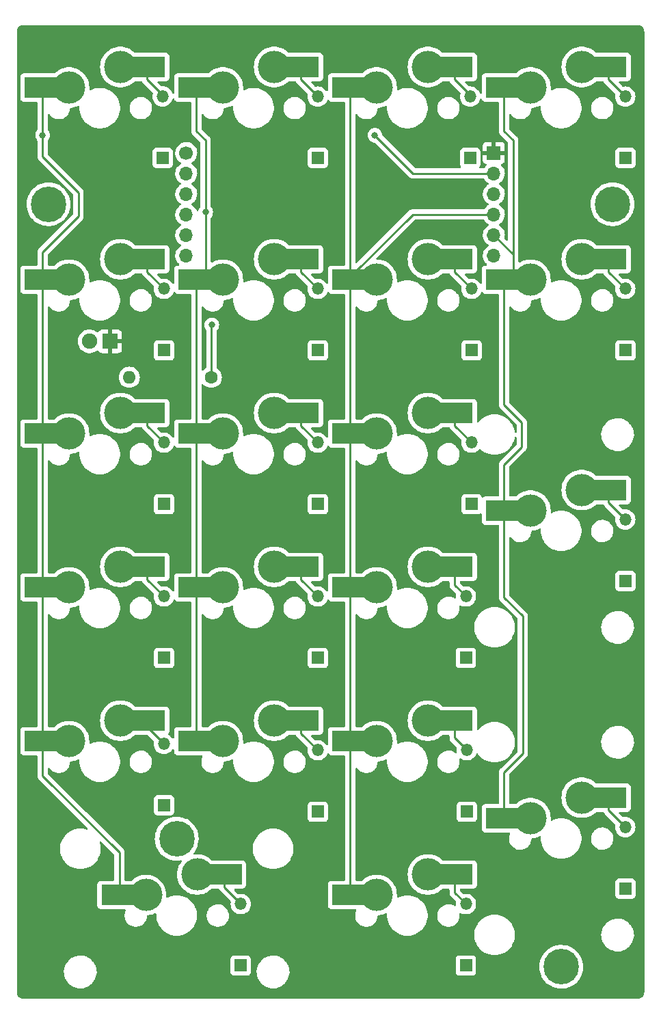
<source format=gbr>
%TF.GenerationSoftware,KiCad,Pcbnew,(6.0.2)*%
%TF.CreationDate,2022-02-20T23:39:01-05:00*%
%TF.ProjectId,Numpad,4e756d70-6164-42e6-9b69-6361645f7063,rev?*%
%TF.SameCoordinates,Original*%
%TF.FileFunction,Copper,L2,Bot*%
%TF.FilePolarity,Positive*%
%FSLAX46Y46*%
G04 Gerber Fmt 4.6, Leading zero omitted, Abs format (unit mm)*
G04 Created by KiCad (PCBNEW (6.0.2)) date 2022-02-20 23:39:01*
%MOMM*%
%LPD*%
G01*
G04 APERTURE LIST*
%TA.AperFunction,ComponentPad*%
%ADD10C,0.800000*%
%TD*%
%TA.AperFunction,SMDPad,CuDef*%
%ADD11R,4.500000X2.500000*%
%TD*%
%TA.AperFunction,ComponentPad*%
%ADD12C,4.000000*%
%TD*%
%TA.AperFunction,ComponentPad*%
%ADD13C,1.905000*%
%TD*%
%TA.AperFunction,ComponentPad*%
%ADD14R,1.905000X1.905000*%
%TD*%
%TA.AperFunction,ComponentPad*%
%ADD15C,4.400000*%
%TD*%
%TA.AperFunction,ComponentPad*%
%ADD16R,1.700000X1.700000*%
%TD*%
%TA.AperFunction,ComponentPad*%
%ADD17O,1.700000X1.700000*%
%TD*%
%TA.AperFunction,ComponentPad*%
%ADD18C,1.600000*%
%TD*%
%TA.AperFunction,ComponentPad*%
%ADD19O,1.600000X1.600000*%
%TD*%
%TA.AperFunction,ComponentPad*%
%ADD20R,1.500000X1.500000*%
%TD*%
%TA.AperFunction,ComponentPad*%
%ADD21O,1.500000X1.500000*%
%TD*%
%TA.AperFunction,ComponentPad*%
%ADD22C,1.700000*%
%TD*%
%TA.AperFunction,ViaPad*%
%ADD23C,0.800000*%
%TD*%
%TA.AperFunction,Conductor*%
%ADD24C,0.254000*%
%TD*%
G04 APERTURE END LIST*
D10*
%TO.P,MX1,1,COL*%
%TO.N,COL0*%
X24447500Y-31559500D03*
D11*
X26252500Y-30797500D03*
D10*
X24447500Y-30035500D03*
D12*
X29527500Y-30797500D03*
%TO.P,MX1,2,ROW*%
%TO.N,Net-(D1-Pad2)*%
X35877500Y-28257500D03*
D10*
X40957500Y-29019500D03*
D11*
X39179500Y-28257500D03*
D10*
X40957500Y-27495500D03*
%TD*%
%TO.P,MX2,1,COL*%
%TO.N,COL1*%
X43497499Y-31559499D03*
D11*
X45302499Y-30797499D03*
D10*
X43497499Y-30035499D03*
D12*
X48577499Y-30797499D03*
D10*
%TO.P,MX2,2,ROW*%
%TO.N,Net-(D2-Pad2)*%
X60007499Y-27495499D03*
X60007499Y-29019499D03*
D11*
X58229499Y-28257499D03*
D12*
X54927499Y-28257499D03*
%TD*%
D11*
%TO.P,MX7,1,COL*%
%TO.N,COL2*%
X64352499Y-54609999D03*
D10*
X62547499Y-53847999D03*
X62547499Y-55371999D03*
D12*
X67627499Y-54609999D03*
D10*
%TO.P,MX7,2,ROW*%
%TO.N,Net-(D7-Pad2)*%
X79057499Y-51307999D03*
D12*
X73977499Y-52069999D03*
D10*
X79057499Y-52831999D03*
D11*
X77279499Y-52069999D03*
%TD*%
D12*
%TO.P,MX4,1,COL*%
%TO.N,COL3*%
X86677499Y-30797499D03*
D11*
X83402499Y-30797499D03*
D10*
X81597499Y-30035499D03*
X81597499Y-31559499D03*
%TO.P,MX4,2,ROW*%
%TO.N,Net-(D4-Pad2)*%
X98107499Y-27495499D03*
D11*
X96329499Y-28257499D03*
D12*
X93027499Y-28257499D03*
D10*
X98107499Y-29019499D03*
%TD*%
D11*
%TO.P,MX10,1,COL*%
%TO.N,COL1*%
X45302499Y-73659999D03*
D10*
X43497499Y-74421999D03*
X43497499Y-72897999D03*
D12*
X48577499Y-73659999D03*
D11*
%TO.P,MX10,2,ROW*%
%TO.N,Net-(D10-Pad2)*%
X58229499Y-71119999D03*
D10*
X60007499Y-71881999D03*
D12*
X54927499Y-71119999D03*
D10*
X60007499Y-70357999D03*
%TD*%
D12*
%TO.P,MX18,1,COL*%
%TO.N,COL2*%
X67627499Y-111759999D03*
D10*
X62547499Y-110997999D03*
X62547499Y-112521999D03*
D11*
X64352499Y-111759999D03*
D10*
%TO.P,MX18,2,ROW*%
%TO.N,Net-(D18-Pad2)*%
X79057499Y-109981999D03*
D11*
X77279499Y-109219999D03*
D10*
X79057499Y-108457999D03*
D12*
X73977499Y-109219999D03*
%TD*%
%TO.P,MX3,1,COL*%
%TO.N,COL2*%
X67627499Y-30797499D03*
D10*
X62547499Y-31559499D03*
X62547499Y-30035499D03*
D11*
X64352499Y-30797499D03*
D12*
%TO.P,MX3,2,ROW*%
%TO.N,Net-(D3-Pad2)*%
X73977499Y-28257499D03*
D11*
X77279499Y-28257499D03*
D10*
X79057499Y-29019499D03*
X79057499Y-27495499D03*
%TD*%
%TO.P,MX8,1,COL*%
%TO.N,COL3*%
X81597499Y-55371999D03*
D12*
X86677499Y-54609999D03*
D10*
X81597499Y-53847999D03*
D11*
X83402499Y-54609999D03*
%TO.P,MX8,2,ROW*%
%TO.N,Net-(D8-Pad2)*%
X96329499Y-52069999D03*
D12*
X93027499Y-52069999D03*
D10*
X98107499Y-51307999D03*
X98107499Y-52831999D03*
%TD*%
%TO.P,MX6,1,COL*%
%TO.N,COL1*%
X43497499Y-55371999D03*
D11*
X45302499Y-54609999D03*
D12*
X48577499Y-54609999D03*
D10*
X43497499Y-53847999D03*
D12*
%TO.P,MX6,2,ROW*%
%TO.N,Net-(D6-Pad2)*%
X54927499Y-52069999D03*
D10*
X60007499Y-52831999D03*
D11*
X58229499Y-52069999D03*
D10*
X60007499Y-51307999D03*
%TD*%
%TO.P,MX19,1,COL*%
%TO.N,COL0*%
X33972499Y-130047999D03*
D11*
X35777499Y-130809999D03*
D12*
X39052499Y-130809999D03*
D10*
X33972499Y-131571999D03*
D12*
%TO.P,MX19,2,ROW*%
%TO.N,Net-(D19-Pad2)*%
X45402499Y-128269999D03*
D11*
X48704499Y-128269999D03*
D10*
X50482499Y-127507999D03*
X50482499Y-129031999D03*
%TD*%
D12*
%TO.P,MX20,1,COL*%
%TO.N,COL2*%
X67627499Y-130809999D03*
D11*
X64352499Y-130809999D03*
D10*
X62547499Y-130047999D03*
X62547499Y-131571999D03*
%TO.P,MX20,2,ROW*%
%TO.N,Net-(D20-Pad2)*%
X79057499Y-127507999D03*
X79057499Y-129031999D03*
D11*
X77279499Y-128269999D03*
D12*
X73977499Y-128269999D03*
%TD*%
D10*
%TO.P,MX21,1,COL*%
%TO.N,COL3*%
X81597499Y-122046999D03*
D11*
X83402499Y-121284999D03*
D12*
X86677499Y-121284999D03*
D10*
X81597499Y-120522999D03*
D12*
%TO.P,MX21,2,ROW*%
%TO.N,Net-(D21-Pad2)*%
X93027499Y-118744999D03*
D10*
X98107499Y-117982999D03*
D11*
X96329499Y-118744999D03*
D10*
X98107499Y-119506999D03*
%TD*%
%TO.P,MX11,1,COL*%
%TO.N,COL2*%
X62547499Y-72897999D03*
X62547499Y-74421999D03*
D11*
X64352499Y-73659999D03*
D12*
X67627499Y-73659999D03*
%TO.P,MX11,2,ROW*%
%TO.N,Net-(D11-Pad2)*%
X73977499Y-71119999D03*
D10*
X79057499Y-70357999D03*
D11*
X77279499Y-71119999D03*
D10*
X79057499Y-71881999D03*
%TD*%
D11*
%TO.P,MX5,1,COL*%
%TO.N,COL0*%
X26252499Y-54609999D03*
D10*
X24447499Y-55371999D03*
X24447499Y-53847999D03*
D12*
X29527499Y-54609999D03*
%TO.P,MX5,2,ROW*%
%TO.N,Net-(D5-Pad2)*%
X35877499Y-52069999D03*
D10*
X40957499Y-52831999D03*
D11*
X39179499Y-52069999D03*
D10*
X40957499Y-51307999D03*
D13*
%TO.P,MX5,3,LED*%
%TO.N,LED*%
X32067499Y-62229999D03*
D14*
%TO.P,MX5,4,LEDGND*%
%TO.N,GND*%
X34607499Y-62229999D03*
%TD*%
D11*
%TO.P,MX12,1,COL*%
%TO.N,COL0*%
X26252499Y-92709999D03*
D10*
X24447499Y-91947999D03*
D12*
X29527499Y-92709999D03*
D10*
X24447499Y-93471999D03*
%TO.P,MX12,2,ROW*%
%TO.N,Net-(D12-Pad2)*%
X40957499Y-89407999D03*
X40957499Y-90931999D03*
D11*
X39179499Y-90169999D03*
D12*
X35877499Y-90169999D03*
%TD*%
D10*
%TO.P,MX17,1,COL*%
%TO.N,COL1*%
X43497499Y-112521999D03*
X43497499Y-110997999D03*
D12*
X48577499Y-111759999D03*
D11*
X45302499Y-111759999D03*
%TO.P,MX17,2,ROW*%
%TO.N,Net-(D17-Pad2)*%
X58229499Y-109219999D03*
D12*
X54927499Y-109219999D03*
D10*
X60007499Y-108457999D03*
X60007499Y-109981999D03*
%TD*%
%TO.P,MX13,1,COL*%
%TO.N,COL1*%
X43497499Y-93471999D03*
D11*
X45302499Y-92709999D03*
D12*
X48577499Y-92709999D03*
D10*
X43497499Y-91947999D03*
%TO.P,MX13,2,ROW*%
%TO.N,Net-(D13-Pad2)*%
X60007499Y-90931999D03*
D12*
X54927499Y-90169999D03*
D11*
X58229499Y-90169999D03*
D10*
X60007499Y-89407999D03*
%TD*%
%TO.P,MX14,1,COL*%
%TO.N,COL2*%
X62547499Y-93471999D03*
X62547499Y-91947999D03*
D11*
X64352499Y-92709999D03*
D12*
X67627499Y-92709999D03*
%TO.P,MX14,2,ROW*%
%TO.N,Net-(D14-Pad2)*%
X73977499Y-90169999D03*
D10*
X79057499Y-90931999D03*
D11*
X77279499Y-90169999D03*
D10*
X79057499Y-89407999D03*
%TD*%
%TO.P,MX15,1,COL*%
%TO.N,COL3*%
X81597499Y-83946999D03*
D12*
X86677499Y-83184999D03*
D11*
X83402499Y-83184999D03*
D10*
X81597499Y-82422999D03*
%TO.P,MX15,2,ROW*%
%TO.N,Net-(D15-Pad2)*%
X98107499Y-79882999D03*
D12*
X93027499Y-80644999D03*
D10*
X98107499Y-81406999D03*
D11*
X96329499Y-80644999D03*
%TD*%
D10*
%TO.P,MX16,1,COL*%
%TO.N,COL0*%
X24447499Y-112521999D03*
X24447499Y-110997999D03*
D12*
X29527499Y-111759999D03*
D11*
X26252499Y-111759999D03*
D10*
%TO.P,MX16,2,ROW*%
%TO.N,Net-(D16-Pad2)*%
X40957499Y-109981999D03*
X40957499Y-108457999D03*
D12*
X35877499Y-109219999D03*
D11*
X39179499Y-109219999D03*
%TD*%
D10*
%TO.P,MX9,1,COL*%
%TO.N,COL0*%
X24447499Y-74421999D03*
D11*
X26252499Y-73659999D03*
D10*
X24447499Y-72897999D03*
D12*
X29527499Y-73659999D03*
D10*
%TO.P,MX9,2,ROW*%
%TO.N,Net-(D9-Pad2)*%
X40957499Y-71881999D03*
X40957499Y-70357999D03*
D11*
X39179499Y-71119999D03*
D12*
X35877499Y-71119999D03*
%TD*%
D15*
%TO.P,H1,1*%
%TO.N,N/C*%
X26987499Y-45243749D03*
%TD*%
D16*
%TO.P,J1,1,Pin_1*%
%TO.N,GND*%
X82137249Y-38893749D03*
D17*
%TO.P,J1,2,Pin_2*%
%TO.N,COL0*%
X82137249Y-41433749D03*
%TO.P,J1,3,Pin_3*%
%TO.N,COL1*%
X82137249Y-43973749D03*
%TO.P,J1,4,Pin_4*%
%TO.N,COL2*%
X82137249Y-46513749D03*
%TO.P,J1,5,Pin_5*%
%TO.N,COL3*%
X82137249Y-49053749D03*
%TO.P,J1,6,Pin_6*%
%TO.N,Net-(J1-Pad6)*%
X82137249Y-51593749D03*
%TD*%
D18*
%TO.P,R1,1*%
%TO.N,Net-(J1-Pad6)*%
X47148749Y-66674999D03*
D19*
%TO.P,R1,2*%
%TO.N,LED*%
X36988749Y-66674999D03*
%TD*%
D20*
%TO.P,D16,1,K*%
%TO.N,ROW4*%
X41274999Y-119702500D03*
D21*
%TO.P,D16,2,A*%
%TO.N,Net-(D16-Pad2)*%
X41274999Y-112082500D03*
%TD*%
D20*
%TO.P,D13,1,K*%
%TO.N,ROW3*%
X60324999Y-101446249D03*
D21*
%TO.P,D13,2,A*%
%TO.N,Net-(D13-Pad2)*%
X60324999Y-93826249D03*
%TD*%
D20*
%TO.P,D8,1,K*%
%TO.N,ROW1*%
X98424999Y-63346249D03*
D21*
%TO.P,D8,2,A*%
%TO.N,Net-(D8-Pad2)*%
X98424999Y-55726249D03*
%TD*%
D15*
%TO.P,H4,1*%
%TO.N,N/C*%
X90487500Y-139700000D03*
%TD*%
D20*
%TO.P,D18,1,K*%
%TO.N,ROW4*%
X78803499Y-120496249D03*
D21*
%TO.P,D18,2,A*%
%TO.N,Net-(D18-Pad2)*%
X78803499Y-112876249D03*
%TD*%
D20*
%TO.P,D17,1,K*%
%TO.N,ROW4*%
X60324999Y-120496249D03*
D21*
%TO.P,D17,2,A*%
%TO.N,Net-(D17-Pad2)*%
X60324999Y-112876249D03*
%TD*%
D20*
%TO.P,D10,1,K*%
%TO.N,ROW2*%
X60324999Y-82396249D03*
D21*
%TO.P,D10,2,A*%
%TO.N,Net-(D10-Pad2)*%
X60324999Y-74776249D03*
%TD*%
D20*
%TO.P,D5,1,K*%
%TO.N,ROW1*%
X41274999Y-63346249D03*
D21*
%TO.P,D5,2,A*%
%TO.N,Net-(D5-Pad2)*%
X41274999Y-55726249D03*
%TD*%
D20*
%TO.P,D2,1,K*%
%TO.N,ROW0*%
X60324999Y-39533749D03*
D21*
%TO.P,D2,2,A*%
%TO.N,Net-(D2-Pad2)*%
X60324999Y-31913749D03*
%TD*%
D20*
%TO.P,D3,1,K*%
%TO.N,ROW0*%
X79216249Y-39533749D03*
D21*
%TO.P,D3,2,A*%
%TO.N,Net-(D3-Pad2)*%
X79216249Y-31913749D03*
%TD*%
D20*
%TO.P,D11,1,K*%
%TO.N,ROW2*%
X79374999Y-82396249D03*
D21*
%TO.P,D11,2,A*%
%TO.N,Net-(D11-Pad2)*%
X79374999Y-74776249D03*
%TD*%
D20*
%TO.P,D15,1,K*%
%TO.N,ROW3*%
X98424999Y-91921249D03*
D21*
%TO.P,D15,2,A*%
%TO.N,Net-(D15-Pad2)*%
X98424999Y-84301249D03*
%TD*%
D20*
%TO.P,D4,1,K*%
%TO.N,ROW0*%
X98424999Y-39533749D03*
D21*
%TO.P,D4,2,A*%
%TO.N,Net-(D4-Pad2)*%
X98424999Y-31913749D03*
%TD*%
D20*
%TO.P,D19,1,K*%
%TO.N,ROW5*%
X50799999Y-139546249D03*
D21*
%TO.P,D19,2,A*%
%TO.N,Net-(D19-Pad2)*%
X50799999Y-131926249D03*
%TD*%
D20*
%TO.P,D21,1,K*%
%TO.N,ROW5*%
X98424999Y-130021249D03*
D21*
%TO.P,D21,2,A*%
%TO.N,Net-(D21-Pad2)*%
X98424999Y-122401249D03*
%TD*%
D20*
%TO.P,D6,1,K*%
%TO.N,ROW1*%
X60324999Y-63346249D03*
D21*
%TO.P,D6,2,A*%
%TO.N,Net-(D6-Pad2)*%
X60324999Y-55726249D03*
%TD*%
D20*
%TO.P,D20,1,K*%
%TO.N,ROW5*%
X78676499Y-139546249D03*
D21*
%TO.P,D20,2,A*%
%TO.N,Net-(D20-Pad2)*%
X78676499Y-131926249D03*
%TD*%
D15*
%TO.P,H3,1*%
%TO.N,N/C*%
X42862500Y-123825000D03*
%TD*%
D22*
%TO.P,J2,1,Pin_1*%
%TO.N,ROW0*%
X44037249Y-38893749D03*
D17*
%TO.P,J2,2,Pin_2*%
%TO.N,ROW5*%
X44037249Y-41433749D03*
%TO.P,J2,3,Pin_3*%
%TO.N,ROW4*%
X44037249Y-43973749D03*
%TO.P,J2,4,Pin_4*%
%TO.N,ROW3*%
X44037249Y-46513749D03*
%TO.P,J2,5,Pin_5*%
%TO.N,ROW2*%
X44037249Y-49053749D03*
%TO.P,J2,6,Pin_6*%
%TO.N,ROW1*%
X44037249Y-51593749D03*
%TD*%
D20*
%TO.P,D12,1,K*%
%TO.N,ROW3*%
X41274999Y-101446249D03*
D21*
%TO.P,D12,2,A*%
%TO.N,Net-(D12-Pad2)*%
X41274999Y-93826249D03*
%TD*%
D20*
%TO.P,D1,1,K*%
%TO.N,ROW0*%
X41116249Y-39501999D03*
D21*
%TO.P,D1,2,A*%
%TO.N,Net-(D1-Pad2)*%
X41116249Y-31881999D03*
%TD*%
D15*
%TO.P,H2,1*%
%TO.N,N/C*%
X96837499Y-45243749D03*
%TD*%
D20*
%TO.P,D9,1,K*%
%TO.N,ROW2*%
X41274999Y-82396249D03*
D21*
%TO.P,D9,2,A*%
%TO.N,Net-(D9-Pad2)*%
X41274999Y-74776249D03*
%TD*%
D20*
%TO.P,D14,1,K*%
%TO.N,ROW3*%
X78676499Y-101446249D03*
D21*
%TO.P,D14,2,A*%
%TO.N,Net-(D14-Pad2)*%
X78676499Y-93826249D03*
%TD*%
D20*
%TO.P,D7,1,K*%
%TO.N,ROW1*%
X79374999Y-63346249D03*
D21*
%TO.P,D7,2,A*%
%TO.N,Net-(D7-Pad2)*%
X79374999Y-55726249D03*
%TD*%
D23*
%TO.N,GND*%
X96049999Y-115462499D03*
X96049999Y-108462499D03*
X96049999Y-101462499D03*
X96049999Y-66462499D03*
X96049999Y-59462499D03*
X96049999Y-38100000D03*
X89049999Y-129462499D03*
X89049999Y-115462499D03*
X89049999Y-108462499D03*
X89049999Y-94462499D03*
X89049999Y-80462499D03*
X89049999Y-73462499D03*
X89049999Y-66462499D03*
X89049999Y-45212000D03*
X89049999Y-38100000D03*
X82049999Y-129462499D03*
X82049999Y-115462499D03*
X82049999Y-108462499D03*
X82049999Y-94462499D03*
X82049999Y-87462499D03*
X82049999Y-80462499D03*
X82049999Y-66462499D03*
X82049999Y-59462499D03*
X75049999Y-136462499D03*
X75049999Y-122462499D03*
X75049999Y-80462499D03*
X75049999Y-66462499D03*
X75049999Y-45212000D03*
X75049999Y-38100000D03*
X68049999Y-136462499D03*
X68049999Y-122462499D03*
X68049999Y-108462499D03*
X68049999Y-87462499D03*
X68049999Y-80462499D03*
X68049999Y-66462499D03*
X61049999Y-136462499D03*
X61049999Y-129462499D03*
X61049999Y-122462499D03*
X61049999Y-115462499D03*
X61049999Y-87462499D03*
X61049999Y-80462499D03*
X61049999Y-66462499D03*
X61049999Y-45212000D03*
X54049999Y-129462499D03*
X54049999Y-80462499D03*
X54049999Y-66462499D03*
X54049999Y-38100000D03*
X47049999Y-136462499D03*
X47049999Y-122462499D03*
X47049999Y-108462499D03*
X47049999Y-87462499D03*
X47049999Y-80462499D03*
X40049999Y-136462499D03*
X40049999Y-87462499D03*
X33049999Y-136462499D03*
X33049999Y-87462499D03*
X33049999Y-80462499D03*
X33049999Y-66462499D03*
X33049999Y-38100000D03*
X26049999Y-136462499D03*
X26049999Y-129462499D03*
%TO.N,COL0*%
X26252499Y-36698249D03*
X67405249Y-36702999D03*
%TO.N,COL1*%
X46450249Y-46227999D03*
%TO.N,Net-(J1-Pad6)*%
X47212249Y-60197999D03*
%TD*%
D24*
%TO.N,Net-(D1-Pad2)*%
X39179499Y-28257499D02*
X39179499Y-29818249D01*
X39179499Y-29818249D02*
X41274999Y-31913749D01*
%TO.N,Net-(D2-Pad2)*%
X58229499Y-28257499D02*
X58229499Y-29818249D01*
X58229499Y-29818249D02*
X60324999Y-31913749D01*
%TO.N,Net-(D3-Pad2)*%
X77279499Y-29818249D02*
X79374999Y-31913749D01*
X77279499Y-28257499D02*
X77279499Y-29818249D01*
%TO.N,Net-(D4-Pad2)*%
X96329499Y-29818249D02*
X98424999Y-31913749D01*
X96329499Y-28257499D02*
X96329499Y-29818249D01*
%TO.N,Net-(D5-Pad2)*%
X39179499Y-52069999D02*
X39179499Y-53630749D01*
X39179499Y-53630749D02*
X41274999Y-55726249D01*
%TO.N,Net-(D6-Pad2)*%
X58229499Y-53630749D02*
X60324999Y-55726249D01*
X58229499Y-52069999D02*
X58229499Y-53630749D01*
%TO.N,Net-(D7-Pad2)*%
X77279499Y-53630749D02*
X79374999Y-55726249D01*
X77279499Y-52069999D02*
X77279499Y-53630749D01*
%TO.N,Net-(D8-Pad2)*%
X96329499Y-53630749D02*
X98424999Y-55726249D01*
X96329499Y-52069999D02*
X96329499Y-53630749D01*
%TO.N,Net-(D9-Pad2)*%
X41274999Y-74776249D02*
X39179499Y-72680749D01*
X39179499Y-72680749D02*
X39179499Y-71119999D01*
%TO.N,Net-(D10-Pad2)*%
X58229499Y-72680749D02*
X60324999Y-74776249D01*
X58229499Y-71119999D02*
X58229499Y-72680749D01*
%TO.N,Net-(D11-Pad2)*%
X77279499Y-72680749D02*
X79374999Y-74776249D01*
X77279499Y-71119999D02*
X77279499Y-72680749D01*
%TO.N,Net-(D12-Pad2)*%
X41274999Y-93826249D02*
X39179499Y-91730749D01*
X39179499Y-91730749D02*
X39179499Y-90169999D01*
%TO.N,Net-(D13-Pad2)*%
X58229499Y-90169999D02*
X58229499Y-91730749D01*
X58229499Y-91730749D02*
X60324999Y-93826249D01*
%TO.N,Net-(D14-Pad2)*%
X77279499Y-92429249D02*
X78676499Y-93826249D01*
X77279499Y-90169999D02*
X77279499Y-92429249D01*
%TO.N,Net-(D15-Pad2)*%
X96329499Y-82205749D02*
X98424999Y-84301249D01*
X96329499Y-80644999D02*
X96329499Y-82205749D01*
%TO.N,Net-(D16-Pad2)*%
X39179499Y-109987000D02*
X41274999Y-112082500D01*
X39179499Y-109219999D02*
X39179499Y-109987000D01*
%TO.N,Net-(D17-Pad2)*%
X58229499Y-110780749D02*
X60324999Y-112876249D01*
X58229499Y-109219999D02*
X58229499Y-110780749D01*
%TO.N,Net-(D18-Pad2)*%
X77279499Y-109219999D02*
X77279499Y-111352249D01*
X77279499Y-111352249D02*
X78803499Y-112876249D01*
%TO.N,Net-(D19-Pad2)*%
X48704499Y-129830749D02*
X50799999Y-131926249D01*
X48704499Y-128269999D02*
X48704499Y-129830749D01*
%TO.N,Net-(D20-Pad2)*%
X77279499Y-130529249D02*
X78676499Y-131926249D01*
X77279499Y-128269999D02*
X77279499Y-130529249D01*
%TO.N,Net-(D21-Pad2)*%
X96329499Y-120305749D02*
X98424999Y-122401249D01*
X96329499Y-118744999D02*
X96329499Y-120305749D01*
%TO.N,COL0*%
X30702249Y-43814999D02*
X26252499Y-39365249D01*
X26252499Y-39365249D02*
X26252499Y-36698249D01*
X26252499Y-36698249D02*
X26252499Y-30797499D01*
X35777499Y-125566499D02*
X35777499Y-130809999D01*
X26252499Y-51185749D02*
X30702249Y-46735999D01*
X26252499Y-116041499D02*
X35777499Y-125566499D01*
X26252499Y-111759999D02*
X26252499Y-116041499D01*
X72135999Y-41433749D02*
X67405249Y-36702999D01*
X82137249Y-41433749D02*
X72135999Y-41433749D01*
X26252499Y-73659999D02*
X26252499Y-54609999D01*
X26252499Y-73659999D02*
X26252499Y-111759999D01*
X30702249Y-46735999D02*
X30702249Y-43814999D01*
X26252499Y-54609999D02*
X26252499Y-51185749D01*
%TO.N,COL1*%
X45302499Y-36190249D02*
X46450249Y-37337999D01*
X46450249Y-37337999D02*
X46450249Y-46227999D01*
X45302499Y-30797499D02*
X45302499Y-36190249D01*
X46450249Y-53462249D02*
X45302499Y-54609999D01*
X45302499Y-54609999D02*
X45302499Y-111759999D01*
X46450249Y-46227999D02*
X46450249Y-53462249D01*
%TO.N,COL2*%
X64352499Y-30797499D02*
X64352499Y-111759999D01*
X64352499Y-111759999D02*
X64352499Y-130809999D01*
X72072499Y-46513749D02*
X64860499Y-53725749D01*
X72072499Y-46513749D02*
X82137249Y-46513749D01*
%TO.N,COL3*%
X83402499Y-36190249D02*
X84550249Y-37337999D01*
X85725000Y-113284000D02*
X85725000Y-96266000D01*
X85725000Y-96266000D02*
X83402499Y-93943499D01*
X83402499Y-115606501D02*
X85725000Y-113284000D01*
X85598000Y-75311000D02*
X85598000Y-72263000D01*
X85598000Y-72263000D02*
X83402499Y-70067499D01*
X83402499Y-70067499D02*
X83402499Y-54609999D01*
X83402499Y-93943499D02*
X83402499Y-77506501D01*
X84550249Y-53462249D02*
X83402499Y-54609999D01*
X83402499Y-30797499D02*
X83402499Y-36190249D01*
X83402499Y-77506501D02*
X85598000Y-75311000D01*
X82137249Y-49053749D02*
X84550249Y-51466749D01*
X84550249Y-37337999D02*
X84550249Y-53462249D01*
X83402499Y-121284999D02*
X83402499Y-115606501D01*
%TO.N,Net-(J1-Pad6)*%
X47148749Y-60261499D02*
X47212249Y-60197999D01*
X47148749Y-66674999D02*
X47148749Y-60261499D01*
%TD*%
%TA.AperFunction,Conductor*%
%TO.N,GND*%
G36*
X99982556Y-23051999D02*
G01*
X99997357Y-23054304D01*
X99997360Y-23054304D01*
X100006229Y-23055685D01*
X100017227Y-23054247D01*
X100045910Y-23053790D01*
X100148806Y-23063924D01*
X100173030Y-23068743D01*
X100292232Y-23104903D01*
X100315052Y-23114355D01*
X100424899Y-23173069D01*
X100445437Y-23186792D01*
X100541722Y-23265811D01*
X100559187Y-23283276D01*
X100638206Y-23379561D01*
X100651929Y-23400099D01*
X100710643Y-23509946D01*
X100720095Y-23532766D01*
X100756255Y-23651968D01*
X100761074Y-23676194D01*
X100770543Y-23772333D01*
X100770091Y-23788375D01*
X100770804Y-23788384D01*
X100770694Y-23797357D01*
X100769313Y-23806229D01*
X100770477Y-23815131D01*
X100770477Y-23815134D01*
X100773435Y-23837750D01*
X100774499Y-23854088D01*
X100774499Y-142825671D01*
X100772999Y-142845055D01*
X100769313Y-142868729D01*
X100770751Y-142879727D01*
X100771208Y-142908411D01*
X100761074Y-143011304D01*
X100756255Y-143035530D01*
X100720095Y-143154732D01*
X100710643Y-143177552D01*
X100651929Y-143287399D01*
X100638206Y-143307937D01*
X100559187Y-143404222D01*
X100541722Y-143421687D01*
X100445437Y-143500706D01*
X100424899Y-143514429D01*
X100315052Y-143573143D01*
X100292232Y-143582595D01*
X100173030Y-143618755D01*
X100148806Y-143623574D01*
X100052662Y-143633043D01*
X100036623Y-143632591D01*
X100036614Y-143633304D01*
X100027641Y-143633194D01*
X100018769Y-143631813D01*
X100009867Y-143632977D01*
X100009864Y-143632977D01*
X99987248Y-143635935D01*
X99970910Y-143636999D01*
X23861827Y-143636999D01*
X23842442Y-143635499D01*
X23827641Y-143633194D01*
X23827638Y-143633194D01*
X23818769Y-143631813D01*
X23807771Y-143633251D01*
X23779088Y-143633708D01*
X23676192Y-143623574D01*
X23651968Y-143618755D01*
X23532766Y-143582595D01*
X23509946Y-143573143D01*
X23400099Y-143514429D01*
X23379561Y-143500706D01*
X23283276Y-143421687D01*
X23265811Y-143404222D01*
X23186792Y-143307937D01*
X23173069Y-143287399D01*
X23114355Y-143177552D01*
X23104903Y-143154732D01*
X23068743Y-143035530D01*
X23063924Y-143011304D01*
X23054455Y-142915165D01*
X23054907Y-142899123D01*
X23054194Y-142899114D01*
X23054304Y-142890141D01*
X23055685Y-142881269D01*
X23054046Y-142868729D01*
X23051563Y-142849748D01*
X23050499Y-142833410D01*
X23050499Y-140263893D01*
X28888277Y-140263893D01*
X28888430Y-140268281D01*
X28888430Y-140268287D01*
X28898022Y-140542954D01*
X28898197Y-140547972D01*
X28947557Y-140827906D01*
X28948912Y-140832077D01*
X28948914Y-140832084D01*
X28990587Y-140960339D01*
X29035396Y-141098246D01*
X29160004Y-141353730D01*
X29162459Y-141357369D01*
X29162462Y-141357375D01*
X29316496Y-141585740D01*
X29316501Y-141585747D01*
X29318956Y-141589386D01*
X29321900Y-141592655D01*
X29321901Y-141592657D01*
X29475570Y-141763324D01*
X29509158Y-141800627D01*
X29726908Y-141983341D01*
X29967968Y-142133972D01*
X30103348Y-142194247D01*
X30170368Y-142224086D01*
X30227646Y-142249588D01*
X30231874Y-142250800D01*
X30231873Y-142250800D01*
X30485250Y-142323455D01*
X30500887Y-142327939D01*
X30505237Y-142328550D01*
X30505240Y-142328551D01*
X30609716Y-142343234D01*
X30782373Y-142367499D01*
X30995475Y-142367499D01*
X30997660Y-142367346D01*
X30997666Y-142367346D01*
X31203674Y-142352941D01*
X31203679Y-142352940D01*
X31208059Y-142352634D01*
X31486100Y-142293534D01*
X31490231Y-142292030D01*
X31490236Y-142292029D01*
X31680157Y-142222903D01*
X31753210Y-142196314D01*
X31886174Y-142125616D01*
X32000298Y-142064936D01*
X32000304Y-142064932D01*
X32004190Y-142062866D01*
X32007750Y-142060280D01*
X32007754Y-142060277D01*
X32230592Y-141898375D01*
X32230595Y-141898373D01*
X32234155Y-141895786D01*
X32329766Y-141803456D01*
X32435467Y-141701382D01*
X32435470Y-141701378D01*
X32438629Y-141698328D01*
X32613632Y-141474334D01*
X32755759Y-141228164D01*
X32757409Y-141224080D01*
X32757412Y-141224074D01*
X32860592Y-140968692D01*
X32860593Y-140968689D01*
X32862241Y-140964610D01*
X32931008Y-140688801D01*
X32934842Y-140652330D01*
X32960262Y-140410474D01*
X32960262Y-140410471D01*
X32960721Y-140406105D01*
X32960458Y-140398563D01*
X32958566Y-140344383D01*
X49541499Y-140344383D01*
X49548254Y-140406565D01*
X49599384Y-140542954D01*
X49686738Y-140659510D01*
X49803294Y-140746864D01*
X49939683Y-140797994D01*
X50001865Y-140804749D01*
X51598133Y-140804749D01*
X51660315Y-140797994D01*
X51796704Y-140746864D01*
X51913260Y-140659510D01*
X52000614Y-140542954D01*
X52051744Y-140406565D01*
X52058499Y-140344383D01*
X52058499Y-140263893D01*
X52764277Y-140263893D01*
X52764430Y-140268281D01*
X52764430Y-140268287D01*
X52774022Y-140542954D01*
X52774197Y-140547972D01*
X52823557Y-140827906D01*
X52824912Y-140832077D01*
X52824914Y-140832084D01*
X52866587Y-140960339D01*
X52911396Y-141098246D01*
X53036004Y-141353730D01*
X53038459Y-141357369D01*
X53038462Y-141357375D01*
X53192496Y-141585740D01*
X53192501Y-141585747D01*
X53194956Y-141589386D01*
X53197900Y-141592655D01*
X53197901Y-141592657D01*
X53351570Y-141763324D01*
X53385158Y-141800627D01*
X53602908Y-141983341D01*
X53843968Y-142133972D01*
X53979348Y-142194247D01*
X54046368Y-142224086D01*
X54103646Y-142249588D01*
X54107874Y-142250800D01*
X54107873Y-142250800D01*
X54361250Y-142323455D01*
X54376887Y-142327939D01*
X54381237Y-142328550D01*
X54381240Y-142328551D01*
X54485716Y-142343234D01*
X54658373Y-142367499D01*
X54871475Y-142367499D01*
X54873660Y-142367346D01*
X54873666Y-142367346D01*
X55079674Y-142352941D01*
X55079679Y-142352940D01*
X55084059Y-142352634D01*
X55362100Y-142293534D01*
X55366231Y-142292030D01*
X55366236Y-142292029D01*
X55556157Y-142222903D01*
X55629210Y-142196314D01*
X55762174Y-142125616D01*
X55876298Y-142064936D01*
X55876304Y-142064932D01*
X55880190Y-142062866D01*
X55883750Y-142060280D01*
X55883754Y-142060277D01*
X56106592Y-141898375D01*
X56106595Y-141898373D01*
X56110155Y-141895786D01*
X56205766Y-141803456D01*
X56311467Y-141701382D01*
X56311470Y-141701378D01*
X56314629Y-141698328D01*
X56489632Y-141474334D01*
X56631759Y-141228164D01*
X56633409Y-141224080D01*
X56633412Y-141224074D01*
X56736592Y-140968692D01*
X56736593Y-140968689D01*
X56738241Y-140964610D01*
X56807008Y-140688801D01*
X56810842Y-140652330D01*
X56836262Y-140410474D01*
X56836262Y-140410471D01*
X56836721Y-140406105D01*
X56836458Y-140398563D01*
X56834566Y-140344383D01*
X77417999Y-140344383D01*
X77424754Y-140406565D01*
X77475884Y-140542954D01*
X77563238Y-140659510D01*
X77679794Y-140746864D01*
X77816183Y-140797994D01*
X77878365Y-140804749D01*
X79474633Y-140804749D01*
X79536815Y-140797994D01*
X79673204Y-140746864D01*
X79789760Y-140659510D01*
X79877114Y-140542954D01*
X79928244Y-140406565D01*
X79934999Y-140344383D01*
X79934999Y-139671585D01*
X87774198Y-139671585D01*
X87790436Y-139997759D01*
X87791077Y-140001490D01*
X87791078Y-140001498D01*
X87836921Y-140268287D01*
X87845741Y-140319619D01*
X87846829Y-140323258D01*
X87846830Y-140323261D01*
X87912533Y-140542954D01*
X87939314Y-140632504D01*
X87940827Y-140635975D01*
X87940829Y-140635981D01*
X88011814Y-140798847D01*
X88069797Y-140931881D01*
X88071720Y-140935152D01*
X88071722Y-140935156D01*
X88114084Y-141007215D01*
X88235302Y-141213414D01*
X88237603Y-141216429D01*
X88431131Y-141470012D01*
X88431136Y-141470017D01*
X88433431Y-141473025D01*
X88495431Y-141536670D01*
X88549972Y-141592657D01*
X88661314Y-141706953D01*
X88734135Y-141765607D01*
X88912696Y-141909431D01*
X88912701Y-141909435D01*
X88915649Y-141911809D01*
X89192753Y-142084627D01*
X89488612Y-142222903D01*
X89798940Y-142324634D01*
X90119242Y-142388346D01*
X90123014Y-142388633D01*
X90123022Y-142388634D01*
X90441102Y-142412829D01*
X90441107Y-142412829D01*
X90444879Y-142413116D01*
X90771133Y-142398586D01*
X90830925Y-142388634D01*
X91089537Y-142345590D01*
X91089542Y-142345589D01*
X91093278Y-142344967D01*
X91406649Y-142253034D01*
X91410116Y-142251544D01*
X91410120Y-142251543D01*
X91703221Y-142125616D01*
X91703223Y-142125615D01*
X91706705Y-142124119D01*
X91989101Y-141960091D01*
X92249745Y-141763324D01*
X92426785Y-141592657D01*
X92482132Y-141539303D01*
X92482135Y-141539300D01*
X92484863Y-141536670D01*
X92691049Y-141283410D01*
X92737276Y-141210144D01*
X92863288Y-141010428D01*
X92863290Y-141010425D01*
X92865315Y-141007215D01*
X93005138Y-140712084D01*
X93022678Y-140659510D01*
X93107290Y-140405897D01*
X93107292Y-140405891D01*
X93108492Y-140402293D01*
X93173881Y-140082329D01*
X93180456Y-140001498D01*
X93200174Y-139759061D01*
X93200356Y-139756826D01*
X93200951Y-139700000D01*
X93199010Y-139667796D01*
X93181526Y-139377793D01*
X93181526Y-139377789D01*
X93181298Y-139374015D01*
X93176150Y-139345824D01*
X93123305Y-139056473D01*
X93123304Y-139056469D01*
X93122625Y-139052751D01*
X93115222Y-139028907D01*
X93064806Y-138866542D01*
X93025782Y-138740863D01*
X92892170Y-138442869D01*
X92723726Y-138163084D01*
X92721399Y-138160100D01*
X92721394Y-138160093D01*
X92525226Y-137908558D01*
X92525224Y-137908556D01*
X92522890Y-137905563D01*
X92292570Y-137674034D01*
X92036103Y-137471852D01*
X91757205Y-137301945D01*
X91753761Y-137300379D01*
X91753757Y-137300377D01*
X91595950Y-137228627D01*
X91459914Y-137166775D01*
X91148537Y-137068300D01*
X90877791Y-137017386D01*
X90831309Y-137008645D01*
X90831307Y-137008645D01*
X90827586Y-137007945D01*
X90501708Y-136986586D01*
X90497928Y-136986794D01*
X90497927Y-136986794D01*
X90400397Y-136992162D01*
X90175624Y-137004532D01*
X90171897Y-137005193D01*
X90171893Y-137005193D01*
X90084638Y-137020657D01*
X89854057Y-137061522D01*
X89850441Y-137062624D01*
X89850433Y-137062626D01*
X89545289Y-137155627D01*
X89541667Y-137156731D01*
X89242977Y-137288781D01*
X89217541Y-137303914D01*
X88965574Y-137453817D01*
X88965568Y-137453821D01*
X88962314Y-137455757D01*
X88959312Y-137458073D01*
X88743834Y-137624314D01*
X88703744Y-137655243D01*
X88701034Y-137657911D01*
X88563189Y-137793608D01*
X88471013Y-137884347D01*
X88468649Y-137887314D01*
X88468646Y-137887317D01*
X88269856Y-138136783D01*
X88267491Y-138139751D01*
X88096126Y-138417757D01*
X87959402Y-138714336D01*
X87958241Y-138717940D01*
X87958241Y-138717941D01*
X87949696Y-138744477D01*
X87859297Y-139025192D01*
X87858579Y-139028903D01*
X87858578Y-139028907D01*
X87797982Y-139342105D01*
X87797981Y-139342114D01*
X87797263Y-139345824D01*
X87796996Y-139349600D01*
X87796995Y-139349605D01*
X87780970Y-139575941D01*
X87774198Y-139671585D01*
X79934999Y-139671585D01*
X79934999Y-138748115D01*
X79928244Y-138685933D01*
X79877114Y-138549544D01*
X79789760Y-138432988D01*
X79673204Y-138345634D01*
X79536815Y-138294504D01*
X79474633Y-138287749D01*
X77878365Y-138287749D01*
X77816183Y-138294504D01*
X77679794Y-138345634D01*
X77563238Y-138432988D01*
X77475884Y-138549544D01*
X77424754Y-138685933D01*
X77417999Y-138748115D01*
X77417999Y-140344383D01*
X56834566Y-140344383D01*
X56826955Y-140126423D01*
X56826954Y-140126416D01*
X56826801Y-140122026D01*
X56820460Y-140086060D01*
X56778203Y-139846415D01*
X56777441Y-139842092D01*
X56776086Y-139837921D01*
X56776084Y-139837914D01*
X56690963Y-139575941D01*
X56689602Y-139571752D01*
X56564994Y-139316268D01*
X56562539Y-139312629D01*
X56562536Y-139312623D01*
X56408502Y-139084258D01*
X56408497Y-139084251D01*
X56406042Y-139080612D01*
X56305201Y-138968616D01*
X56218788Y-138872645D01*
X56218787Y-138872644D01*
X56215840Y-138869371D01*
X55998090Y-138686657D01*
X55757030Y-138536026D01*
X55497352Y-138420410D01*
X55255362Y-138351020D01*
X55228338Y-138343271D01*
X55228337Y-138343271D01*
X55224111Y-138342059D01*
X55219761Y-138341448D01*
X55219758Y-138341447D01*
X55115282Y-138326764D01*
X54942625Y-138302499D01*
X54729523Y-138302499D01*
X54727338Y-138302652D01*
X54727332Y-138302652D01*
X54521324Y-138317057D01*
X54521319Y-138317058D01*
X54516939Y-138317364D01*
X54238898Y-138376464D01*
X54234767Y-138377968D01*
X54234762Y-138377969D01*
X54134318Y-138414528D01*
X53971788Y-138473684D01*
X53967901Y-138475751D01*
X53724700Y-138605062D01*
X53724694Y-138605066D01*
X53720808Y-138607132D01*
X53717248Y-138609718D01*
X53717244Y-138609721D01*
X53526762Y-138748115D01*
X53490843Y-138774212D01*
X53487679Y-138777268D01*
X53487676Y-138777270D01*
X53289531Y-138968616D01*
X53289528Y-138968620D01*
X53286369Y-138971670D01*
X53111366Y-139195664D01*
X53043839Y-139312623D01*
X53008395Y-139374015D01*
X52969239Y-139441834D01*
X52967589Y-139445918D01*
X52967586Y-139445924D01*
X52877945Y-139667796D01*
X52862757Y-139705388D01*
X52861693Y-139709657D01*
X52861692Y-139709659D01*
X52849932Y-139756826D01*
X52793990Y-139981197D01*
X52793531Y-139985567D01*
X52793530Y-139985571D01*
X52792249Y-139997759D01*
X52764277Y-140263893D01*
X52058499Y-140263893D01*
X52058499Y-138748115D01*
X52051744Y-138685933D01*
X52000614Y-138549544D01*
X51913260Y-138432988D01*
X51796704Y-138345634D01*
X51660315Y-138294504D01*
X51598133Y-138287749D01*
X50001865Y-138287749D01*
X49939683Y-138294504D01*
X49803294Y-138345634D01*
X49686738Y-138432988D01*
X49599384Y-138549544D01*
X49548254Y-138685933D01*
X49541499Y-138748115D01*
X49541499Y-140344383D01*
X32958566Y-140344383D01*
X32950955Y-140126423D01*
X32950954Y-140126416D01*
X32950801Y-140122026D01*
X32944460Y-140086060D01*
X32902203Y-139846415D01*
X32901441Y-139842092D01*
X32900086Y-139837921D01*
X32900084Y-139837914D01*
X32814963Y-139575941D01*
X32813602Y-139571752D01*
X32688994Y-139316268D01*
X32686539Y-139312629D01*
X32686536Y-139312623D01*
X32532502Y-139084258D01*
X32532497Y-139084251D01*
X32530042Y-139080612D01*
X32429201Y-138968616D01*
X32342788Y-138872645D01*
X32342787Y-138872644D01*
X32339840Y-138869371D01*
X32122090Y-138686657D01*
X31881030Y-138536026D01*
X31621352Y-138420410D01*
X31379362Y-138351020D01*
X31352338Y-138343271D01*
X31352337Y-138343271D01*
X31348111Y-138342059D01*
X31343761Y-138341448D01*
X31343758Y-138341447D01*
X31239282Y-138326764D01*
X31066625Y-138302499D01*
X30853523Y-138302499D01*
X30851338Y-138302652D01*
X30851332Y-138302652D01*
X30645324Y-138317057D01*
X30645319Y-138317058D01*
X30640939Y-138317364D01*
X30362898Y-138376464D01*
X30358767Y-138377968D01*
X30358762Y-138377969D01*
X30258318Y-138414528D01*
X30095788Y-138473684D01*
X30091901Y-138475751D01*
X29848700Y-138605062D01*
X29848694Y-138605066D01*
X29844808Y-138607132D01*
X29841248Y-138609718D01*
X29841244Y-138609721D01*
X29650762Y-138748115D01*
X29614843Y-138774212D01*
X29611679Y-138777268D01*
X29611676Y-138777270D01*
X29413531Y-138968616D01*
X29413528Y-138968620D01*
X29410369Y-138971670D01*
X29235366Y-139195664D01*
X29167839Y-139312623D01*
X29132395Y-139374015D01*
X29093239Y-139441834D01*
X29091589Y-139445918D01*
X29091586Y-139445924D01*
X29001945Y-139667796D01*
X28986757Y-139705388D01*
X28985693Y-139709657D01*
X28985692Y-139709659D01*
X28973932Y-139756826D01*
X28917990Y-139981197D01*
X28917531Y-139985567D01*
X28917530Y-139985571D01*
X28916249Y-139997759D01*
X28888277Y-140263893D01*
X23050499Y-140263893D01*
X23050499Y-135920437D01*
X79730099Y-135920437D01*
X79769563Y-136232829D01*
X79847869Y-136537812D01*
X79963783Y-136830576D01*
X79965685Y-136834035D01*
X79965686Y-136834038D01*
X80094473Y-137068300D01*
X80115475Y-137106503D01*
X80300554Y-137361243D01*
X80516101Y-137590777D01*
X80758717Y-137791486D01*
X81024575Y-137960205D01*
X81028154Y-137961889D01*
X81028161Y-137961893D01*
X81305893Y-138092583D01*
X81305897Y-138092585D01*
X81309483Y-138094272D01*
X81608947Y-138191574D01*
X81918245Y-138250576D01*
X82011799Y-138256462D01*
X82151857Y-138265274D01*
X82151873Y-138265275D01*
X82153852Y-138265399D01*
X82311146Y-138265399D01*
X82313125Y-138265275D01*
X82313141Y-138265274D01*
X82453199Y-138256462D01*
X82546753Y-138250576D01*
X82856051Y-138191574D01*
X83155515Y-138094272D01*
X83159101Y-138092585D01*
X83159105Y-138092583D01*
X83436837Y-137961893D01*
X83436844Y-137961889D01*
X83440423Y-137960205D01*
X83706281Y-137791486D01*
X83948897Y-137590777D01*
X84164444Y-137361243D01*
X84349523Y-137106503D01*
X84370526Y-137068300D01*
X84499312Y-136834038D01*
X84499313Y-136834035D01*
X84501215Y-136830576D01*
X84617129Y-136537812D01*
X84695435Y-136232829D01*
X84734899Y-135920437D01*
X84734899Y-135691893D01*
X95436277Y-135691893D01*
X95436430Y-135696281D01*
X95436430Y-135696287D01*
X95444258Y-135920437D01*
X95446197Y-135975972D01*
X95495557Y-136255906D01*
X95496912Y-136260077D01*
X95496914Y-136260084D01*
X95538587Y-136388339D01*
X95583396Y-136526246D01*
X95708004Y-136781730D01*
X95710459Y-136785369D01*
X95710462Y-136785375D01*
X95864496Y-137013740D01*
X95864501Y-137013747D01*
X95866956Y-137017386D01*
X95869900Y-137020655D01*
X95869901Y-137020657D01*
X95992423Y-137156731D01*
X96057158Y-137228627D01*
X96274908Y-137411341D01*
X96515968Y-137561972D01*
X96651348Y-137622247D01*
X96767664Y-137674034D01*
X96775646Y-137677588D01*
X97048887Y-137755939D01*
X97053237Y-137756550D01*
X97053240Y-137756551D01*
X97157716Y-137771234D01*
X97330373Y-137795499D01*
X97543475Y-137795499D01*
X97545660Y-137795346D01*
X97545666Y-137795346D01*
X97751674Y-137780941D01*
X97751679Y-137780940D01*
X97756059Y-137780634D01*
X98034100Y-137721534D01*
X98038231Y-137720030D01*
X98038236Y-137720029D01*
X98222610Y-137652922D01*
X98301210Y-137624314D01*
X98422835Y-137559645D01*
X98548298Y-137492936D01*
X98548304Y-137492932D01*
X98552190Y-137490866D01*
X98555750Y-137488280D01*
X98555754Y-137488277D01*
X98778592Y-137326375D01*
X98778595Y-137326373D01*
X98782155Y-137323786D01*
X98818404Y-137288781D01*
X98983467Y-137129382D01*
X98983470Y-137129378D01*
X98986629Y-137126328D01*
X99161632Y-136902334D01*
X99303759Y-136656164D01*
X99305409Y-136652080D01*
X99305412Y-136652074D01*
X99408592Y-136396692D01*
X99408593Y-136396689D01*
X99410241Y-136392610D01*
X99479008Y-136116801D01*
X99506812Y-135852274D01*
X99508262Y-135838474D01*
X99508262Y-135838471D01*
X99508721Y-135834105D01*
X99506739Y-135777347D01*
X99498955Y-135554423D01*
X99498954Y-135554416D01*
X99498801Y-135550026D01*
X99497930Y-135545081D01*
X99450203Y-135274415D01*
X99449441Y-135270092D01*
X99448086Y-135265921D01*
X99448084Y-135265914D01*
X99362963Y-135003941D01*
X99361602Y-134999752D01*
X99336480Y-134948243D01*
X99303884Y-134881412D01*
X99236994Y-134744268D01*
X99234539Y-134740629D01*
X99234536Y-134740623D01*
X99080502Y-134512258D01*
X99080497Y-134512251D01*
X99078042Y-134508612D01*
X99067534Y-134496941D01*
X98890788Y-134300645D01*
X98890787Y-134300644D01*
X98887840Y-134297371D01*
X98670090Y-134114657D01*
X98429030Y-133964026D01*
X98169352Y-133848410D01*
X97896111Y-133770059D01*
X97891761Y-133769448D01*
X97891758Y-133769447D01*
X97746267Y-133749000D01*
X97614625Y-133730499D01*
X97401523Y-133730499D01*
X97399338Y-133730652D01*
X97399332Y-133730652D01*
X97193324Y-133745057D01*
X97193319Y-133745058D01*
X97188939Y-133745364D01*
X96910898Y-133804464D01*
X96906767Y-133805968D01*
X96906762Y-133805969D01*
X96858146Y-133823664D01*
X96643788Y-133901684D01*
X96639901Y-133903751D01*
X96396700Y-134033062D01*
X96396694Y-134033066D01*
X96392808Y-134035132D01*
X96389248Y-134037718D01*
X96389244Y-134037721D01*
X96209988Y-134167959D01*
X96162843Y-134202212D01*
X96159679Y-134205268D01*
X96159676Y-134205270D01*
X95961531Y-134396616D01*
X95961528Y-134396620D01*
X95958369Y-134399670D01*
X95783366Y-134623664D01*
X95641239Y-134869834D01*
X95639589Y-134873918D01*
X95639586Y-134873924D01*
X95536406Y-135129306D01*
X95534757Y-135133388D01*
X95533693Y-135137657D01*
X95533692Y-135137659D01*
X95523060Y-135180301D01*
X95465990Y-135409197D01*
X95465531Y-135413567D01*
X95465530Y-135413571D01*
X95451307Y-135548893D01*
X95436277Y-135691893D01*
X84734899Y-135691893D01*
X84734899Y-135605561D01*
X84695435Y-135293169D01*
X84617129Y-134988186D01*
X84501215Y-134695422D01*
X84499312Y-134691960D01*
X84351432Y-134422967D01*
X84351430Y-134422964D01*
X84349523Y-134419495D01*
X84189777Y-134199623D01*
X84166772Y-134167959D01*
X84166771Y-134167957D01*
X84164444Y-134164755D01*
X83948897Y-133935221D01*
X83706281Y-133734512D01*
X83440423Y-133565793D01*
X83436844Y-133564109D01*
X83436837Y-133564105D01*
X83159105Y-133433415D01*
X83159101Y-133433413D01*
X83155515Y-133431726D01*
X82856051Y-133334424D01*
X82546753Y-133275422D01*
X82453199Y-133269536D01*
X82313141Y-133260724D01*
X82313125Y-133260723D01*
X82311146Y-133260599D01*
X82153852Y-133260599D01*
X82151873Y-133260723D01*
X82151857Y-133260724D01*
X82011799Y-133269536D01*
X81918245Y-133275422D01*
X81608947Y-133334424D01*
X81309483Y-133431726D01*
X81305897Y-133433413D01*
X81305893Y-133433415D01*
X81028161Y-133564105D01*
X81028154Y-133564109D01*
X81024575Y-133565793D01*
X80758717Y-133734512D01*
X80516101Y-133935221D01*
X80300554Y-134164755D01*
X80298227Y-134167957D01*
X80298226Y-134167959D01*
X80275221Y-134199623D01*
X80115475Y-134419495D01*
X80113568Y-134422964D01*
X80113566Y-134422967D01*
X79965686Y-134691960D01*
X79963783Y-134695422D01*
X79847869Y-134988186D01*
X79769563Y-135293169D01*
X79730099Y-135605561D01*
X79730099Y-135920437D01*
X23050499Y-135920437D01*
X23050499Y-113058133D01*
X23493999Y-113058133D01*
X23500754Y-113120315D01*
X23551884Y-113256704D01*
X23639238Y-113373260D01*
X23755794Y-113460614D01*
X23892183Y-113511744D01*
X23954365Y-113518499D01*
X25490999Y-113518499D01*
X25559120Y-113538501D01*
X25605613Y-113592157D01*
X25616999Y-113644499D01*
X25616999Y-115962479D01*
X25616469Y-115973713D01*
X25614791Y-115981218D01*
X25615040Y-115989137D01*
X25616937Y-116049511D01*
X25616999Y-116053468D01*
X25616999Y-116081482D01*
X25617495Y-116085407D01*
X25617495Y-116085408D01*
X25617507Y-116085503D01*
X25618440Y-116097348D01*
X25619834Y-116141704D01*
X25622046Y-116149316D01*
X25625512Y-116161247D01*
X25629522Y-116180611D01*
X25632072Y-116200798D01*
X25634988Y-116208162D01*
X25634989Y-116208167D01*
X25648406Y-116242055D01*
X25652251Y-116253284D01*
X25664630Y-116295892D01*
X25668668Y-116302719D01*
X25668669Y-116302722D01*
X25674987Y-116313405D01*
X25683687Y-116331163D01*
X25688260Y-116342714D01*
X25688264Y-116342720D01*
X25691180Y-116350087D01*
X25695838Y-116356498D01*
X25695839Y-116356500D01*
X25717263Y-116385987D01*
X25723780Y-116395909D01*
X25742325Y-116427267D01*
X25742328Y-116427271D01*
X25746365Y-116434097D01*
X25760749Y-116448481D01*
X25773590Y-116463515D01*
X25785557Y-116479986D01*
X25791665Y-116485039D01*
X25819754Y-116508276D01*
X25828534Y-116516266D01*
X31814854Y-122502586D01*
X31848880Y-122564898D01*
X31843815Y-122635713D01*
X31801268Y-122692549D01*
X31734748Y-122717360D01*
X31686823Y-122711514D01*
X31602397Y-122684082D01*
X31548051Y-122666424D01*
X31238753Y-122607422D01*
X31145199Y-122601536D01*
X31005141Y-122592724D01*
X31005125Y-122592723D01*
X31003146Y-122592599D01*
X30845852Y-122592599D01*
X30843873Y-122592723D01*
X30843857Y-122592724D01*
X30703799Y-122601536D01*
X30610245Y-122607422D01*
X30300947Y-122666424D01*
X30220543Y-122692549D01*
X30020885Y-122757422D01*
X30001483Y-122763726D01*
X29997897Y-122765413D01*
X29997893Y-122765415D01*
X29720161Y-122896105D01*
X29720154Y-122896109D01*
X29716575Y-122897793D01*
X29713229Y-122899917D01*
X29713228Y-122899917D01*
X29707360Y-122903641D01*
X29450717Y-123066512D01*
X29208101Y-123267221D01*
X28992554Y-123496755D01*
X28807475Y-123751495D01*
X28805568Y-123754964D01*
X28805566Y-123754967D01*
X28671170Y-123999433D01*
X28655783Y-124027422D01*
X28539869Y-124320186D01*
X28461563Y-124625169D01*
X28422099Y-124937561D01*
X28422099Y-125252437D01*
X28461563Y-125564829D01*
X28539869Y-125869812D01*
X28541322Y-125873481D01*
X28541322Y-125873482D01*
X28543727Y-125879556D01*
X28655783Y-126162576D01*
X28657685Y-126166035D01*
X28657686Y-126166038D01*
X28758318Y-126349086D01*
X28807475Y-126438503D01*
X28992554Y-126693243D01*
X29208101Y-126922777D01*
X29450717Y-127123486D01*
X29716575Y-127292205D01*
X29720154Y-127293889D01*
X29720161Y-127293893D01*
X29997893Y-127424583D01*
X29997897Y-127424585D01*
X30001483Y-127426272D01*
X30300947Y-127523574D01*
X30610245Y-127582576D01*
X30703799Y-127588462D01*
X30843857Y-127597274D01*
X30843873Y-127597275D01*
X30845852Y-127597399D01*
X31003146Y-127597399D01*
X31005125Y-127597275D01*
X31005141Y-127597274D01*
X31145199Y-127588462D01*
X31238753Y-127582576D01*
X31548051Y-127523574D01*
X31847515Y-127426272D01*
X31851101Y-127424585D01*
X31851105Y-127424583D01*
X32128837Y-127293893D01*
X32128844Y-127293889D01*
X32132423Y-127292205D01*
X32398281Y-127123486D01*
X32640897Y-126922777D01*
X32856444Y-126693243D01*
X33041523Y-126438503D01*
X33090681Y-126349086D01*
X33191312Y-126166038D01*
X33191313Y-126166035D01*
X33193215Y-126162576D01*
X33305271Y-125879556D01*
X33307676Y-125873482D01*
X33307676Y-125873481D01*
X33309129Y-125869812D01*
X33387435Y-125564829D01*
X33426899Y-125252437D01*
X33426899Y-124937561D01*
X33387435Y-124625169D01*
X33386448Y-124621327D01*
X33386447Y-124621319D01*
X33311977Y-124331275D01*
X33314409Y-124260320D01*
X33354817Y-124201944D01*
X33420370Y-124174681D01*
X33490257Y-124187187D01*
X33523113Y-124210845D01*
X35105094Y-125792826D01*
X35139120Y-125855138D01*
X35141999Y-125881921D01*
X35141999Y-128925499D01*
X35121997Y-128993620D01*
X35068341Y-129040113D01*
X35015999Y-129051499D01*
X33479365Y-129051499D01*
X33417183Y-129058254D01*
X33280794Y-129109384D01*
X33164238Y-129196738D01*
X33076884Y-129313294D01*
X33025754Y-129449683D01*
X33018999Y-129511865D01*
X33018999Y-132108133D01*
X33025754Y-132170315D01*
X33076884Y-132306704D01*
X33164238Y-132423260D01*
X33280794Y-132510614D01*
X33417183Y-132561744D01*
X33479365Y-132568499D01*
X36422339Y-132568499D01*
X36490460Y-132588501D01*
X36536953Y-132642157D01*
X36547057Y-132712431D01*
X36534656Y-132751604D01*
X36496012Y-132827611D01*
X36426388Y-133051839D01*
X36425687Y-133057128D01*
X36398702Y-133260724D01*
X36395538Y-133284592D01*
X36404347Y-133519215D01*
X36405442Y-133524433D01*
X36430293Y-133642870D01*
X36452561Y-133749000D01*
X36538801Y-133967376D01*
X36541570Y-133971939D01*
X36656823Y-134161869D01*
X36660603Y-134168099D01*
X36814484Y-134345431D01*
X36818616Y-134348819D01*
X36991915Y-134490916D01*
X36991921Y-134490920D01*
X36996043Y-134494300D01*
X37000679Y-134496939D01*
X37000682Y-134496941D01*
X37111907Y-134560254D01*
X37200089Y-134610450D01*
X37420788Y-134690560D01*
X37426037Y-134691509D01*
X37426040Y-134691510D01*
X37507114Y-134706170D01*
X37651829Y-134732339D01*
X37655968Y-134732534D01*
X37655975Y-134732535D01*
X37674939Y-134733429D01*
X37674948Y-134733429D01*
X37676428Y-134733499D01*
X37841449Y-134733499D01*
X37922798Y-134726596D01*
X38011136Y-134719101D01*
X38011140Y-134719100D01*
X38016447Y-134718650D01*
X38021602Y-134717312D01*
X38021608Y-134717311D01*
X38238534Y-134661008D01*
X38238533Y-134661008D01*
X38243705Y-134659666D01*
X38248571Y-134657474D01*
X38248574Y-134657473D01*
X38452916Y-134565423D01*
X38452919Y-134565422D01*
X38457777Y-134563233D01*
X38652540Y-134432111D01*
X38662126Y-134422967D01*
X38793784Y-134297371D01*
X38822426Y-134270048D01*
X38962577Y-134081678D01*
X38986243Y-134035132D01*
X39066568Y-133877143D01*
X39066568Y-133877142D01*
X39068986Y-133872387D01*
X39138610Y-133648159D01*
X39169066Y-133418375D01*
X39197846Y-133353474D01*
X39257145Y-133314435D01*
X39278180Y-133309926D01*
X39523474Y-133278939D01*
X39829201Y-133200442D01*
X40122678Y-133084246D01*
X40126141Y-133082342D01*
X40126152Y-133082337D01*
X40175823Y-133055030D01*
X40245153Y-133039740D01*
X40311744Y-133064360D01*
X40354453Y-133121074D01*
X40361530Y-133181236D01*
X40360099Y-133192561D01*
X40360099Y-133507437D01*
X40399563Y-133819829D01*
X40477869Y-134124812D01*
X40593783Y-134417576D01*
X40595685Y-134421035D01*
X40595686Y-134421038D01*
X40727611Y-134661008D01*
X40745475Y-134693503D01*
X40930554Y-134948243D01*
X41146101Y-135177777D01*
X41388717Y-135378486D01*
X41654575Y-135547205D01*
X41658154Y-135548889D01*
X41658161Y-135548893D01*
X41935893Y-135679583D01*
X41935897Y-135679585D01*
X41939483Y-135681272D01*
X41943255Y-135682498D01*
X41943256Y-135682498D01*
X41972171Y-135691893D01*
X42238947Y-135778574D01*
X42548245Y-135837576D01*
X42641799Y-135843462D01*
X42781857Y-135852274D01*
X42781873Y-135852275D01*
X42783852Y-135852399D01*
X42941146Y-135852399D01*
X42943125Y-135852275D01*
X42943141Y-135852274D01*
X43083199Y-135843462D01*
X43176753Y-135837576D01*
X43486051Y-135778574D01*
X43752827Y-135691893D01*
X43781742Y-135682498D01*
X43781743Y-135682498D01*
X43785515Y-135681272D01*
X43789101Y-135679585D01*
X43789105Y-135679583D01*
X44066837Y-135548893D01*
X44066844Y-135548889D01*
X44070423Y-135547205D01*
X44336281Y-135378486D01*
X44578897Y-135177777D01*
X44794444Y-134948243D01*
X44979523Y-134693503D01*
X44997388Y-134661008D01*
X45129312Y-134421038D01*
X45129313Y-134421035D01*
X45131215Y-134417576D01*
X45247129Y-134124812D01*
X45325435Y-133819829D01*
X45364899Y-133507437D01*
X45364899Y-133284592D01*
X46555538Y-133284592D01*
X46564347Y-133519215D01*
X46565442Y-133524433D01*
X46590293Y-133642870D01*
X46612561Y-133749000D01*
X46698801Y-133967376D01*
X46701570Y-133971939D01*
X46816823Y-134161869D01*
X46820603Y-134168099D01*
X46974484Y-134345431D01*
X46978616Y-134348819D01*
X47151915Y-134490916D01*
X47151921Y-134490920D01*
X47156043Y-134494300D01*
X47160679Y-134496939D01*
X47160682Y-134496941D01*
X47271907Y-134560254D01*
X47360089Y-134610450D01*
X47580788Y-134690560D01*
X47586037Y-134691509D01*
X47586040Y-134691510D01*
X47667114Y-134706170D01*
X47811829Y-134732339D01*
X47815968Y-134732534D01*
X47815975Y-134732535D01*
X47834939Y-134733429D01*
X47834948Y-134733429D01*
X47836428Y-134733499D01*
X48001449Y-134733499D01*
X48082798Y-134726596D01*
X48171136Y-134719101D01*
X48171140Y-134719100D01*
X48176447Y-134718650D01*
X48181602Y-134717312D01*
X48181608Y-134717311D01*
X48398534Y-134661008D01*
X48398533Y-134661008D01*
X48403705Y-134659666D01*
X48408571Y-134657474D01*
X48408574Y-134657473D01*
X48612916Y-134565423D01*
X48612919Y-134565422D01*
X48617777Y-134563233D01*
X48812540Y-134432111D01*
X48822126Y-134422967D01*
X48953784Y-134297371D01*
X48982426Y-134270048D01*
X49122577Y-134081678D01*
X49146243Y-134035132D01*
X49226568Y-133877143D01*
X49226568Y-133877142D01*
X49228986Y-133872387D01*
X49298610Y-133648159D01*
X49315701Y-133519215D01*
X49328760Y-133420689D01*
X49328760Y-133420686D01*
X49329460Y-133415406D01*
X49320651Y-133180783D01*
X49296223Y-133064360D01*
X49273534Y-132956225D01*
X49273533Y-132956222D01*
X49272437Y-132950998D01*
X49186197Y-132732622D01*
X49088435Y-132571516D01*
X49067163Y-132536460D01*
X49067161Y-132536457D01*
X49064395Y-132531899D01*
X48910514Y-132354567D01*
X48841887Y-132298296D01*
X48733083Y-132209082D01*
X48733077Y-132209078D01*
X48728955Y-132205698D01*
X48724319Y-132203059D01*
X48724316Y-132203057D01*
X48529552Y-132092191D01*
X48524909Y-132089548D01*
X48304210Y-132009438D01*
X48298961Y-132008489D01*
X48298958Y-132008488D01*
X48217884Y-131993828D01*
X48073169Y-131967659D01*
X48069030Y-131967464D01*
X48069023Y-131967463D01*
X48050059Y-131966569D01*
X48050050Y-131966569D01*
X48048570Y-131966499D01*
X47883549Y-131966499D01*
X47802200Y-131973402D01*
X47713862Y-131980897D01*
X47713858Y-131980898D01*
X47708551Y-131981348D01*
X47703396Y-131982686D01*
X47703390Y-131982687D01*
X47525676Y-132028813D01*
X47481293Y-132040332D01*
X47476427Y-132042524D01*
X47476424Y-132042525D01*
X47272082Y-132134575D01*
X47272079Y-132134576D01*
X47267221Y-132136765D01*
X47072458Y-132267887D01*
X46902572Y-132429950D01*
X46762421Y-132618320D01*
X46760005Y-132623071D01*
X46760003Y-132623075D01*
X46699445Y-132742184D01*
X46656012Y-132827611D01*
X46586388Y-133051839D01*
X46585687Y-133057128D01*
X46558702Y-133260724D01*
X46555538Y-133284592D01*
X45364899Y-133284592D01*
X45364899Y-133192561D01*
X45325435Y-132880169D01*
X45247129Y-132575186D01*
X45131215Y-132282422D01*
X45125248Y-132271568D01*
X44981432Y-132009967D01*
X44981430Y-132009964D01*
X44979523Y-132006495D01*
X44794444Y-131751755D01*
X44578897Y-131522221D01*
X44336281Y-131321512D01*
X44070423Y-131152793D01*
X44066844Y-131151109D01*
X44066837Y-131151105D01*
X43789105Y-131020415D01*
X43789101Y-131020413D01*
X43785515Y-131018726D01*
X43740243Y-131004016D01*
X43600159Y-130958500D01*
X43486051Y-130921424D01*
X43176753Y-130862422D01*
X43083199Y-130856536D01*
X42943141Y-130847724D01*
X42943125Y-130847723D01*
X42941146Y-130847599D01*
X42783852Y-130847599D01*
X42781873Y-130847723D01*
X42781857Y-130847724D01*
X42641799Y-130856536D01*
X42548245Y-130862422D01*
X42238947Y-130921424D01*
X42124839Y-130958500D01*
X41984756Y-131004016D01*
X41939483Y-131018726D01*
X41935897Y-131020413D01*
X41935893Y-131020415D01*
X41733808Y-131115509D01*
X41663654Y-131126415D01*
X41598741Y-131097662D01*
X41559677Y-131038378D01*
X41554409Y-130993590D01*
X41565710Y-130813957D01*
X41565959Y-130809999D01*
X41546140Y-130494979D01*
X41486994Y-130184927D01*
X41389455Y-129884733D01*
X41387766Y-129881143D01*
X41256749Y-129602716D01*
X41256745Y-129602709D01*
X41255061Y-129599130D01*
X41237546Y-129571530D01*
X41197525Y-129508468D01*
X41085931Y-129332624D01*
X40969064Y-129191357D01*
X40887257Y-129092469D01*
X40887256Y-129092468D01*
X40884732Y-129089417D01*
X40654639Y-128873345D01*
X40399278Y-128687815D01*
X40219385Y-128588917D01*
X40126147Y-128537659D01*
X40126146Y-128537658D01*
X40122678Y-128535752D01*
X40119009Y-128534299D01*
X40119004Y-128534297D01*
X39832871Y-128421009D01*
X39832870Y-128421009D01*
X39829201Y-128419556D01*
X39523474Y-128341059D01*
X39210320Y-128301499D01*
X38894678Y-128301499D01*
X38581524Y-128341059D01*
X38275797Y-128419556D01*
X38272128Y-128421009D01*
X38272127Y-128421009D01*
X37985994Y-128534297D01*
X37985989Y-128534299D01*
X37982320Y-128535752D01*
X37978852Y-128537658D01*
X37978851Y-128537659D01*
X37885614Y-128588917D01*
X37705720Y-128687815D01*
X37450359Y-128873345D01*
X37322280Y-128993620D01*
X37297011Y-129017349D01*
X37233661Y-129049400D01*
X37210758Y-129051499D01*
X36538999Y-129051499D01*
X36470878Y-129031497D01*
X36424385Y-128977841D01*
X36412999Y-128925499D01*
X36412999Y-125645519D01*
X36413529Y-125634285D01*
X36415207Y-125626780D01*
X36413061Y-125558487D01*
X36412999Y-125554530D01*
X36412999Y-125526516D01*
X36412491Y-125522495D01*
X36411557Y-125510643D01*
X36410413Y-125474217D01*
X36410413Y-125474216D01*
X36410164Y-125466294D01*
X36404486Y-125446750D01*
X36400476Y-125427387D01*
X36398919Y-125415059D01*
X36398919Y-125415057D01*
X36397926Y-125407200D01*
X36395010Y-125399836D01*
X36395009Y-125399831D01*
X36381592Y-125365943D01*
X36377747Y-125354714D01*
X36367579Y-125319718D01*
X36365368Y-125312106D01*
X36355009Y-125294590D01*
X36346312Y-125276840D01*
X36338818Y-125257911D01*
X36312739Y-125222016D01*
X36306221Y-125212094D01*
X36287669Y-125180723D01*
X36287665Y-125180718D01*
X36283633Y-125173900D01*
X36269246Y-125159513D01*
X36256405Y-125144479D01*
X36249101Y-125134426D01*
X36244441Y-125128012D01*
X36210249Y-125099726D01*
X36201470Y-125091737D01*
X34906318Y-123796585D01*
X40149198Y-123796585D01*
X40149387Y-123800377D01*
X40165193Y-124117870D01*
X40165436Y-124122759D01*
X40166077Y-124126490D01*
X40166078Y-124126498D01*
X40219502Y-124437407D01*
X40220741Y-124444619D01*
X40221829Y-124448258D01*
X40221830Y-124448261D01*
X40255535Y-124560960D01*
X40314314Y-124757504D01*
X40315827Y-124760975D01*
X40315829Y-124760981D01*
X40379520Y-124907111D01*
X40444797Y-125056881D01*
X40446720Y-125060152D01*
X40446722Y-125060156D01*
X40490972Y-125135428D01*
X40610302Y-125338414D01*
X40612603Y-125341429D01*
X40806131Y-125595012D01*
X40806136Y-125595017D01*
X40808431Y-125598025D01*
X40811075Y-125600739D01*
X40993202Y-125787697D01*
X41036314Y-125831953D01*
X41087874Y-125873482D01*
X41287696Y-126034431D01*
X41287701Y-126034435D01*
X41290649Y-126036809D01*
X41567753Y-126209627D01*
X41863612Y-126347903D01*
X42173940Y-126449634D01*
X42494242Y-126513346D01*
X42498014Y-126513633D01*
X42498022Y-126513634D01*
X42816102Y-126537829D01*
X42816107Y-126537829D01*
X42819879Y-126538116D01*
X43146133Y-126523586D01*
X43205925Y-126513634D01*
X43329902Y-126492999D01*
X43400382Y-126501545D01*
X43455054Y-126546839D01*
X43476558Y-126614501D01*
X43458068Y-126683047D01*
X43447673Y-126697605D01*
X43371599Y-126789562D01*
X43371592Y-126789572D01*
X43369067Y-126792624D01*
X43199937Y-127059130D01*
X43198253Y-127062709D01*
X43198249Y-127062716D01*
X43089466Y-127293893D01*
X43065543Y-127344733D01*
X42968004Y-127644927D01*
X42908858Y-127954979D01*
X42889039Y-128269999D01*
X42908858Y-128585019D01*
X42968004Y-128895071D01*
X43065543Y-129195265D01*
X43067230Y-129198851D01*
X43067232Y-129198855D01*
X43198249Y-129477282D01*
X43198253Y-129477289D01*
X43199937Y-129480868D01*
X43202061Y-129484214D01*
X43202061Y-129484215D01*
X43219582Y-129511824D01*
X43369067Y-129747374D01*
X43371589Y-129750422D01*
X43371590Y-129750424D01*
X43549292Y-129965228D01*
X43570266Y-129990581D01*
X43800359Y-130206653D01*
X43803561Y-130208980D01*
X43803563Y-130208981D01*
X43823336Y-130223347D01*
X44055720Y-130392183D01*
X44059189Y-130394090D01*
X44059192Y-130394092D01*
X44242704Y-130494979D01*
X44332320Y-130544246D01*
X44335989Y-130545699D01*
X44335994Y-130545701D01*
X44527519Y-130621531D01*
X44625797Y-130660442D01*
X44931524Y-130738939D01*
X45244678Y-130778499D01*
X45560320Y-130778499D01*
X45873474Y-130738939D01*
X46179201Y-130660442D01*
X46277479Y-130621531D01*
X46469004Y-130545701D01*
X46469009Y-130545699D01*
X46472678Y-130544246D01*
X46562294Y-130494979D01*
X46745806Y-130394092D01*
X46745809Y-130394090D01*
X46749278Y-130392183D01*
X46981662Y-130223347D01*
X47001435Y-130208981D01*
X47001437Y-130208980D01*
X47004639Y-130206653D01*
X47157987Y-130062649D01*
X47221337Y-130030598D01*
X47244240Y-130028499D01*
X48011262Y-130028499D01*
X48079383Y-130048501D01*
X48119713Y-130090356D01*
X48126986Y-130102653D01*
X48135687Y-130120413D01*
X48140260Y-130131964D01*
X48140264Y-130131970D01*
X48143180Y-130139337D01*
X48147838Y-130145748D01*
X48147839Y-130145750D01*
X48169263Y-130175237D01*
X48175780Y-130185159D01*
X48194325Y-130216517D01*
X48194328Y-130216521D01*
X48198365Y-130223347D01*
X48212749Y-130237731D01*
X48225590Y-130252765D01*
X48237557Y-130269236D01*
X48243665Y-130274289D01*
X48271754Y-130297526D01*
X48280534Y-130305516D01*
X49531074Y-131556056D01*
X49565100Y-131618368D01*
X49563686Y-131677761D01*
X49555884Y-131706878D01*
X49536692Y-131926249D01*
X49555884Y-132145620D01*
X49612879Y-132358325D01*
X49615204Y-132363310D01*
X49703617Y-132552915D01*
X49703620Y-132552920D01*
X49705943Y-132557902D01*
X49709099Y-132562409D01*
X49709100Y-132562411D01*
X49751578Y-132623075D01*
X49832250Y-132738287D01*
X49987961Y-132893998D01*
X49992470Y-132897155D01*
X49992472Y-132897157D01*
X50062267Y-132946028D01*
X50168345Y-133020305D01*
X50367923Y-133113369D01*
X50580628Y-133170364D01*
X50799999Y-133189556D01*
X51019370Y-133170364D01*
X51232075Y-133113369D01*
X51431653Y-133020305D01*
X51537731Y-132946028D01*
X51607526Y-132897157D01*
X51607528Y-132897155D01*
X51612037Y-132893998D01*
X51767748Y-132738287D01*
X51848421Y-132623075D01*
X51890898Y-132562411D01*
X51890899Y-132562409D01*
X51894055Y-132557902D01*
X51896378Y-132552920D01*
X51896381Y-132552915D01*
X51984794Y-132363310D01*
X51987119Y-132358325D01*
X52044114Y-132145620D01*
X52063306Y-131926249D01*
X52044114Y-131706878D01*
X51987119Y-131494173D01*
X51907783Y-131324035D01*
X51896381Y-131299583D01*
X51896378Y-131299578D01*
X51894055Y-131294596D01*
X51883401Y-131279380D01*
X51770907Y-131118722D01*
X51770905Y-131118719D01*
X51767748Y-131114211D01*
X51612037Y-130958500D01*
X51601705Y-130951265D01*
X51512730Y-130888964D01*
X51431653Y-130832193D01*
X51232075Y-130739129D01*
X51019370Y-130682134D01*
X50799999Y-130662942D01*
X50580628Y-130682134D01*
X50551512Y-130689936D01*
X50480536Y-130688246D01*
X50429807Y-130657324D01*
X50016077Y-130243594D01*
X49982051Y-130181282D01*
X49987116Y-130110467D01*
X50029663Y-130053631D01*
X50096183Y-130028820D01*
X50105172Y-130028499D01*
X51002633Y-130028499D01*
X51064815Y-130021744D01*
X51201204Y-129970614D01*
X51317760Y-129883260D01*
X51405114Y-129766704D01*
X51456244Y-129630315D01*
X51462999Y-129568133D01*
X51462999Y-126971865D01*
X51456244Y-126909683D01*
X51405114Y-126773294D01*
X51317760Y-126656738D01*
X51201204Y-126569384D01*
X51064815Y-126518254D01*
X51002633Y-126511499D01*
X47244240Y-126511499D01*
X47176119Y-126491497D01*
X47157987Y-126477349D01*
X47150126Y-126469967D01*
X47004639Y-126333345D01*
X46749278Y-126147815D01*
X46551013Y-126038817D01*
X46476147Y-125997659D01*
X46476146Y-125997658D01*
X46472678Y-125995752D01*
X46469009Y-125994299D01*
X46469004Y-125994297D01*
X46182871Y-125881009D01*
X46182870Y-125881009D01*
X46179201Y-125879556D01*
X45873474Y-125801059D01*
X45560320Y-125761499D01*
X45244678Y-125761499D01*
X45037299Y-125787697D01*
X44967210Y-125776391D01*
X44914358Y-125728985D01*
X44895526Y-125660532D01*
X44916693Y-125592764D01*
X44923789Y-125583149D01*
X45066049Y-125408410D01*
X45112276Y-125335144D01*
X45164460Y-125252437D01*
X52298099Y-125252437D01*
X52337563Y-125564829D01*
X52415869Y-125869812D01*
X52417322Y-125873481D01*
X52417322Y-125873482D01*
X52419727Y-125879556D01*
X52531783Y-126162576D01*
X52533685Y-126166035D01*
X52533686Y-126166038D01*
X52634318Y-126349086D01*
X52683475Y-126438503D01*
X52868554Y-126693243D01*
X53084101Y-126922777D01*
X53326717Y-127123486D01*
X53592575Y-127292205D01*
X53596154Y-127293889D01*
X53596161Y-127293893D01*
X53873893Y-127424583D01*
X53873897Y-127424585D01*
X53877483Y-127426272D01*
X54176947Y-127523574D01*
X54486245Y-127582576D01*
X54579799Y-127588462D01*
X54719857Y-127597274D01*
X54719873Y-127597275D01*
X54721852Y-127597399D01*
X54879146Y-127597399D01*
X54881125Y-127597275D01*
X54881141Y-127597274D01*
X55021199Y-127588462D01*
X55114753Y-127582576D01*
X55424051Y-127523574D01*
X55723515Y-127426272D01*
X55727101Y-127424585D01*
X55727105Y-127424583D01*
X56004837Y-127293893D01*
X56004844Y-127293889D01*
X56008423Y-127292205D01*
X56274281Y-127123486D01*
X56516897Y-126922777D01*
X56732444Y-126693243D01*
X56917523Y-126438503D01*
X56966681Y-126349086D01*
X57067312Y-126166038D01*
X57067313Y-126166035D01*
X57069215Y-126162576D01*
X57181271Y-125879556D01*
X57183676Y-125873482D01*
X57183676Y-125873481D01*
X57185129Y-125869812D01*
X57263435Y-125564829D01*
X57302899Y-125252437D01*
X57302899Y-124937561D01*
X57263435Y-124625169D01*
X57185129Y-124320186D01*
X57069215Y-124027422D01*
X57053828Y-123999433D01*
X56919432Y-123754967D01*
X56919430Y-123754964D01*
X56917523Y-123751495D01*
X56732444Y-123496755D01*
X56516897Y-123267221D01*
X56274281Y-123066512D01*
X56017638Y-122903641D01*
X56011770Y-122899917D01*
X56011769Y-122899917D01*
X56008423Y-122897793D01*
X56004844Y-122896109D01*
X56004837Y-122896105D01*
X55727105Y-122765415D01*
X55727101Y-122765413D01*
X55723515Y-122763726D01*
X55704114Y-122757422D01*
X55504455Y-122692549D01*
X55424051Y-122666424D01*
X55114753Y-122607422D01*
X55021199Y-122601536D01*
X54881141Y-122592724D01*
X54881125Y-122592723D01*
X54879146Y-122592599D01*
X54721852Y-122592599D01*
X54719873Y-122592723D01*
X54719857Y-122592724D01*
X54579799Y-122601536D01*
X54486245Y-122607422D01*
X54176947Y-122666424D01*
X54096543Y-122692549D01*
X53896885Y-122757422D01*
X53877483Y-122763726D01*
X53873897Y-122765413D01*
X53873893Y-122765415D01*
X53596161Y-122896105D01*
X53596154Y-122896109D01*
X53592575Y-122897793D01*
X53589229Y-122899917D01*
X53589228Y-122899917D01*
X53583360Y-122903641D01*
X53326717Y-123066512D01*
X53084101Y-123267221D01*
X52868554Y-123496755D01*
X52683475Y-123751495D01*
X52681568Y-123754964D01*
X52681566Y-123754967D01*
X52547170Y-123999433D01*
X52531783Y-124027422D01*
X52415869Y-124320186D01*
X52337563Y-124625169D01*
X52298099Y-124937561D01*
X52298099Y-125252437D01*
X45164460Y-125252437D01*
X45238288Y-125135428D01*
X45238290Y-125135425D01*
X45240315Y-125132215D01*
X45257500Y-125095943D01*
X45345550Y-124910091D01*
X45380138Y-124837084D01*
X45406688Y-124757504D01*
X45482290Y-124530897D01*
X45482292Y-124530891D01*
X45483492Y-124527293D01*
X45548881Y-124207329D01*
X45550520Y-124187187D01*
X45574228Y-123895689D01*
X45575356Y-123881826D01*
X45575951Y-123825000D01*
X45574010Y-123792796D01*
X45556526Y-123502793D01*
X45556526Y-123502789D01*
X45556298Y-123499015D01*
X45555359Y-123493869D01*
X45498305Y-123181473D01*
X45498304Y-123181469D01*
X45497625Y-123177751D01*
X45490222Y-123153907D01*
X45401904Y-122869477D01*
X45400782Y-122865863D01*
X45267170Y-122567869D01*
X45098726Y-122288084D01*
X45096399Y-122285100D01*
X45096394Y-122285093D01*
X44900226Y-122033558D01*
X44900224Y-122033556D01*
X44897890Y-122030563D01*
X44667570Y-121799034D01*
X44411103Y-121596852D01*
X44132205Y-121426945D01*
X44128761Y-121425379D01*
X44128757Y-121425377D01*
X43960134Y-121348709D01*
X43840650Y-121294383D01*
X59066499Y-121294383D01*
X59073254Y-121356565D01*
X59124384Y-121492954D01*
X59211738Y-121609510D01*
X59328294Y-121696864D01*
X59464683Y-121747994D01*
X59526865Y-121754749D01*
X61123133Y-121754749D01*
X61185315Y-121747994D01*
X61321704Y-121696864D01*
X61438260Y-121609510D01*
X61525614Y-121492954D01*
X61576744Y-121356565D01*
X61583499Y-121294383D01*
X61583499Y-119698115D01*
X61576744Y-119635933D01*
X61525614Y-119499544D01*
X61438260Y-119382988D01*
X61321704Y-119295634D01*
X61185315Y-119244504D01*
X61123133Y-119237749D01*
X59526865Y-119237749D01*
X59464683Y-119244504D01*
X59328294Y-119295634D01*
X59211738Y-119382988D01*
X59124384Y-119499544D01*
X59073254Y-119635933D01*
X59066499Y-119698115D01*
X59066499Y-121294383D01*
X43840650Y-121294383D01*
X43834914Y-121291775D01*
X43523537Y-121193300D01*
X43229159Y-121137942D01*
X43206309Y-121133645D01*
X43206307Y-121133645D01*
X43202586Y-121132945D01*
X42876708Y-121111586D01*
X42872928Y-121111794D01*
X42872927Y-121111794D01*
X42775397Y-121117162D01*
X42550624Y-121129532D01*
X42546897Y-121130193D01*
X42546893Y-121130193D01*
X42386844Y-121158558D01*
X42232341Y-121185940D01*
X42232340Y-121185940D01*
X42229057Y-121186522D01*
X42228924Y-121185769D01*
X42209696Y-121184809D01*
X42195814Y-121196021D01*
X42184200Y-121200192D01*
X41920304Y-121280622D01*
X41920296Y-121280625D01*
X41916667Y-121281731D01*
X41617977Y-121413781D01*
X41578282Y-121437397D01*
X41340574Y-121578817D01*
X41340568Y-121578821D01*
X41337314Y-121580757D01*
X41334312Y-121583073D01*
X41111789Y-121754749D01*
X41078744Y-121780243D01*
X40846013Y-122009347D01*
X40843649Y-122012314D01*
X40843646Y-122012317D01*
X40670215Y-122229959D01*
X40642491Y-122264751D01*
X40471126Y-122542757D01*
X40448149Y-122592599D01*
X40338906Y-122829567D01*
X40334402Y-122839336D01*
X40333241Y-122842940D01*
X40333241Y-122842941D01*
X40324696Y-122869477D01*
X40234297Y-123150192D01*
X40233579Y-123153903D01*
X40233578Y-123153907D01*
X40172982Y-123467105D01*
X40172981Y-123467114D01*
X40172263Y-123470824D01*
X40171996Y-123474600D01*
X40171995Y-123474605D01*
X40151817Y-123759592D01*
X40149198Y-123796585D01*
X34906318Y-123796585D01*
X31610367Y-120500634D01*
X40016499Y-120500634D01*
X40023254Y-120562816D01*
X40074384Y-120699205D01*
X40161738Y-120815761D01*
X40278294Y-120903115D01*
X40414683Y-120954245D01*
X40476865Y-120961000D01*
X42073133Y-120961000D01*
X42133859Y-120954403D01*
X42139135Y-120955349D01*
X42140272Y-120954162D01*
X42158787Y-120945446D01*
X42263296Y-120906267D01*
X42271704Y-120903115D01*
X42388260Y-120815761D01*
X42475614Y-120699205D01*
X42526744Y-120562816D01*
X42533499Y-120500634D01*
X42533499Y-118904366D01*
X42526744Y-118842184D01*
X42475614Y-118705795D01*
X42388260Y-118589239D01*
X42271704Y-118501885D01*
X42135315Y-118450755D01*
X42073133Y-118444000D01*
X40476865Y-118444000D01*
X40414683Y-118450755D01*
X40278294Y-118501885D01*
X40161738Y-118589239D01*
X40074384Y-118705795D01*
X40023254Y-118842184D01*
X40016499Y-118904366D01*
X40016499Y-120500634D01*
X31610367Y-120500634D01*
X26924904Y-115815171D01*
X26890878Y-115752859D01*
X26887999Y-115726076D01*
X26887999Y-115160583D01*
X26908001Y-115092462D01*
X26961657Y-115045969D01*
X27031931Y-115035865D01*
X27096511Y-115065359D01*
X27121718Y-115095218D01*
X27135603Y-115118099D01*
X27289484Y-115295431D01*
X27293616Y-115298819D01*
X27466915Y-115440916D01*
X27466921Y-115440920D01*
X27471043Y-115444300D01*
X27475679Y-115446939D01*
X27475682Y-115446941D01*
X27614954Y-115526219D01*
X27675089Y-115560450D01*
X27895788Y-115640560D01*
X27901037Y-115641509D01*
X27901040Y-115641510D01*
X27982114Y-115656170D01*
X28126829Y-115682339D01*
X28130968Y-115682534D01*
X28130975Y-115682535D01*
X28149939Y-115683429D01*
X28149948Y-115683429D01*
X28151428Y-115683499D01*
X28316449Y-115683499D01*
X28397798Y-115676596D01*
X28486136Y-115669101D01*
X28486140Y-115669100D01*
X28491447Y-115668650D01*
X28496602Y-115667312D01*
X28496608Y-115667311D01*
X28713534Y-115611008D01*
X28713533Y-115611008D01*
X28718705Y-115609666D01*
X28723571Y-115607474D01*
X28723574Y-115607473D01*
X28927916Y-115515423D01*
X28927919Y-115515422D01*
X28932777Y-115513233D01*
X29127540Y-115382111D01*
X29146788Y-115363750D01*
X29250979Y-115264356D01*
X29297426Y-115220048D01*
X29338983Y-115164194D01*
X29376675Y-115113533D01*
X29437577Y-115031678D01*
X29498218Y-114912407D01*
X29541568Y-114827143D01*
X29541568Y-114827142D01*
X29543986Y-114822387D01*
X29613610Y-114598159D01*
X29644066Y-114368375D01*
X29672846Y-114303474D01*
X29732145Y-114264435D01*
X29753180Y-114259926D01*
X29998474Y-114228939D01*
X30304201Y-114150442D01*
X30597678Y-114034246D01*
X30601141Y-114032342D01*
X30601152Y-114032337D01*
X30650823Y-114005030D01*
X30720153Y-113989740D01*
X30786744Y-114014360D01*
X30829453Y-114071074D01*
X30836530Y-114131236D01*
X30835099Y-114142561D01*
X30835099Y-114457437D01*
X30874563Y-114769829D01*
X30952869Y-115074812D01*
X31068783Y-115367576D01*
X31070685Y-115371035D01*
X31070686Y-115371038D01*
X31216609Y-115636470D01*
X31220475Y-115643503D01*
X31405554Y-115898243D01*
X31621101Y-116127777D01*
X31863717Y-116328486D01*
X32129575Y-116497205D01*
X32133154Y-116498889D01*
X32133161Y-116498893D01*
X32410893Y-116629583D01*
X32410897Y-116629585D01*
X32414483Y-116631272D01*
X32713947Y-116728574D01*
X33023245Y-116787576D01*
X33116799Y-116793462D01*
X33256857Y-116802274D01*
X33256873Y-116802275D01*
X33258852Y-116802399D01*
X33416146Y-116802399D01*
X33418125Y-116802275D01*
X33418141Y-116802274D01*
X33558199Y-116793462D01*
X33651753Y-116787576D01*
X33961051Y-116728574D01*
X34260515Y-116631272D01*
X34264101Y-116629585D01*
X34264105Y-116629583D01*
X34541837Y-116498893D01*
X34541844Y-116498889D01*
X34545423Y-116497205D01*
X34811281Y-116328486D01*
X35053897Y-116127777D01*
X35269444Y-115898243D01*
X35454523Y-115643503D01*
X35458390Y-115636470D01*
X35604312Y-115371038D01*
X35604313Y-115371035D01*
X35606215Y-115367576D01*
X35722129Y-115074812D01*
X35800435Y-114769829D01*
X35839899Y-114457437D01*
X35839899Y-114234592D01*
X37030538Y-114234592D01*
X37039347Y-114469215D01*
X37040442Y-114474433D01*
X37065293Y-114592870D01*
X37087561Y-114699000D01*
X37173801Y-114917376D01*
X37176570Y-114921939D01*
X37263600Y-115065359D01*
X37295603Y-115118099D01*
X37449484Y-115295431D01*
X37453616Y-115298819D01*
X37626915Y-115440916D01*
X37626921Y-115440920D01*
X37631043Y-115444300D01*
X37635679Y-115446939D01*
X37635682Y-115446941D01*
X37774954Y-115526219D01*
X37835089Y-115560450D01*
X38055788Y-115640560D01*
X38061037Y-115641509D01*
X38061040Y-115641510D01*
X38142114Y-115656170D01*
X38286829Y-115682339D01*
X38290968Y-115682534D01*
X38290975Y-115682535D01*
X38309939Y-115683429D01*
X38309948Y-115683429D01*
X38311428Y-115683499D01*
X38476449Y-115683499D01*
X38557798Y-115676596D01*
X38646136Y-115669101D01*
X38646140Y-115669100D01*
X38651447Y-115668650D01*
X38656602Y-115667312D01*
X38656608Y-115667311D01*
X38873534Y-115611008D01*
X38873533Y-115611008D01*
X38878705Y-115609666D01*
X38883571Y-115607474D01*
X38883574Y-115607473D01*
X39087916Y-115515423D01*
X39087919Y-115515422D01*
X39092777Y-115513233D01*
X39287540Y-115382111D01*
X39306788Y-115363750D01*
X39410979Y-115264356D01*
X39457426Y-115220048D01*
X39498983Y-115164194D01*
X39536675Y-115113533D01*
X39597577Y-115031678D01*
X39658218Y-114912407D01*
X39701568Y-114827143D01*
X39701568Y-114827142D01*
X39703986Y-114822387D01*
X39773610Y-114598159D01*
X39790701Y-114469215D01*
X39803760Y-114370689D01*
X39803760Y-114370686D01*
X39804460Y-114365406D01*
X39795651Y-114130783D01*
X39774995Y-114032337D01*
X39748534Y-113906225D01*
X39748533Y-113906222D01*
X39747437Y-113900998D01*
X39661197Y-113682622D01*
X39589151Y-113563894D01*
X39542163Y-113486460D01*
X39542161Y-113486457D01*
X39539395Y-113481899D01*
X39385514Y-113304567D01*
X39375345Y-113296229D01*
X39208083Y-113159082D01*
X39208077Y-113159078D01*
X39203955Y-113155698D01*
X39199319Y-113153059D01*
X39199316Y-113153057D01*
X39004552Y-113042191D01*
X38999909Y-113039548D01*
X38779210Y-112959438D01*
X38773961Y-112958489D01*
X38773958Y-112958488D01*
X38692884Y-112943828D01*
X38548169Y-112917659D01*
X38544030Y-112917464D01*
X38544023Y-112917463D01*
X38525059Y-112916569D01*
X38525050Y-112916569D01*
X38523570Y-112916499D01*
X38358549Y-112916499D01*
X38277200Y-112923402D01*
X38188862Y-112930897D01*
X38188858Y-112930898D01*
X38183551Y-112931348D01*
X38178396Y-112932686D01*
X38178390Y-112932687D01*
X38040112Y-112968577D01*
X37956293Y-112990332D01*
X37951427Y-112992524D01*
X37951424Y-112992525D01*
X37747082Y-113084575D01*
X37747079Y-113084576D01*
X37742221Y-113086765D01*
X37547458Y-113217887D01*
X37543601Y-113221566D01*
X37543599Y-113221568D01*
X37482962Y-113279413D01*
X37377572Y-113379950D01*
X37374390Y-113384227D01*
X37374389Y-113384228D01*
X37329376Y-113444728D01*
X37237421Y-113568320D01*
X37235005Y-113573071D01*
X37235003Y-113573075D01*
X37166452Y-113707905D01*
X37131012Y-113777611D01*
X37061388Y-114001839D01*
X37060687Y-114007128D01*
X37032539Y-114219498D01*
X37030538Y-114234592D01*
X35839899Y-114234592D01*
X35839899Y-114142561D01*
X35800435Y-113830169D01*
X35722129Y-113525186D01*
X35606215Y-113232422D01*
X35604312Y-113228960D01*
X35456432Y-112959967D01*
X35456430Y-112959964D01*
X35454523Y-112956495D01*
X35278452Y-112714153D01*
X35271772Y-112704959D01*
X35271771Y-112704957D01*
X35269444Y-112701755D01*
X35053897Y-112472221D01*
X34811281Y-112271512D01*
X34545423Y-112102793D01*
X34541844Y-112101109D01*
X34541837Y-112101105D01*
X34264105Y-111970415D01*
X34264101Y-111970413D01*
X34260515Y-111968726D01*
X34241274Y-111962474D01*
X34075159Y-111908500D01*
X33961051Y-111871424D01*
X33651753Y-111812422D01*
X33558199Y-111806536D01*
X33418141Y-111797724D01*
X33418125Y-111797723D01*
X33416146Y-111797599D01*
X33258852Y-111797599D01*
X33256873Y-111797723D01*
X33256857Y-111797724D01*
X33116799Y-111806536D01*
X33023245Y-111812422D01*
X32713947Y-111871424D01*
X32599839Y-111908500D01*
X32433725Y-111962474D01*
X32414483Y-111968726D01*
X32410897Y-111970413D01*
X32410893Y-111970415D01*
X32208808Y-112065509D01*
X32138654Y-112076415D01*
X32073741Y-112047662D01*
X32034677Y-111988378D01*
X32029409Y-111943590D01*
X32040710Y-111763957D01*
X32040959Y-111759999D01*
X32021140Y-111444979D01*
X31961994Y-111134927D01*
X31864455Y-110834733D01*
X31862766Y-110831143D01*
X31731749Y-110552716D01*
X31731745Y-110552709D01*
X31730061Y-110549130D01*
X31712546Y-110521530D01*
X31672525Y-110458468D01*
X31560931Y-110282624D01*
X31359732Y-110039417D01*
X31129639Y-109823345D01*
X30874278Y-109637815D01*
X30722730Y-109554500D01*
X30601147Y-109487659D01*
X30601146Y-109487658D01*
X30597678Y-109485752D01*
X30594009Y-109484299D01*
X30594004Y-109484297D01*
X30307871Y-109371009D01*
X30307870Y-109371009D01*
X30304201Y-109369556D01*
X29998474Y-109291059D01*
X29685320Y-109251499D01*
X29369678Y-109251499D01*
X29056524Y-109291059D01*
X28750797Y-109369556D01*
X28747128Y-109371009D01*
X28747127Y-109371009D01*
X28460994Y-109484297D01*
X28460989Y-109484299D01*
X28457320Y-109485752D01*
X28453852Y-109487658D01*
X28453851Y-109487659D01*
X28332269Y-109554500D01*
X28180720Y-109637815D01*
X27925359Y-109823345D01*
X27797280Y-109943620D01*
X27772011Y-109967349D01*
X27708661Y-109999400D01*
X27685758Y-110001499D01*
X27013999Y-110001499D01*
X26945878Y-109981497D01*
X26899385Y-109927841D01*
X26887999Y-109875499D01*
X26887999Y-109219999D01*
X33364039Y-109219999D01*
X33383858Y-109535019D01*
X33443004Y-109845071D01*
X33540543Y-110145265D01*
X33542230Y-110148851D01*
X33542232Y-110148855D01*
X33673249Y-110427282D01*
X33673253Y-110427289D01*
X33674937Y-110430868D01*
X33677061Y-110434214D01*
X33677061Y-110434215D01*
X33694582Y-110461824D01*
X33844067Y-110697374D01*
X33846589Y-110700422D01*
X33846590Y-110700424D01*
X33978015Y-110859289D01*
X34045266Y-110940581D01*
X34275359Y-111156653D01*
X34278561Y-111158980D01*
X34278563Y-111158981D01*
X34298336Y-111173347D01*
X34530720Y-111342183D01*
X34534189Y-111344090D01*
X34534192Y-111344092D01*
X34716889Y-111444531D01*
X34807320Y-111494246D01*
X34810989Y-111495699D01*
X34810994Y-111495701D01*
X34969167Y-111558326D01*
X35100797Y-111610442D01*
X35406524Y-111688939D01*
X35719678Y-111728499D01*
X36035320Y-111728499D01*
X36348474Y-111688939D01*
X36654201Y-111610442D01*
X36785831Y-111558326D01*
X36944004Y-111495701D01*
X36944009Y-111495699D01*
X36947678Y-111494246D01*
X37038109Y-111444531D01*
X37220806Y-111344092D01*
X37220809Y-111344090D01*
X37224278Y-111342183D01*
X37456662Y-111173347D01*
X37476435Y-111158981D01*
X37476437Y-111158980D01*
X37479639Y-111156653D01*
X37632987Y-111012649D01*
X37696337Y-110980598D01*
X37719240Y-110978499D01*
X39220076Y-110978499D01*
X39288197Y-110998501D01*
X39309171Y-111015404D01*
X40006074Y-111712307D01*
X40040100Y-111774619D01*
X40038686Y-111834012D01*
X40030884Y-111863129D01*
X40011692Y-112082500D01*
X40030884Y-112301871D01*
X40087879Y-112514576D01*
X40090204Y-112519561D01*
X40178617Y-112709166D01*
X40178620Y-112709171D01*
X40180943Y-112714153D01*
X40184099Y-112718660D01*
X40184100Y-112718662D01*
X40298278Y-112881724D01*
X40307250Y-112894538D01*
X40462961Y-113050249D01*
X40467470Y-113053406D01*
X40467472Y-113053408D01*
X40538745Y-113103314D01*
X40643345Y-113176556D01*
X40842923Y-113269620D01*
X41055628Y-113326615D01*
X41274999Y-113345807D01*
X41494370Y-113326615D01*
X41707075Y-113269620D01*
X41906653Y-113176556D01*
X42011253Y-113103314D01*
X42082526Y-113053408D01*
X42082528Y-113053406D01*
X42087037Y-113050249D01*
X42242748Y-112894538D01*
X42251721Y-112881724D01*
X42314786Y-112791657D01*
X42370243Y-112747329D01*
X42440862Y-112740020D01*
X42504223Y-112772051D01*
X42540208Y-112833252D01*
X42543999Y-112863928D01*
X42543999Y-113058133D01*
X42550754Y-113120315D01*
X42601884Y-113256704D01*
X42689238Y-113373260D01*
X42805794Y-113460614D01*
X42942183Y-113511744D01*
X43004365Y-113518499D01*
X45947339Y-113518499D01*
X46015460Y-113538501D01*
X46061953Y-113592157D01*
X46072057Y-113662431D01*
X46059656Y-113701604D01*
X46021012Y-113777611D01*
X45951388Y-114001839D01*
X45950687Y-114007128D01*
X45922539Y-114219498D01*
X45920538Y-114234592D01*
X45929347Y-114469215D01*
X45930442Y-114474433D01*
X45955293Y-114592870D01*
X45977561Y-114699000D01*
X46063801Y-114917376D01*
X46066570Y-114921939D01*
X46153600Y-115065359D01*
X46185603Y-115118099D01*
X46339484Y-115295431D01*
X46343616Y-115298819D01*
X46516915Y-115440916D01*
X46516921Y-115440920D01*
X46521043Y-115444300D01*
X46525679Y-115446939D01*
X46525682Y-115446941D01*
X46664954Y-115526219D01*
X46725089Y-115560450D01*
X46945788Y-115640560D01*
X46951037Y-115641509D01*
X46951040Y-115641510D01*
X47032114Y-115656170D01*
X47176829Y-115682339D01*
X47180968Y-115682534D01*
X47180975Y-115682535D01*
X47199939Y-115683429D01*
X47199948Y-115683429D01*
X47201428Y-115683499D01*
X47366449Y-115683499D01*
X47447798Y-115676596D01*
X47536136Y-115669101D01*
X47536140Y-115669100D01*
X47541447Y-115668650D01*
X47546602Y-115667312D01*
X47546608Y-115667311D01*
X47763534Y-115611008D01*
X47763533Y-115611008D01*
X47768705Y-115609666D01*
X47773571Y-115607474D01*
X47773574Y-115607473D01*
X47977916Y-115515423D01*
X47977919Y-115515422D01*
X47982777Y-115513233D01*
X48177540Y-115382111D01*
X48196788Y-115363750D01*
X48300979Y-115264356D01*
X48347426Y-115220048D01*
X48388983Y-115164194D01*
X48426675Y-115113533D01*
X48487577Y-115031678D01*
X48548218Y-114912407D01*
X48591568Y-114827143D01*
X48591568Y-114827142D01*
X48593986Y-114822387D01*
X48663610Y-114598159D01*
X48694066Y-114368375D01*
X48722846Y-114303474D01*
X48782145Y-114264435D01*
X48803180Y-114259926D01*
X49048474Y-114228939D01*
X49354201Y-114150442D01*
X49647678Y-114034246D01*
X49651141Y-114032342D01*
X49651152Y-114032337D01*
X49700823Y-114005030D01*
X49770153Y-113989740D01*
X49836744Y-114014360D01*
X49879453Y-114071074D01*
X49886530Y-114131236D01*
X49885099Y-114142561D01*
X49885099Y-114457437D01*
X49924563Y-114769829D01*
X50002869Y-115074812D01*
X50118783Y-115367576D01*
X50120685Y-115371035D01*
X50120686Y-115371038D01*
X50266609Y-115636470D01*
X50270475Y-115643503D01*
X50455554Y-115898243D01*
X50671101Y-116127777D01*
X50913717Y-116328486D01*
X51179575Y-116497205D01*
X51183154Y-116498889D01*
X51183161Y-116498893D01*
X51460893Y-116629583D01*
X51460897Y-116629585D01*
X51464483Y-116631272D01*
X51763947Y-116728574D01*
X52073245Y-116787576D01*
X52166799Y-116793462D01*
X52306857Y-116802274D01*
X52306873Y-116802275D01*
X52308852Y-116802399D01*
X52466146Y-116802399D01*
X52468125Y-116802275D01*
X52468141Y-116802274D01*
X52608199Y-116793462D01*
X52701753Y-116787576D01*
X53011051Y-116728574D01*
X53310515Y-116631272D01*
X53314101Y-116629585D01*
X53314105Y-116629583D01*
X53591837Y-116498893D01*
X53591844Y-116498889D01*
X53595423Y-116497205D01*
X53861281Y-116328486D01*
X54103897Y-116127777D01*
X54319444Y-115898243D01*
X54504523Y-115643503D01*
X54508390Y-115636470D01*
X54654312Y-115371038D01*
X54654313Y-115371035D01*
X54656215Y-115367576D01*
X54772129Y-115074812D01*
X54850435Y-114769829D01*
X54889899Y-114457437D01*
X54889899Y-114234592D01*
X56080538Y-114234592D01*
X56089347Y-114469215D01*
X56090442Y-114474433D01*
X56115293Y-114592870D01*
X56137561Y-114699000D01*
X56223801Y-114917376D01*
X56226570Y-114921939D01*
X56313600Y-115065359D01*
X56345603Y-115118099D01*
X56499484Y-115295431D01*
X56503616Y-115298819D01*
X56676915Y-115440916D01*
X56676921Y-115440920D01*
X56681043Y-115444300D01*
X56685679Y-115446939D01*
X56685682Y-115446941D01*
X56824954Y-115526219D01*
X56885089Y-115560450D01*
X57105788Y-115640560D01*
X57111037Y-115641509D01*
X57111040Y-115641510D01*
X57192114Y-115656170D01*
X57336829Y-115682339D01*
X57340968Y-115682534D01*
X57340975Y-115682535D01*
X57359939Y-115683429D01*
X57359948Y-115683429D01*
X57361428Y-115683499D01*
X57526449Y-115683499D01*
X57607798Y-115676596D01*
X57696136Y-115669101D01*
X57696140Y-115669100D01*
X57701447Y-115668650D01*
X57706602Y-115667312D01*
X57706608Y-115667311D01*
X57923534Y-115611008D01*
X57923533Y-115611008D01*
X57928705Y-115609666D01*
X57933571Y-115607474D01*
X57933574Y-115607473D01*
X58137916Y-115515423D01*
X58137919Y-115515422D01*
X58142777Y-115513233D01*
X58337540Y-115382111D01*
X58356788Y-115363750D01*
X58460979Y-115264356D01*
X58507426Y-115220048D01*
X58548983Y-115164194D01*
X58586675Y-115113533D01*
X58647577Y-115031678D01*
X58708218Y-114912407D01*
X58751568Y-114827143D01*
X58751568Y-114827142D01*
X58753986Y-114822387D01*
X58823610Y-114598159D01*
X58840701Y-114469215D01*
X58853760Y-114370689D01*
X58853760Y-114370686D01*
X58854460Y-114365406D01*
X58845651Y-114130783D01*
X58824995Y-114032337D01*
X58798534Y-113906225D01*
X58798533Y-113906222D01*
X58797437Y-113900998D01*
X58711197Y-113682622D01*
X58639151Y-113563894D01*
X58592163Y-113486460D01*
X58592161Y-113486457D01*
X58589395Y-113481899D01*
X58435514Y-113304567D01*
X58425345Y-113296229D01*
X58258083Y-113159082D01*
X58258077Y-113159078D01*
X58253955Y-113155698D01*
X58249319Y-113153059D01*
X58249316Y-113153057D01*
X58054552Y-113042191D01*
X58049909Y-113039548D01*
X57829210Y-112959438D01*
X57823961Y-112958489D01*
X57823958Y-112958488D01*
X57742884Y-112943828D01*
X57598169Y-112917659D01*
X57594030Y-112917464D01*
X57594023Y-112917463D01*
X57575059Y-112916569D01*
X57575050Y-112916569D01*
X57573570Y-112916499D01*
X57408549Y-112916499D01*
X57327200Y-112923402D01*
X57238862Y-112930897D01*
X57238858Y-112930898D01*
X57233551Y-112931348D01*
X57228396Y-112932686D01*
X57228390Y-112932687D01*
X57090112Y-112968577D01*
X57006293Y-112990332D01*
X57001427Y-112992524D01*
X57001424Y-112992525D01*
X56797082Y-113084575D01*
X56797079Y-113084576D01*
X56792221Y-113086765D01*
X56597458Y-113217887D01*
X56593601Y-113221566D01*
X56593599Y-113221568D01*
X56532962Y-113279413D01*
X56427572Y-113379950D01*
X56424390Y-113384227D01*
X56424389Y-113384228D01*
X56379376Y-113444728D01*
X56287421Y-113568320D01*
X56285005Y-113573071D01*
X56285003Y-113573075D01*
X56216452Y-113707905D01*
X56181012Y-113777611D01*
X56111388Y-114001839D01*
X56110687Y-114007128D01*
X56082539Y-114219498D01*
X56080538Y-114234592D01*
X54889899Y-114234592D01*
X54889899Y-114142561D01*
X54850435Y-113830169D01*
X54772129Y-113525186D01*
X54656215Y-113232422D01*
X54654312Y-113228960D01*
X54506432Y-112959967D01*
X54506430Y-112959964D01*
X54504523Y-112956495D01*
X54328452Y-112714153D01*
X54321772Y-112704959D01*
X54321771Y-112704957D01*
X54319444Y-112701755D01*
X54103897Y-112472221D01*
X53861281Y-112271512D01*
X53595423Y-112102793D01*
X53591844Y-112101109D01*
X53591837Y-112101105D01*
X53314105Y-111970415D01*
X53314101Y-111970413D01*
X53310515Y-111968726D01*
X53291274Y-111962474D01*
X53125159Y-111908500D01*
X53011051Y-111871424D01*
X52701753Y-111812422D01*
X52608199Y-111806536D01*
X52468141Y-111797724D01*
X52468125Y-111797723D01*
X52466146Y-111797599D01*
X52308852Y-111797599D01*
X52306873Y-111797723D01*
X52306857Y-111797724D01*
X52166799Y-111806536D01*
X52073245Y-111812422D01*
X51763947Y-111871424D01*
X51649839Y-111908500D01*
X51483725Y-111962474D01*
X51464483Y-111968726D01*
X51460897Y-111970413D01*
X51460893Y-111970415D01*
X51258808Y-112065509D01*
X51188654Y-112076415D01*
X51123741Y-112047662D01*
X51084677Y-111988378D01*
X51079409Y-111943590D01*
X51090710Y-111763957D01*
X51090959Y-111759999D01*
X51071140Y-111444979D01*
X51011994Y-111134927D01*
X50914455Y-110834733D01*
X50912766Y-110831143D01*
X50781749Y-110552716D01*
X50781745Y-110552709D01*
X50780061Y-110549130D01*
X50762546Y-110521530D01*
X50722525Y-110458468D01*
X50610931Y-110282624D01*
X50409732Y-110039417D01*
X50179639Y-109823345D01*
X49924278Y-109637815D01*
X49772730Y-109554500D01*
X49651147Y-109487659D01*
X49651146Y-109487658D01*
X49647678Y-109485752D01*
X49644009Y-109484299D01*
X49644004Y-109484297D01*
X49357871Y-109371009D01*
X49357870Y-109371009D01*
X49354201Y-109369556D01*
X49048474Y-109291059D01*
X48735320Y-109251499D01*
X48419678Y-109251499D01*
X48106524Y-109291059D01*
X47800797Y-109369556D01*
X47797128Y-109371009D01*
X47797127Y-109371009D01*
X47510994Y-109484297D01*
X47510989Y-109484299D01*
X47507320Y-109485752D01*
X47503852Y-109487658D01*
X47503851Y-109487659D01*
X47382269Y-109554500D01*
X47230720Y-109637815D01*
X46975359Y-109823345D01*
X46847280Y-109943620D01*
X46822011Y-109967349D01*
X46758661Y-109999400D01*
X46735758Y-110001499D01*
X46063999Y-110001499D01*
X45995878Y-109981497D01*
X45949385Y-109927841D01*
X45937999Y-109875499D01*
X45937999Y-109219999D01*
X52414039Y-109219999D01*
X52433858Y-109535019D01*
X52493004Y-109845071D01*
X52590543Y-110145265D01*
X52592230Y-110148851D01*
X52592232Y-110148855D01*
X52723249Y-110427282D01*
X52723253Y-110427289D01*
X52724937Y-110430868D01*
X52727061Y-110434214D01*
X52727061Y-110434215D01*
X52744582Y-110461824D01*
X52894067Y-110697374D01*
X52896589Y-110700422D01*
X52896590Y-110700424D01*
X53028015Y-110859289D01*
X53095266Y-110940581D01*
X53325359Y-111156653D01*
X53328561Y-111158980D01*
X53328563Y-111158981D01*
X53348336Y-111173347D01*
X53580720Y-111342183D01*
X53584189Y-111344090D01*
X53584192Y-111344092D01*
X53766889Y-111444531D01*
X53857320Y-111494246D01*
X53860989Y-111495699D01*
X53860994Y-111495701D01*
X54019167Y-111558326D01*
X54150797Y-111610442D01*
X54456524Y-111688939D01*
X54769678Y-111728499D01*
X55085320Y-111728499D01*
X55398474Y-111688939D01*
X55704201Y-111610442D01*
X55835831Y-111558326D01*
X55994004Y-111495701D01*
X55994009Y-111495699D01*
X55997678Y-111494246D01*
X56088109Y-111444531D01*
X56270806Y-111344092D01*
X56270809Y-111344090D01*
X56274278Y-111342183D01*
X56506662Y-111173347D01*
X56526435Y-111158981D01*
X56526437Y-111158980D01*
X56529639Y-111156653D01*
X56682987Y-111012649D01*
X56746337Y-110980598D01*
X56769240Y-110978499D01*
X57536262Y-110978499D01*
X57604383Y-110998501D01*
X57644713Y-111040356D01*
X57651986Y-111052653D01*
X57660687Y-111070413D01*
X57665260Y-111081964D01*
X57665264Y-111081970D01*
X57668180Y-111089337D01*
X57672838Y-111095748D01*
X57672839Y-111095750D01*
X57694263Y-111125237D01*
X57700780Y-111135159D01*
X57719325Y-111166517D01*
X57719328Y-111166521D01*
X57723365Y-111173347D01*
X57737749Y-111187731D01*
X57750590Y-111202765D01*
X57762557Y-111219236D01*
X57768665Y-111224289D01*
X57796754Y-111247526D01*
X57805534Y-111255516D01*
X59056074Y-112506056D01*
X59090100Y-112568368D01*
X59088686Y-112627761D01*
X59080884Y-112656878D01*
X59061692Y-112876249D01*
X59080884Y-113095620D01*
X59137879Y-113308325D01*
X59160276Y-113356355D01*
X59228617Y-113502915D01*
X59228620Y-113502920D01*
X59230943Y-113507902D01*
X59234099Y-113512409D01*
X59234100Y-113512411D01*
X59354000Y-113683645D01*
X59357250Y-113688287D01*
X59512961Y-113843998D01*
X59517470Y-113847155D01*
X59517472Y-113847157D01*
X59581242Y-113891809D01*
X59693345Y-113970305D01*
X59892923Y-114063369D01*
X60105628Y-114120364D01*
X60324999Y-114139556D01*
X60544370Y-114120364D01*
X60757075Y-114063369D01*
X60956653Y-113970305D01*
X61068756Y-113891809D01*
X61132526Y-113847157D01*
X61132528Y-113847155D01*
X61137037Y-113843998D01*
X61292748Y-113688287D01*
X61295999Y-113683645D01*
X61415898Y-113512411D01*
X61415899Y-113512409D01*
X61419055Y-113507902D01*
X61421378Y-113502920D01*
X61421381Y-113502915D01*
X61491679Y-113352159D01*
X61538596Y-113298874D01*
X61606873Y-113279413D01*
X61674833Y-113299955D01*
X61706698Y-113329843D01*
X61739238Y-113373260D01*
X61855794Y-113460614D01*
X61992183Y-113511744D01*
X62054365Y-113518499D01*
X63590999Y-113518499D01*
X63659120Y-113538501D01*
X63705613Y-113592157D01*
X63716999Y-113644499D01*
X63716999Y-128925499D01*
X63696997Y-128993620D01*
X63643341Y-129040113D01*
X63590999Y-129051499D01*
X62054365Y-129051499D01*
X61992183Y-129058254D01*
X61855794Y-129109384D01*
X61739238Y-129196738D01*
X61651884Y-129313294D01*
X61600754Y-129449683D01*
X61593999Y-129511865D01*
X61593999Y-132108133D01*
X61600754Y-132170315D01*
X61651884Y-132306704D01*
X61739238Y-132423260D01*
X61855794Y-132510614D01*
X61992183Y-132561744D01*
X62054365Y-132568499D01*
X64997339Y-132568499D01*
X65065460Y-132588501D01*
X65111953Y-132642157D01*
X65122057Y-132712431D01*
X65109656Y-132751604D01*
X65071012Y-132827611D01*
X65001388Y-133051839D01*
X65000687Y-133057128D01*
X64973702Y-133260724D01*
X64970538Y-133284592D01*
X64979347Y-133519215D01*
X64980442Y-133524433D01*
X65005293Y-133642870D01*
X65027561Y-133749000D01*
X65113801Y-133967376D01*
X65116570Y-133971939D01*
X65231823Y-134161869D01*
X65235603Y-134168099D01*
X65389484Y-134345431D01*
X65393616Y-134348819D01*
X65566915Y-134490916D01*
X65566921Y-134490920D01*
X65571043Y-134494300D01*
X65575679Y-134496939D01*
X65575682Y-134496941D01*
X65686907Y-134560254D01*
X65775089Y-134610450D01*
X65995788Y-134690560D01*
X66001037Y-134691509D01*
X66001040Y-134691510D01*
X66082114Y-134706170D01*
X66226829Y-134732339D01*
X66230968Y-134732534D01*
X66230975Y-134732535D01*
X66249939Y-134733429D01*
X66249948Y-134733429D01*
X66251428Y-134733499D01*
X66416449Y-134733499D01*
X66497798Y-134726596D01*
X66586136Y-134719101D01*
X66586140Y-134719100D01*
X66591447Y-134718650D01*
X66596602Y-134717312D01*
X66596608Y-134717311D01*
X66813534Y-134661008D01*
X66813533Y-134661008D01*
X66818705Y-134659666D01*
X66823571Y-134657474D01*
X66823574Y-134657473D01*
X67027916Y-134565423D01*
X67027919Y-134565422D01*
X67032777Y-134563233D01*
X67227540Y-134432111D01*
X67237126Y-134422967D01*
X67368784Y-134297371D01*
X67397426Y-134270048D01*
X67537577Y-134081678D01*
X67561243Y-134035132D01*
X67641568Y-133877143D01*
X67641568Y-133877142D01*
X67643986Y-133872387D01*
X67713610Y-133648159D01*
X67744066Y-133418375D01*
X67772846Y-133353474D01*
X67832145Y-133314435D01*
X67853180Y-133309926D01*
X68098474Y-133278939D01*
X68404201Y-133200442D01*
X68697678Y-133084246D01*
X68701141Y-133082342D01*
X68701152Y-133082337D01*
X68750823Y-133055030D01*
X68820153Y-133039740D01*
X68886744Y-133064360D01*
X68929453Y-133121074D01*
X68936530Y-133181236D01*
X68935099Y-133192561D01*
X68935099Y-133507437D01*
X68974563Y-133819829D01*
X69052869Y-134124812D01*
X69168783Y-134417576D01*
X69170685Y-134421035D01*
X69170686Y-134421038D01*
X69302611Y-134661008D01*
X69320475Y-134693503D01*
X69505554Y-134948243D01*
X69721101Y-135177777D01*
X69963717Y-135378486D01*
X70229575Y-135547205D01*
X70233154Y-135548889D01*
X70233161Y-135548893D01*
X70510893Y-135679583D01*
X70510897Y-135679585D01*
X70514483Y-135681272D01*
X70518255Y-135682498D01*
X70518256Y-135682498D01*
X70547171Y-135691893D01*
X70813947Y-135778574D01*
X71123245Y-135837576D01*
X71216799Y-135843462D01*
X71356857Y-135852274D01*
X71356873Y-135852275D01*
X71358852Y-135852399D01*
X71516146Y-135852399D01*
X71518125Y-135852275D01*
X71518141Y-135852274D01*
X71658199Y-135843462D01*
X71751753Y-135837576D01*
X72061051Y-135778574D01*
X72327827Y-135691893D01*
X72356742Y-135682498D01*
X72356743Y-135682498D01*
X72360515Y-135681272D01*
X72364101Y-135679585D01*
X72364105Y-135679583D01*
X72641837Y-135548893D01*
X72641844Y-135548889D01*
X72645423Y-135547205D01*
X72911281Y-135378486D01*
X73153897Y-135177777D01*
X73369444Y-134948243D01*
X73554523Y-134693503D01*
X73572388Y-134661008D01*
X73704312Y-134421038D01*
X73704313Y-134421035D01*
X73706215Y-134417576D01*
X73822129Y-134124812D01*
X73900435Y-133819829D01*
X73939899Y-133507437D01*
X73939899Y-133192561D01*
X73900435Y-132880169D01*
X73822129Y-132575186D01*
X73706215Y-132282422D01*
X73700248Y-132271568D01*
X73556432Y-132009967D01*
X73556430Y-132009964D01*
X73554523Y-132006495D01*
X73369444Y-131751755D01*
X73153897Y-131522221D01*
X72911281Y-131321512D01*
X72645423Y-131152793D01*
X72641844Y-131151109D01*
X72641837Y-131151105D01*
X72364105Y-131020415D01*
X72364101Y-131020413D01*
X72360515Y-131018726D01*
X72315243Y-131004016D01*
X72175159Y-130958500D01*
X72061051Y-130921424D01*
X71751753Y-130862422D01*
X71658199Y-130856536D01*
X71518141Y-130847724D01*
X71518125Y-130847723D01*
X71516146Y-130847599D01*
X71358852Y-130847599D01*
X71356873Y-130847723D01*
X71356857Y-130847724D01*
X71216799Y-130856536D01*
X71123245Y-130862422D01*
X70813947Y-130921424D01*
X70699839Y-130958500D01*
X70559756Y-131004016D01*
X70514483Y-131018726D01*
X70510897Y-131020413D01*
X70510893Y-131020415D01*
X70308808Y-131115509D01*
X70238654Y-131126415D01*
X70173741Y-131097662D01*
X70134677Y-131038378D01*
X70129409Y-130993590D01*
X70140710Y-130813957D01*
X70140959Y-130809999D01*
X70121140Y-130494979D01*
X70061994Y-130184927D01*
X69964455Y-129884733D01*
X69962766Y-129881143D01*
X69831749Y-129602716D01*
X69831745Y-129602709D01*
X69830061Y-129599130D01*
X69812546Y-129571530D01*
X69772525Y-129508468D01*
X69660931Y-129332624D01*
X69544064Y-129191357D01*
X69462257Y-129092469D01*
X69462256Y-129092468D01*
X69459732Y-129089417D01*
X69229639Y-128873345D01*
X68974278Y-128687815D01*
X68794385Y-128588917D01*
X68701147Y-128537659D01*
X68701146Y-128537658D01*
X68697678Y-128535752D01*
X68694009Y-128534299D01*
X68694004Y-128534297D01*
X68407871Y-128421009D01*
X68407870Y-128421009D01*
X68404201Y-128419556D01*
X68098474Y-128341059D01*
X67785320Y-128301499D01*
X67469678Y-128301499D01*
X67156524Y-128341059D01*
X66850797Y-128419556D01*
X66847128Y-128421009D01*
X66847127Y-128421009D01*
X66560994Y-128534297D01*
X66560989Y-128534299D01*
X66557320Y-128535752D01*
X66553852Y-128537658D01*
X66553851Y-128537659D01*
X66460614Y-128588917D01*
X66280720Y-128687815D01*
X66025359Y-128873345D01*
X65897280Y-128993620D01*
X65872011Y-129017349D01*
X65808661Y-129049400D01*
X65785758Y-129051499D01*
X65113999Y-129051499D01*
X65045878Y-129031497D01*
X64999385Y-128977841D01*
X64987999Y-128925499D01*
X64987999Y-128269999D01*
X71464039Y-128269999D01*
X71483858Y-128585019D01*
X71543004Y-128895071D01*
X71640543Y-129195265D01*
X71642230Y-129198851D01*
X71642232Y-129198855D01*
X71773249Y-129477282D01*
X71773253Y-129477289D01*
X71774937Y-129480868D01*
X71777061Y-129484214D01*
X71777061Y-129484215D01*
X71794582Y-129511824D01*
X71944067Y-129747374D01*
X71946589Y-129750422D01*
X71946590Y-129750424D01*
X72124292Y-129965228D01*
X72145266Y-129990581D01*
X72375359Y-130206653D01*
X72378561Y-130208980D01*
X72378563Y-130208981D01*
X72398336Y-130223347D01*
X72630720Y-130392183D01*
X72634189Y-130394090D01*
X72634192Y-130394092D01*
X72817704Y-130494979D01*
X72907320Y-130544246D01*
X72910989Y-130545699D01*
X72910994Y-130545701D01*
X73102519Y-130621531D01*
X73200797Y-130660442D01*
X73506524Y-130738939D01*
X73819678Y-130778499D01*
X74135320Y-130778499D01*
X74448474Y-130738939D01*
X74754201Y-130660442D01*
X74852479Y-130621531D01*
X75044004Y-130545701D01*
X75044009Y-130545699D01*
X75047678Y-130544246D01*
X75137294Y-130494979D01*
X75320806Y-130394092D01*
X75320809Y-130394090D01*
X75324278Y-130392183D01*
X75556662Y-130223347D01*
X75576435Y-130208981D01*
X75576437Y-130208980D01*
X75579639Y-130206653D01*
X75732987Y-130062649D01*
X75796337Y-130030598D01*
X75819240Y-130028499D01*
X76517999Y-130028499D01*
X76586120Y-130048501D01*
X76632613Y-130102157D01*
X76643999Y-130154499D01*
X76643999Y-130450229D01*
X76643469Y-130461463D01*
X76641791Y-130468968D01*
X76642040Y-130476887D01*
X76643937Y-130537261D01*
X76643999Y-130541218D01*
X76643999Y-130569232D01*
X76644495Y-130573157D01*
X76644495Y-130573158D01*
X76644507Y-130573253D01*
X76645440Y-130585098D01*
X76646834Y-130629454D01*
X76649046Y-130637066D01*
X76652512Y-130648997D01*
X76656522Y-130668361D01*
X76659072Y-130688548D01*
X76661988Y-130695912D01*
X76661989Y-130695917D01*
X76675406Y-130729805D01*
X76679251Y-130741034D01*
X76691630Y-130783642D01*
X76695668Y-130790469D01*
X76695669Y-130790472D01*
X76701987Y-130801155D01*
X76710687Y-130818913D01*
X76715260Y-130830464D01*
X76715264Y-130830470D01*
X76718180Y-130837837D01*
X76744243Y-130873709D01*
X76744263Y-130873737D01*
X76750780Y-130883659D01*
X76769325Y-130915017D01*
X76769328Y-130915021D01*
X76773365Y-130921847D01*
X76787749Y-130936231D01*
X76800590Y-130951265D01*
X76805847Y-130958500D01*
X76812557Y-130967736D01*
X76818665Y-130972789D01*
X76846754Y-130996026D01*
X76855534Y-131004016D01*
X77407574Y-131556056D01*
X77441600Y-131618368D01*
X77440186Y-131677761D01*
X77432384Y-131706878D01*
X77413192Y-131926249D01*
X77413671Y-131931724D01*
X77423708Y-132046450D01*
X77409719Y-132116054D01*
X77360319Y-132167047D01*
X77291193Y-132183237D01*
X77235855Y-132166933D01*
X77104552Y-132092191D01*
X77099909Y-132089548D01*
X76879210Y-132009438D01*
X76873961Y-132008489D01*
X76873958Y-132008488D01*
X76792884Y-131993828D01*
X76648169Y-131967659D01*
X76644030Y-131967464D01*
X76644023Y-131967463D01*
X76625059Y-131966569D01*
X76625050Y-131966569D01*
X76623570Y-131966499D01*
X76458549Y-131966499D01*
X76377200Y-131973402D01*
X76288862Y-131980897D01*
X76288858Y-131980898D01*
X76283551Y-131981348D01*
X76278396Y-131982686D01*
X76278390Y-131982687D01*
X76100676Y-132028813D01*
X76056293Y-132040332D01*
X76051427Y-132042524D01*
X76051424Y-132042525D01*
X75847082Y-132134575D01*
X75847079Y-132134576D01*
X75842221Y-132136765D01*
X75647458Y-132267887D01*
X75477572Y-132429950D01*
X75337421Y-132618320D01*
X75335005Y-132623071D01*
X75335003Y-132623075D01*
X75274445Y-132742184D01*
X75231012Y-132827611D01*
X75161388Y-133051839D01*
X75160687Y-133057128D01*
X75133702Y-133260724D01*
X75130538Y-133284592D01*
X75139347Y-133519215D01*
X75140442Y-133524433D01*
X75165293Y-133642870D01*
X75187561Y-133749000D01*
X75273801Y-133967376D01*
X75276570Y-133971939D01*
X75391823Y-134161869D01*
X75395603Y-134168099D01*
X75549484Y-134345431D01*
X75553616Y-134348819D01*
X75726915Y-134490916D01*
X75726921Y-134490920D01*
X75731043Y-134494300D01*
X75735679Y-134496939D01*
X75735682Y-134496941D01*
X75846907Y-134560254D01*
X75935089Y-134610450D01*
X76155788Y-134690560D01*
X76161037Y-134691509D01*
X76161040Y-134691510D01*
X76242114Y-134706170D01*
X76386829Y-134732339D01*
X76390968Y-134732534D01*
X76390975Y-134732535D01*
X76409939Y-134733429D01*
X76409948Y-134733429D01*
X76411428Y-134733499D01*
X76576449Y-134733499D01*
X76657798Y-134726596D01*
X76746136Y-134719101D01*
X76746140Y-134719100D01*
X76751447Y-134718650D01*
X76756602Y-134717312D01*
X76756608Y-134717311D01*
X76973534Y-134661008D01*
X76973533Y-134661008D01*
X76978705Y-134659666D01*
X76983571Y-134657474D01*
X76983574Y-134657473D01*
X77187916Y-134565423D01*
X77187919Y-134565422D01*
X77192777Y-134563233D01*
X77387540Y-134432111D01*
X77397126Y-134422967D01*
X77528784Y-134297371D01*
X77557426Y-134270048D01*
X77697577Y-134081678D01*
X77721243Y-134035132D01*
X77801568Y-133877143D01*
X77801568Y-133877142D01*
X77803986Y-133872387D01*
X77873610Y-133648159D01*
X77890701Y-133519215D01*
X77903760Y-133420689D01*
X77903760Y-133420686D01*
X77904460Y-133415406D01*
X77895651Y-133180783D01*
X77894556Y-133175565D01*
X77894555Y-133175556D01*
X77893873Y-133172305D01*
X77893984Y-133170903D01*
X77893905Y-133170261D01*
X77894036Y-133170245D01*
X77899462Y-133101529D01*
X77942428Y-133045009D01*
X78009130Y-133020692D01*
X78070438Y-133032239D01*
X78244423Y-133113369D01*
X78457128Y-133170364D01*
X78676499Y-133189556D01*
X78895870Y-133170364D01*
X79108575Y-133113369D01*
X79308153Y-133020305D01*
X79414231Y-132946028D01*
X79484026Y-132897157D01*
X79484028Y-132897155D01*
X79488537Y-132893998D01*
X79644248Y-132738287D01*
X79724921Y-132623075D01*
X79767398Y-132562411D01*
X79767399Y-132562409D01*
X79770555Y-132557902D01*
X79772878Y-132552920D01*
X79772881Y-132552915D01*
X79861294Y-132363310D01*
X79863619Y-132358325D01*
X79920614Y-132145620D01*
X79939806Y-131926249D01*
X79920614Y-131706878D01*
X79863619Y-131494173D01*
X79784283Y-131324035D01*
X79772881Y-131299583D01*
X79772878Y-131299578D01*
X79770555Y-131294596D01*
X79759901Y-131279380D01*
X79647407Y-131118722D01*
X79647405Y-131118719D01*
X79644248Y-131114211D01*
X79488537Y-130958500D01*
X79478205Y-130951265D01*
X79389230Y-130888964D01*
X79308153Y-130832193D01*
X79280682Y-130819383D01*
X97166499Y-130819383D01*
X97173254Y-130881565D01*
X97224384Y-131017954D01*
X97311738Y-131134510D01*
X97428294Y-131221864D01*
X97564683Y-131272994D01*
X97626865Y-131279749D01*
X99223133Y-131279749D01*
X99285315Y-131272994D01*
X99421704Y-131221864D01*
X99538260Y-131134510D01*
X99625614Y-131017954D01*
X99676744Y-130881565D01*
X99683499Y-130819383D01*
X99683499Y-129223115D01*
X99676744Y-129160933D01*
X99625614Y-129024544D01*
X99538260Y-128907988D01*
X99421704Y-128820634D01*
X99285315Y-128769504D01*
X99223133Y-128762749D01*
X97626865Y-128762749D01*
X97564683Y-128769504D01*
X97428294Y-128820634D01*
X97311738Y-128907988D01*
X97224384Y-129024544D01*
X97173254Y-129160933D01*
X97166499Y-129223115D01*
X97166499Y-130819383D01*
X79280682Y-130819383D01*
X79108575Y-130739129D01*
X78895870Y-130682134D01*
X78676499Y-130662942D01*
X78457128Y-130682134D01*
X78428012Y-130689936D01*
X78357036Y-130688246D01*
X78306307Y-130657324D01*
X77951904Y-130302921D01*
X77917878Y-130240609D01*
X77914999Y-130213826D01*
X77914999Y-130154499D01*
X77935001Y-130086378D01*
X77988657Y-130039885D01*
X78040999Y-130028499D01*
X79577633Y-130028499D01*
X79639815Y-130021744D01*
X79776204Y-129970614D01*
X79892760Y-129883260D01*
X79980114Y-129766704D01*
X80031244Y-129630315D01*
X80037999Y-129568133D01*
X80037999Y-126971865D01*
X80031244Y-126909683D01*
X79980114Y-126773294D01*
X79892760Y-126656738D01*
X79776204Y-126569384D01*
X79639815Y-126518254D01*
X79577633Y-126511499D01*
X75819240Y-126511499D01*
X75751119Y-126491497D01*
X75732987Y-126477349D01*
X75725126Y-126469967D01*
X75579639Y-126333345D01*
X75324278Y-126147815D01*
X75126013Y-126038817D01*
X75051147Y-125997659D01*
X75051146Y-125997658D01*
X75047678Y-125995752D01*
X75044009Y-125994299D01*
X75044004Y-125994297D01*
X74757871Y-125881009D01*
X74757870Y-125881009D01*
X74754201Y-125879556D01*
X74448474Y-125801059D01*
X74135320Y-125761499D01*
X73819678Y-125761499D01*
X73506524Y-125801059D01*
X73200797Y-125879556D01*
X73197128Y-125881009D01*
X73197127Y-125881009D01*
X72910994Y-125994297D01*
X72910989Y-125994299D01*
X72907320Y-125995752D01*
X72903852Y-125997658D01*
X72903851Y-125997659D01*
X72828986Y-126038817D01*
X72630720Y-126147815D01*
X72375359Y-126333345D01*
X72145266Y-126549417D01*
X71944067Y-126792624D01*
X71774937Y-127059130D01*
X71773253Y-127062709D01*
X71773249Y-127062716D01*
X71664466Y-127293893D01*
X71640543Y-127344733D01*
X71543004Y-127644927D01*
X71483858Y-127954979D01*
X71464039Y-128269999D01*
X64987999Y-128269999D01*
X64987999Y-121294383D01*
X77544999Y-121294383D01*
X77551754Y-121356565D01*
X77602884Y-121492954D01*
X77690238Y-121609510D01*
X77806794Y-121696864D01*
X77943183Y-121747994D01*
X78005365Y-121754749D01*
X79601633Y-121754749D01*
X79663815Y-121747994D01*
X79800204Y-121696864D01*
X79916760Y-121609510D01*
X80004114Y-121492954D01*
X80055244Y-121356565D01*
X80061999Y-121294383D01*
X80061999Y-119698115D01*
X80055244Y-119635933D01*
X80004114Y-119499544D01*
X79916760Y-119382988D01*
X79800204Y-119295634D01*
X79663815Y-119244504D01*
X79601633Y-119237749D01*
X78005365Y-119237749D01*
X77943183Y-119244504D01*
X77806794Y-119295634D01*
X77690238Y-119382988D01*
X77602884Y-119499544D01*
X77551754Y-119635933D01*
X77544999Y-119698115D01*
X77544999Y-121294383D01*
X64987999Y-121294383D01*
X64987999Y-115160583D01*
X65008001Y-115092462D01*
X65061657Y-115045969D01*
X65131931Y-115035865D01*
X65196511Y-115065359D01*
X65221718Y-115095218D01*
X65235603Y-115118099D01*
X65389484Y-115295431D01*
X65393616Y-115298819D01*
X65566915Y-115440916D01*
X65566921Y-115440920D01*
X65571043Y-115444300D01*
X65575679Y-115446939D01*
X65575682Y-115446941D01*
X65714954Y-115526219D01*
X65775089Y-115560450D01*
X65995788Y-115640560D01*
X66001037Y-115641509D01*
X66001040Y-115641510D01*
X66082114Y-115656170D01*
X66226829Y-115682339D01*
X66230968Y-115682534D01*
X66230975Y-115682535D01*
X66249939Y-115683429D01*
X66249948Y-115683429D01*
X66251428Y-115683499D01*
X66416449Y-115683499D01*
X66497798Y-115676596D01*
X66586136Y-115669101D01*
X66586140Y-115669100D01*
X66591447Y-115668650D01*
X66596602Y-115667312D01*
X66596608Y-115667311D01*
X66813534Y-115611008D01*
X66813533Y-115611008D01*
X66818705Y-115609666D01*
X66823571Y-115607474D01*
X66823574Y-115607473D01*
X67027916Y-115515423D01*
X67027919Y-115515422D01*
X67032777Y-115513233D01*
X67227540Y-115382111D01*
X67246788Y-115363750D01*
X67350979Y-115264356D01*
X67397426Y-115220048D01*
X67438983Y-115164194D01*
X67476675Y-115113533D01*
X67537577Y-115031678D01*
X67598218Y-114912407D01*
X67641568Y-114827143D01*
X67641568Y-114827142D01*
X67643986Y-114822387D01*
X67713610Y-114598159D01*
X67744066Y-114368375D01*
X67772846Y-114303474D01*
X67832145Y-114264435D01*
X67853180Y-114259926D01*
X68098474Y-114228939D01*
X68404201Y-114150442D01*
X68697678Y-114034246D01*
X68701141Y-114032342D01*
X68701152Y-114032337D01*
X68750823Y-114005030D01*
X68820153Y-113989740D01*
X68886744Y-114014360D01*
X68929453Y-114071074D01*
X68936530Y-114131236D01*
X68935099Y-114142561D01*
X68935099Y-114457437D01*
X68974563Y-114769829D01*
X69052869Y-115074812D01*
X69168783Y-115367576D01*
X69170685Y-115371035D01*
X69170686Y-115371038D01*
X69316609Y-115636470D01*
X69320475Y-115643503D01*
X69505554Y-115898243D01*
X69721101Y-116127777D01*
X69963717Y-116328486D01*
X70229575Y-116497205D01*
X70233154Y-116498889D01*
X70233161Y-116498893D01*
X70510893Y-116629583D01*
X70510897Y-116629585D01*
X70514483Y-116631272D01*
X70813947Y-116728574D01*
X71123245Y-116787576D01*
X71216799Y-116793462D01*
X71356857Y-116802274D01*
X71356873Y-116802275D01*
X71358852Y-116802399D01*
X71516146Y-116802399D01*
X71518125Y-116802275D01*
X71518141Y-116802274D01*
X71658199Y-116793462D01*
X71751753Y-116787576D01*
X72061051Y-116728574D01*
X72360515Y-116631272D01*
X72364101Y-116629585D01*
X72364105Y-116629583D01*
X72641837Y-116498893D01*
X72641844Y-116498889D01*
X72645423Y-116497205D01*
X72911281Y-116328486D01*
X73153897Y-116127777D01*
X73369444Y-115898243D01*
X73554523Y-115643503D01*
X73558390Y-115636470D01*
X73704312Y-115371038D01*
X73704313Y-115371035D01*
X73706215Y-115367576D01*
X73822129Y-115074812D01*
X73900435Y-114769829D01*
X73939899Y-114457437D01*
X73939899Y-114142561D01*
X73900435Y-113830169D01*
X73822129Y-113525186D01*
X73706215Y-113232422D01*
X73704312Y-113228960D01*
X73556432Y-112959967D01*
X73556430Y-112959964D01*
X73554523Y-112956495D01*
X73378452Y-112714153D01*
X73371772Y-112704959D01*
X73371771Y-112704957D01*
X73369444Y-112701755D01*
X73153897Y-112472221D01*
X72911281Y-112271512D01*
X72645423Y-112102793D01*
X72641844Y-112101109D01*
X72641837Y-112101105D01*
X72364105Y-111970415D01*
X72364101Y-111970413D01*
X72360515Y-111968726D01*
X72341274Y-111962474D01*
X72175159Y-111908500D01*
X72061051Y-111871424D01*
X71751753Y-111812422D01*
X71658199Y-111806536D01*
X71518141Y-111797724D01*
X71518125Y-111797723D01*
X71516146Y-111797599D01*
X71358852Y-111797599D01*
X71356873Y-111797723D01*
X71356857Y-111797724D01*
X71216799Y-111806536D01*
X71123245Y-111812422D01*
X70813947Y-111871424D01*
X70699839Y-111908500D01*
X70533725Y-111962474D01*
X70514483Y-111968726D01*
X70510897Y-111970413D01*
X70510893Y-111970415D01*
X70308808Y-112065509D01*
X70238654Y-112076415D01*
X70173741Y-112047662D01*
X70134677Y-111988378D01*
X70129409Y-111943590D01*
X70140710Y-111763957D01*
X70140959Y-111759999D01*
X70121140Y-111444979D01*
X70061994Y-111134927D01*
X69964455Y-110834733D01*
X69962766Y-110831143D01*
X69831749Y-110552716D01*
X69831745Y-110552709D01*
X69830061Y-110549130D01*
X69812546Y-110521530D01*
X69772525Y-110458468D01*
X69660931Y-110282624D01*
X69459732Y-110039417D01*
X69229639Y-109823345D01*
X68974278Y-109637815D01*
X68822730Y-109554500D01*
X68701147Y-109487659D01*
X68701146Y-109487658D01*
X68697678Y-109485752D01*
X68694009Y-109484299D01*
X68694004Y-109484297D01*
X68407871Y-109371009D01*
X68407870Y-109371009D01*
X68404201Y-109369556D01*
X68098474Y-109291059D01*
X67785320Y-109251499D01*
X67469678Y-109251499D01*
X67156524Y-109291059D01*
X66850797Y-109369556D01*
X66847128Y-109371009D01*
X66847127Y-109371009D01*
X66560994Y-109484297D01*
X66560989Y-109484299D01*
X66557320Y-109485752D01*
X66553852Y-109487658D01*
X66553851Y-109487659D01*
X66432269Y-109554500D01*
X66280720Y-109637815D01*
X66025359Y-109823345D01*
X65897280Y-109943620D01*
X65872011Y-109967349D01*
X65808661Y-109999400D01*
X65785758Y-110001499D01*
X65113999Y-110001499D01*
X65045878Y-109981497D01*
X64999385Y-109927841D01*
X64987999Y-109875499D01*
X64987999Y-109219999D01*
X71464039Y-109219999D01*
X71483858Y-109535019D01*
X71543004Y-109845071D01*
X71640543Y-110145265D01*
X71642230Y-110148851D01*
X71642232Y-110148855D01*
X71773249Y-110427282D01*
X71773253Y-110427289D01*
X71774937Y-110430868D01*
X71777061Y-110434214D01*
X71777061Y-110434215D01*
X71794582Y-110461824D01*
X71944067Y-110697374D01*
X71946589Y-110700422D01*
X71946590Y-110700424D01*
X72078015Y-110859289D01*
X72145266Y-110940581D01*
X72375359Y-111156653D01*
X72378561Y-111158980D01*
X72378563Y-111158981D01*
X72398336Y-111173347D01*
X72630720Y-111342183D01*
X72634189Y-111344090D01*
X72634192Y-111344092D01*
X72816889Y-111444531D01*
X72907320Y-111494246D01*
X72910989Y-111495699D01*
X72910994Y-111495701D01*
X73069167Y-111558326D01*
X73200797Y-111610442D01*
X73506524Y-111688939D01*
X73819678Y-111728499D01*
X74135320Y-111728499D01*
X74448474Y-111688939D01*
X74754201Y-111610442D01*
X74885831Y-111558326D01*
X75044004Y-111495701D01*
X75044009Y-111495699D01*
X75047678Y-111494246D01*
X75138109Y-111444531D01*
X75320806Y-111344092D01*
X75320809Y-111344090D01*
X75324278Y-111342183D01*
X75556662Y-111173347D01*
X75576435Y-111158981D01*
X75576437Y-111158980D01*
X75579639Y-111156653D01*
X75732987Y-111012649D01*
X75796337Y-110980598D01*
X75819240Y-110978499D01*
X76517999Y-110978499D01*
X76586120Y-110998501D01*
X76632613Y-111052157D01*
X76643999Y-111104499D01*
X76643999Y-111273229D01*
X76643469Y-111284463D01*
X76641791Y-111291968D01*
X76642040Y-111299887D01*
X76643937Y-111360261D01*
X76643999Y-111364218D01*
X76643999Y-111392232D01*
X76644495Y-111396157D01*
X76644495Y-111396158D01*
X76644507Y-111396253D01*
X76645440Y-111408098D01*
X76646834Y-111452454D01*
X76649046Y-111460066D01*
X76652512Y-111471997D01*
X76656522Y-111491361D01*
X76659072Y-111511548D01*
X76661988Y-111518912D01*
X76661989Y-111518917D01*
X76675406Y-111552805D01*
X76679251Y-111564034D01*
X76691630Y-111606642D01*
X76695668Y-111613469D01*
X76695669Y-111613472D01*
X76701987Y-111624155D01*
X76710687Y-111641913D01*
X76715260Y-111653464D01*
X76715264Y-111653470D01*
X76718180Y-111660837D01*
X76740425Y-111691454D01*
X76744263Y-111696737D01*
X76750780Y-111706659D01*
X76769325Y-111738017D01*
X76769328Y-111738021D01*
X76773365Y-111744847D01*
X76787749Y-111759231D01*
X76800590Y-111774265D01*
X76812557Y-111790736D01*
X76818665Y-111795789D01*
X76846754Y-111819026D01*
X76855534Y-111827016D01*
X77534574Y-112506056D01*
X77568600Y-112568368D01*
X77567186Y-112627761D01*
X77559384Y-112656878D01*
X77540192Y-112876249D01*
X77558694Y-113087729D01*
X77544705Y-113157332D01*
X77495305Y-113208325D01*
X77426179Y-113224515D01*
X77359274Y-113200763D01*
X77353283Y-113196144D01*
X77308082Y-113159082D01*
X77308083Y-113159082D01*
X77303955Y-113155698D01*
X77299319Y-113153059D01*
X77299316Y-113153057D01*
X77104552Y-113042191D01*
X77099909Y-113039548D01*
X76879210Y-112959438D01*
X76873961Y-112958489D01*
X76873958Y-112958488D01*
X76792884Y-112943828D01*
X76648169Y-112917659D01*
X76644030Y-112917464D01*
X76644023Y-112917463D01*
X76625059Y-112916569D01*
X76625050Y-112916569D01*
X76623570Y-112916499D01*
X76458549Y-112916499D01*
X76377200Y-112923402D01*
X76288862Y-112930897D01*
X76288858Y-112930898D01*
X76283551Y-112931348D01*
X76278396Y-112932686D01*
X76278390Y-112932687D01*
X76140112Y-112968577D01*
X76056293Y-112990332D01*
X76051427Y-112992524D01*
X76051424Y-112992525D01*
X75847082Y-113084575D01*
X75847079Y-113084576D01*
X75842221Y-113086765D01*
X75647458Y-113217887D01*
X75643601Y-113221566D01*
X75643599Y-113221568D01*
X75582962Y-113279413D01*
X75477572Y-113379950D01*
X75474390Y-113384227D01*
X75474389Y-113384228D01*
X75429376Y-113444728D01*
X75337421Y-113568320D01*
X75335005Y-113573071D01*
X75335003Y-113573075D01*
X75266452Y-113707905D01*
X75231012Y-113777611D01*
X75161388Y-114001839D01*
X75160687Y-114007128D01*
X75132539Y-114219498D01*
X75130538Y-114234592D01*
X75139347Y-114469215D01*
X75140442Y-114474433D01*
X75165293Y-114592870D01*
X75187561Y-114699000D01*
X75273801Y-114917376D01*
X75276570Y-114921939D01*
X75363600Y-115065359D01*
X75395603Y-115118099D01*
X75549484Y-115295431D01*
X75553616Y-115298819D01*
X75726915Y-115440916D01*
X75726921Y-115440920D01*
X75731043Y-115444300D01*
X75735679Y-115446939D01*
X75735682Y-115446941D01*
X75874954Y-115526219D01*
X75935089Y-115560450D01*
X76155788Y-115640560D01*
X76161037Y-115641509D01*
X76161040Y-115641510D01*
X76242114Y-115656170D01*
X76386829Y-115682339D01*
X76390968Y-115682534D01*
X76390975Y-115682535D01*
X76409939Y-115683429D01*
X76409948Y-115683429D01*
X76411428Y-115683499D01*
X76576449Y-115683499D01*
X76657798Y-115676596D01*
X76746136Y-115669101D01*
X76746140Y-115669100D01*
X76751447Y-115668650D01*
X76756602Y-115667312D01*
X76756608Y-115667311D01*
X76973534Y-115611008D01*
X76973533Y-115611008D01*
X76978705Y-115609666D01*
X76983571Y-115607474D01*
X76983574Y-115607473D01*
X77187916Y-115515423D01*
X77187919Y-115515422D01*
X77192777Y-115513233D01*
X77387540Y-115382111D01*
X77406788Y-115363750D01*
X77510979Y-115264356D01*
X77557426Y-115220048D01*
X77598983Y-115164194D01*
X77636675Y-115113533D01*
X77697577Y-115031678D01*
X77758218Y-114912407D01*
X77801568Y-114827143D01*
X77801568Y-114827142D01*
X77803986Y-114822387D01*
X77873610Y-114598159D01*
X77890701Y-114469215D01*
X77903760Y-114370689D01*
X77903760Y-114370686D01*
X77904460Y-114365406D01*
X77895651Y-114130783D01*
X77881506Y-114063369D01*
X77874048Y-114027822D01*
X77879636Y-113957045D01*
X77922601Y-113900525D01*
X77989302Y-113876206D01*
X78058563Y-113891809D01*
X78069625Y-113898730D01*
X78171845Y-113970305D01*
X78371423Y-114063369D01*
X78584128Y-114120364D01*
X78803499Y-114139556D01*
X79022870Y-114120364D01*
X79235575Y-114063369D01*
X79435153Y-113970305D01*
X79547256Y-113891809D01*
X79611026Y-113847157D01*
X79611028Y-113847155D01*
X79615537Y-113843998D01*
X79771248Y-113688287D01*
X79774499Y-113683645D01*
X79894398Y-113512411D01*
X79894399Y-113512409D01*
X79897555Y-113507902D01*
X79899878Y-113502920D01*
X79899881Y-113502915D01*
X79968222Y-113356355D01*
X79971130Y-113350119D01*
X80018047Y-113296834D01*
X80086324Y-113277373D01*
X80154284Y-113297915D01*
X80187261Y-113329308D01*
X80237996Y-113399139D01*
X80295194Y-113477865D01*
X80300554Y-113485243D01*
X80516101Y-113714777D01*
X80758717Y-113915486D01*
X81024575Y-114084205D01*
X81028154Y-114085889D01*
X81028161Y-114085893D01*
X81305893Y-114216583D01*
X81305897Y-114216585D01*
X81309483Y-114218272D01*
X81313255Y-114219498D01*
X81313256Y-114219498D01*
X81343451Y-114229309D01*
X81608947Y-114315574D01*
X81918245Y-114374576D01*
X82011799Y-114380462D01*
X82151857Y-114389274D01*
X82151873Y-114389275D01*
X82153852Y-114389399D01*
X82311146Y-114389399D01*
X82313125Y-114389275D01*
X82313141Y-114389274D01*
X82453199Y-114380462D01*
X82546753Y-114374576D01*
X82856051Y-114315574D01*
X83121547Y-114229309D01*
X83151742Y-114219498D01*
X83151743Y-114219498D01*
X83155515Y-114218272D01*
X83159101Y-114216585D01*
X83159105Y-114216583D01*
X83436837Y-114085893D01*
X83436844Y-114085889D01*
X83440423Y-114084205D01*
X83706281Y-113915486D01*
X83948897Y-113714777D01*
X84164444Y-113485243D01*
X84169805Y-113477865D01*
X84258086Y-113356355D01*
X84349523Y-113230503D01*
X84361716Y-113208325D01*
X84499312Y-112958038D01*
X84499313Y-112958035D01*
X84501215Y-112954576D01*
X84617129Y-112661812D01*
X84695435Y-112356829D01*
X84734899Y-112044437D01*
X84734899Y-111729561D01*
X84695435Y-111417169D01*
X84617129Y-111112186D01*
X84614086Y-111104499D01*
X84562608Y-110974483D01*
X84501215Y-110819422D01*
X84461766Y-110747664D01*
X84351432Y-110546967D01*
X84351430Y-110546964D01*
X84349523Y-110543495D01*
X84164444Y-110288755D01*
X83948897Y-110059221D01*
X83706281Y-109858512D01*
X83440423Y-109689793D01*
X83436844Y-109688109D01*
X83436837Y-109688105D01*
X83159105Y-109557415D01*
X83159101Y-109557413D01*
X83155515Y-109555726D01*
X82856051Y-109458424D01*
X82546753Y-109399422D01*
X82453199Y-109393536D01*
X82313141Y-109384724D01*
X82313125Y-109384723D01*
X82311146Y-109384599D01*
X82153852Y-109384599D01*
X82151873Y-109384723D01*
X82151857Y-109384724D01*
X82011799Y-109393536D01*
X81918245Y-109399422D01*
X81608947Y-109458424D01*
X81309483Y-109555726D01*
X81305897Y-109557413D01*
X81305893Y-109557415D01*
X81028161Y-109688105D01*
X81028154Y-109688109D01*
X81024575Y-109689793D01*
X80758717Y-109858512D01*
X80516101Y-110059221D01*
X80300554Y-110288755D01*
X80298227Y-110291957D01*
X80298226Y-110291959D01*
X80265935Y-110336404D01*
X80209713Y-110379758D01*
X80138977Y-110385833D01*
X80076185Y-110352702D01*
X80041274Y-110290882D01*
X80037999Y-110262343D01*
X80037999Y-107921865D01*
X80031244Y-107859683D01*
X79980114Y-107723294D01*
X79892760Y-107606738D01*
X79776204Y-107519384D01*
X79639815Y-107468254D01*
X79577633Y-107461499D01*
X75819240Y-107461499D01*
X75751119Y-107441497D01*
X75732987Y-107427349D01*
X75579639Y-107283345D01*
X75324278Y-107097815D01*
X75047678Y-106945752D01*
X75044009Y-106944299D01*
X75044004Y-106944297D01*
X74757871Y-106831009D01*
X74757870Y-106831009D01*
X74754201Y-106829556D01*
X74448474Y-106751059D01*
X74135320Y-106711499D01*
X73819678Y-106711499D01*
X73506524Y-106751059D01*
X73200797Y-106829556D01*
X73197128Y-106831009D01*
X73197127Y-106831009D01*
X72910994Y-106944297D01*
X72910989Y-106944299D01*
X72907320Y-106945752D01*
X72630720Y-107097815D01*
X72375359Y-107283345D01*
X72145266Y-107499417D01*
X71944067Y-107742624D01*
X71774937Y-108009130D01*
X71773253Y-108012709D01*
X71773249Y-108012716D01*
X71642232Y-108291143D01*
X71640543Y-108294733D01*
X71543004Y-108594927D01*
X71483858Y-108904979D01*
X71464039Y-109219999D01*
X64987999Y-109219999D01*
X64987999Y-102244383D01*
X77417999Y-102244383D01*
X77424754Y-102306565D01*
X77475884Y-102442954D01*
X77563238Y-102559510D01*
X77679794Y-102646864D01*
X77816183Y-102697994D01*
X77878365Y-102704749D01*
X79474633Y-102704749D01*
X79536815Y-102697994D01*
X79673204Y-102646864D01*
X79789760Y-102559510D01*
X79877114Y-102442954D01*
X79928244Y-102306565D01*
X79934999Y-102244383D01*
X79934999Y-100648115D01*
X79928244Y-100585933D01*
X79877114Y-100449544D01*
X79789760Y-100332988D01*
X79673204Y-100245634D01*
X79536815Y-100194504D01*
X79474633Y-100187749D01*
X77878365Y-100187749D01*
X77816183Y-100194504D01*
X77679794Y-100245634D01*
X77563238Y-100332988D01*
X77475884Y-100449544D01*
X77424754Y-100585933D01*
X77417999Y-100648115D01*
X77417999Y-102244383D01*
X64987999Y-102244383D01*
X64987999Y-97820437D01*
X79730099Y-97820437D01*
X79769563Y-98132829D01*
X79847869Y-98437812D01*
X79963783Y-98730576D01*
X79965685Y-98734035D01*
X79965686Y-98734038D01*
X80066483Y-98917386D01*
X80115475Y-99006503D01*
X80300554Y-99261243D01*
X80516101Y-99490777D01*
X80758717Y-99691486D01*
X81024575Y-99860205D01*
X81028154Y-99861889D01*
X81028161Y-99861893D01*
X81305893Y-99992583D01*
X81305897Y-99992585D01*
X81309483Y-99994272D01*
X81608947Y-100091574D01*
X81918245Y-100150576D01*
X82011799Y-100156462D01*
X82151857Y-100165274D01*
X82151873Y-100165275D01*
X82153852Y-100165399D01*
X82311146Y-100165399D01*
X82313125Y-100165275D01*
X82313141Y-100165274D01*
X82453199Y-100156462D01*
X82546753Y-100150576D01*
X82856051Y-100091574D01*
X83155515Y-99994272D01*
X83159101Y-99992585D01*
X83159105Y-99992583D01*
X83436837Y-99861893D01*
X83436844Y-99861889D01*
X83440423Y-99860205D01*
X83706281Y-99691486D01*
X83948897Y-99490777D01*
X84164444Y-99261243D01*
X84349523Y-99006503D01*
X84398516Y-98917386D01*
X84499312Y-98734038D01*
X84499313Y-98734035D01*
X84501215Y-98730576D01*
X84617129Y-98437812D01*
X84695435Y-98132829D01*
X84734899Y-97820437D01*
X84734899Y-97505561D01*
X84695435Y-97193169D01*
X84617129Y-96888186D01*
X84501215Y-96595422D01*
X84499312Y-96591960D01*
X84351432Y-96322967D01*
X84351430Y-96322964D01*
X84349523Y-96319495D01*
X84197740Y-96110583D01*
X84166772Y-96067959D01*
X84166771Y-96067957D01*
X84164444Y-96064755D01*
X83948897Y-95835221D01*
X83706281Y-95634512D01*
X83440423Y-95465793D01*
X83436844Y-95464109D01*
X83436837Y-95464105D01*
X83159105Y-95333415D01*
X83159101Y-95333413D01*
X83155515Y-95331726D01*
X82856051Y-95234424D01*
X82546753Y-95175422D01*
X82453199Y-95169536D01*
X82313141Y-95160724D01*
X82313125Y-95160723D01*
X82311146Y-95160599D01*
X82153852Y-95160599D01*
X82151873Y-95160723D01*
X82151857Y-95160724D01*
X82011799Y-95169536D01*
X81918245Y-95175422D01*
X81608947Y-95234424D01*
X81309483Y-95331726D01*
X81305897Y-95333413D01*
X81305893Y-95333415D01*
X81028161Y-95464105D01*
X81028154Y-95464109D01*
X81024575Y-95465793D01*
X80758717Y-95634512D01*
X80516101Y-95835221D01*
X80300554Y-96064755D01*
X80298227Y-96067957D01*
X80298226Y-96067959D01*
X80267258Y-96110583D01*
X80115475Y-96319495D01*
X80113568Y-96322964D01*
X80113566Y-96322967D01*
X79965686Y-96591960D01*
X79963783Y-96595422D01*
X79847869Y-96888186D01*
X79769563Y-97193169D01*
X79730099Y-97505561D01*
X79730099Y-97820437D01*
X64987999Y-97820437D01*
X64987999Y-96110583D01*
X65008001Y-96042462D01*
X65061657Y-95995969D01*
X65131931Y-95985865D01*
X65196511Y-96015359D01*
X65221718Y-96045218D01*
X65232832Y-96063533D01*
X65235603Y-96068099D01*
X65389484Y-96245431D01*
X65393616Y-96248819D01*
X65566915Y-96390916D01*
X65566921Y-96390920D01*
X65571043Y-96394300D01*
X65575679Y-96396939D01*
X65575682Y-96396941D01*
X65686907Y-96460254D01*
X65775089Y-96510450D01*
X65995788Y-96590560D01*
X66001037Y-96591509D01*
X66001040Y-96591510D01*
X66082114Y-96606170D01*
X66226829Y-96632339D01*
X66230968Y-96632534D01*
X66230975Y-96632535D01*
X66249939Y-96633429D01*
X66249948Y-96633429D01*
X66251428Y-96633499D01*
X66416449Y-96633499D01*
X66497798Y-96626596D01*
X66586136Y-96619101D01*
X66586140Y-96619100D01*
X66591447Y-96618650D01*
X66596602Y-96617312D01*
X66596608Y-96617311D01*
X66813534Y-96561008D01*
X66813533Y-96561008D01*
X66818705Y-96559666D01*
X66823571Y-96557474D01*
X66823574Y-96557473D01*
X67027916Y-96465423D01*
X67027919Y-96465422D01*
X67032777Y-96463233D01*
X67227540Y-96332111D01*
X67233652Y-96326281D01*
X67338755Y-96226017D01*
X67397426Y-96170048D01*
X67537577Y-95981678D01*
X67540290Y-95976343D01*
X67641568Y-95777143D01*
X67641568Y-95777142D01*
X67643986Y-95772387D01*
X67713610Y-95548159D01*
X67744066Y-95318375D01*
X67772846Y-95253474D01*
X67832145Y-95214435D01*
X67853180Y-95209926D01*
X68098474Y-95178939D01*
X68404201Y-95100442D01*
X68697678Y-94984246D01*
X68701141Y-94982342D01*
X68701152Y-94982337D01*
X68750823Y-94955030D01*
X68820153Y-94939740D01*
X68886744Y-94964360D01*
X68929453Y-95021074D01*
X68936530Y-95081236D01*
X68935099Y-95092561D01*
X68935099Y-95407437D01*
X68974563Y-95719829D01*
X69052869Y-96024812D01*
X69168783Y-96317576D01*
X69170685Y-96321035D01*
X69170686Y-96321038D01*
X69302611Y-96561008D01*
X69320475Y-96593503D01*
X69505554Y-96848243D01*
X69721101Y-97077777D01*
X69963717Y-97278486D01*
X70229575Y-97447205D01*
X70233154Y-97448889D01*
X70233161Y-97448893D01*
X70510893Y-97579583D01*
X70510897Y-97579585D01*
X70514483Y-97581272D01*
X70518255Y-97582498D01*
X70518256Y-97582498D01*
X70547171Y-97591893D01*
X70813947Y-97678574D01*
X71123245Y-97737576D01*
X71216799Y-97743462D01*
X71356857Y-97752274D01*
X71356873Y-97752275D01*
X71358852Y-97752399D01*
X71516146Y-97752399D01*
X71518125Y-97752275D01*
X71518141Y-97752274D01*
X71658199Y-97743462D01*
X71751753Y-97737576D01*
X72061051Y-97678574D01*
X72327827Y-97591893D01*
X72356742Y-97582498D01*
X72356743Y-97582498D01*
X72360515Y-97581272D01*
X72364101Y-97579585D01*
X72364105Y-97579583D01*
X72641837Y-97448893D01*
X72641844Y-97448889D01*
X72645423Y-97447205D01*
X72911281Y-97278486D01*
X73153897Y-97077777D01*
X73369444Y-96848243D01*
X73554523Y-96593503D01*
X73572388Y-96561008D01*
X73704312Y-96321038D01*
X73704313Y-96321035D01*
X73706215Y-96317576D01*
X73822129Y-96024812D01*
X73900435Y-95719829D01*
X73939899Y-95407437D01*
X73939899Y-95092561D01*
X73900435Y-94780169D01*
X73822129Y-94475186D01*
X73706215Y-94182422D01*
X73700248Y-94171568D01*
X73556432Y-93909967D01*
X73556430Y-93909964D01*
X73554523Y-93906495D01*
X73416971Y-93717171D01*
X73371772Y-93654959D01*
X73371771Y-93654957D01*
X73369444Y-93651755D01*
X73153897Y-93422221D01*
X72911281Y-93221512D01*
X72645423Y-93052793D01*
X72641844Y-93051109D01*
X72641837Y-93051105D01*
X72364105Y-92920415D01*
X72364101Y-92920413D01*
X72360515Y-92918726D01*
X72315243Y-92904016D01*
X72175159Y-92858500D01*
X72061051Y-92821424D01*
X71751753Y-92762422D01*
X71658199Y-92756536D01*
X71518141Y-92747724D01*
X71518125Y-92747723D01*
X71516146Y-92747599D01*
X71358852Y-92747599D01*
X71356873Y-92747723D01*
X71356857Y-92747724D01*
X71216799Y-92756536D01*
X71123245Y-92762422D01*
X70813947Y-92821424D01*
X70699839Y-92858500D01*
X70559756Y-92904016D01*
X70514483Y-92918726D01*
X70510897Y-92920413D01*
X70510893Y-92920415D01*
X70308808Y-93015509D01*
X70238654Y-93026415D01*
X70173741Y-92997662D01*
X70134677Y-92938378D01*
X70129409Y-92893590D01*
X70140710Y-92713957D01*
X70140959Y-92709999D01*
X70121140Y-92394979D01*
X70061994Y-92084927D01*
X69964455Y-91784733D01*
X69962766Y-91781143D01*
X69831749Y-91502716D01*
X69831745Y-91502709D01*
X69830061Y-91499130D01*
X69812546Y-91471530D01*
X69772525Y-91408468D01*
X69660931Y-91232624D01*
X69544064Y-91091357D01*
X69462257Y-90992469D01*
X69462256Y-90992468D01*
X69459732Y-90989417D01*
X69229639Y-90773345D01*
X68974278Y-90587815D01*
X68794385Y-90488917D01*
X68701147Y-90437659D01*
X68701146Y-90437658D01*
X68697678Y-90435752D01*
X68694009Y-90434299D01*
X68694004Y-90434297D01*
X68407871Y-90321009D01*
X68407870Y-90321009D01*
X68404201Y-90319556D01*
X68098474Y-90241059D01*
X67785320Y-90201499D01*
X67469678Y-90201499D01*
X67156524Y-90241059D01*
X66850797Y-90319556D01*
X66847128Y-90321009D01*
X66847127Y-90321009D01*
X66560994Y-90434297D01*
X66560989Y-90434299D01*
X66557320Y-90435752D01*
X66553852Y-90437658D01*
X66553851Y-90437659D01*
X66460614Y-90488917D01*
X66280720Y-90587815D01*
X66025359Y-90773345D01*
X65897280Y-90893620D01*
X65872011Y-90917349D01*
X65808661Y-90949400D01*
X65785758Y-90951499D01*
X65113999Y-90951499D01*
X65045878Y-90931497D01*
X64999385Y-90877841D01*
X64987999Y-90825499D01*
X64987999Y-90169999D01*
X71464039Y-90169999D01*
X71483858Y-90485019D01*
X71543004Y-90795071D01*
X71640543Y-91095265D01*
X71642230Y-91098851D01*
X71642232Y-91098855D01*
X71773249Y-91377282D01*
X71773253Y-91377289D01*
X71774937Y-91380868D01*
X71777061Y-91384214D01*
X71777061Y-91384215D01*
X71794582Y-91411824D01*
X71944067Y-91647374D01*
X71946589Y-91650422D01*
X71946590Y-91650424D01*
X72124292Y-91865228D01*
X72145266Y-91890581D01*
X72375359Y-92106653D01*
X72378561Y-92108980D01*
X72378563Y-92108981D01*
X72398336Y-92123347D01*
X72630720Y-92292183D01*
X72634189Y-92294090D01*
X72634192Y-92294092D01*
X72817704Y-92394979D01*
X72907320Y-92444246D01*
X72910989Y-92445699D01*
X72910994Y-92445701D01*
X73102519Y-92521531D01*
X73200797Y-92560442D01*
X73506524Y-92638939D01*
X73819678Y-92678499D01*
X74135320Y-92678499D01*
X74448474Y-92638939D01*
X74754201Y-92560442D01*
X74852479Y-92521531D01*
X75044004Y-92445701D01*
X75044009Y-92445699D01*
X75047678Y-92444246D01*
X75137294Y-92394979D01*
X75320806Y-92294092D01*
X75320809Y-92294090D01*
X75324278Y-92292183D01*
X75556662Y-92123347D01*
X75576435Y-92108981D01*
X75576437Y-92108980D01*
X75579639Y-92106653D01*
X75732987Y-91962649D01*
X75796337Y-91930598D01*
X75819240Y-91928499D01*
X76517999Y-91928499D01*
X76586120Y-91948501D01*
X76632613Y-92002157D01*
X76643999Y-92054499D01*
X76643999Y-92350229D01*
X76643469Y-92361463D01*
X76641791Y-92368968D01*
X76642040Y-92376887D01*
X76643937Y-92437261D01*
X76643999Y-92441218D01*
X76643999Y-92469232D01*
X76644495Y-92473157D01*
X76644495Y-92473158D01*
X76644507Y-92473253D01*
X76645440Y-92485098D01*
X76646834Y-92529454D01*
X76649046Y-92537066D01*
X76652512Y-92548997D01*
X76656522Y-92568361D01*
X76659072Y-92588548D01*
X76661988Y-92595912D01*
X76661989Y-92595917D01*
X76675406Y-92629805D01*
X76679251Y-92641034D01*
X76691630Y-92683642D01*
X76695668Y-92690469D01*
X76695669Y-92690472D01*
X76701987Y-92701155D01*
X76710687Y-92718913D01*
X76715260Y-92730464D01*
X76715264Y-92730470D01*
X76718180Y-92737837D01*
X76744243Y-92773709D01*
X76744263Y-92773737D01*
X76750780Y-92783659D01*
X76769325Y-92815017D01*
X76769328Y-92815021D01*
X76773365Y-92821847D01*
X76787749Y-92836231D01*
X76800590Y-92851265D01*
X76805847Y-92858500D01*
X76812557Y-92867736D01*
X76818665Y-92872789D01*
X76846754Y-92896026D01*
X76855534Y-92904016D01*
X77407574Y-93456056D01*
X77441600Y-93518368D01*
X77440186Y-93577761D01*
X77432384Y-93606878D01*
X77413192Y-93826249D01*
X77413671Y-93831724D01*
X77423708Y-93946450D01*
X77409719Y-94016054D01*
X77360319Y-94067047D01*
X77291193Y-94083237D01*
X77235855Y-94066933D01*
X77104552Y-93992191D01*
X77099909Y-93989548D01*
X76879210Y-93909438D01*
X76873961Y-93908489D01*
X76873958Y-93908488D01*
X76778004Y-93891137D01*
X76648169Y-93867659D01*
X76644030Y-93867464D01*
X76644023Y-93867463D01*
X76625059Y-93866569D01*
X76625050Y-93866569D01*
X76623570Y-93866499D01*
X76458549Y-93866499D01*
X76377927Y-93873340D01*
X76288862Y-93880897D01*
X76288858Y-93880898D01*
X76283551Y-93881348D01*
X76278396Y-93882686D01*
X76278390Y-93882687D01*
X76100676Y-93928813D01*
X76056293Y-93940332D01*
X76051427Y-93942524D01*
X76051424Y-93942525D01*
X75847082Y-94034575D01*
X75847079Y-94034576D01*
X75842221Y-94036765D01*
X75647458Y-94167887D01*
X75643601Y-94171566D01*
X75643599Y-94171568D01*
X75615581Y-94198296D01*
X75477572Y-94329950D01*
X75474390Y-94334227D01*
X75474389Y-94334228D01*
X75457077Y-94357496D01*
X75337421Y-94518320D01*
X75335005Y-94523071D01*
X75335003Y-94523075D01*
X75274445Y-94642184D01*
X75231012Y-94727611D01*
X75161388Y-94951839D01*
X75160687Y-94957128D01*
X75133702Y-95160724D01*
X75130538Y-95184592D01*
X75139347Y-95419215D01*
X75140442Y-95424433D01*
X75165293Y-95542870D01*
X75187561Y-95649000D01*
X75273801Y-95867376D01*
X75276570Y-95871939D01*
X75391823Y-96061869D01*
X75395603Y-96068099D01*
X75549484Y-96245431D01*
X75553616Y-96248819D01*
X75726915Y-96390916D01*
X75726921Y-96390920D01*
X75731043Y-96394300D01*
X75735679Y-96396939D01*
X75735682Y-96396941D01*
X75846907Y-96460254D01*
X75935089Y-96510450D01*
X76155788Y-96590560D01*
X76161037Y-96591509D01*
X76161040Y-96591510D01*
X76242114Y-96606170D01*
X76386829Y-96632339D01*
X76390968Y-96632534D01*
X76390975Y-96632535D01*
X76409939Y-96633429D01*
X76409948Y-96633429D01*
X76411428Y-96633499D01*
X76576449Y-96633499D01*
X76657798Y-96626596D01*
X76746136Y-96619101D01*
X76746140Y-96619100D01*
X76751447Y-96618650D01*
X76756602Y-96617312D01*
X76756608Y-96617311D01*
X76973534Y-96561008D01*
X76973533Y-96561008D01*
X76978705Y-96559666D01*
X76983571Y-96557474D01*
X76983574Y-96557473D01*
X77187916Y-96465423D01*
X77187919Y-96465422D01*
X77192777Y-96463233D01*
X77387540Y-96332111D01*
X77393652Y-96326281D01*
X77498755Y-96226017D01*
X77557426Y-96170048D01*
X77697577Y-95981678D01*
X77700290Y-95976343D01*
X77801568Y-95777143D01*
X77801568Y-95777142D01*
X77803986Y-95772387D01*
X77873610Y-95548159D01*
X77890701Y-95419215D01*
X77903760Y-95320689D01*
X77903760Y-95320686D01*
X77904460Y-95315406D01*
X77895651Y-95080783D01*
X77894556Y-95075565D01*
X77894555Y-95075556D01*
X77893873Y-95072305D01*
X77893984Y-95070903D01*
X77893905Y-95070261D01*
X77894036Y-95070245D01*
X77899462Y-95001529D01*
X77942428Y-94945009D01*
X78009130Y-94920692D01*
X78070438Y-94932239D01*
X78244423Y-95013369D01*
X78457128Y-95070364D01*
X78676499Y-95089556D01*
X78895870Y-95070364D01*
X79108575Y-95013369D01*
X79308153Y-94920305D01*
X79414231Y-94846028D01*
X79484026Y-94797157D01*
X79484028Y-94797155D01*
X79488537Y-94793998D01*
X79644248Y-94638287D01*
X79724921Y-94523075D01*
X79767398Y-94462411D01*
X79767399Y-94462409D01*
X79770555Y-94457902D01*
X79772878Y-94452920D01*
X79772881Y-94452915D01*
X79843179Y-94302159D01*
X79863619Y-94258325D01*
X79920614Y-94045620D01*
X79939806Y-93826249D01*
X79920614Y-93606878D01*
X79863619Y-93394173D01*
X79784283Y-93224035D01*
X79772881Y-93199583D01*
X79772878Y-93199578D01*
X79770555Y-93194596D01*
X79759901Y-93179380D01*
X79647407Y-93018722D01*
X79647405Y-93018719D01*
X79644248Y-93014211D01*
X79488537Y-92858500D01*
X79478205Y-92851265D01*
X79389230Y-92788964D01*
X79308153Y-92732193D01*
X79108575Y-92639129D01*
X78895870Y-92582134D01*
X78676499Y-92562942D01*
X78457128Y-92582134D01*
X78428012Y-92589936D01*
X78357036Y-92588246D01*
X78306307Y-92557324D01*
X77951904Y-92202921D01*
X77917878Y-92140609D01*
X77914999Y-92113826D01*
X77914999Y-92054499D01*
X77935001Y-91986378D01*
X77988657Y-91939885D01*
X78040999Y-91928499D01*
X79577633Y-91928499D01*
X79639815Y-91921744D01*
X79776204Y-91870614D01*
X79892760Y-91783260D01*
X79980114Y-91666704D01*
X80031244Y-91530315D01*
X80037999Y-91468133D01*
X80037999Y-88871865D01*
X80031244Y-88809683D01*
X79980114Y-88673294D01*
X79892760Y-88556738D01*
X79776204Y-88469384D01*
X79639815Y-88418254D01*
X79577633Y-88411499D01*
X75819240Y-88411499D01*
X75751119Y-88391497D01*
X75732987Y-88377349D01*
X75579639Y-88233345D01*
X75324278Y-88047815D01*
X75047678Y-87895752D01*
X75044009Y-87894299D01*
X75044004Y-87894297D01*
X74757871Y-87781009D01*
X74757870Y-87781009D01*
X74754201Y-87779556D01*
X74448474Y-87701059D01*
X74135320Y-87661499D01*
X73819678Y-87661499D01*
X73506524Y-87701059D01*
X73200797Y-87779556D01*
X73197128Y-87781009D01*
X73197127Y-87781009D01*
X72910994Y-87894297D01*
X72910989Y-87894299D01*
X72907320Y-87895752D01*
X72630720Y-88047815D01*
X72375359Y-88233345D01*
X72145266Y-88449417D01*
X71944067Y-88692624D01*
X71774937Y-88959130D01*
X71773253Y-88962709D01*
X71773249Y-88962716D01*
X71642232Y-89241143D01*
X71640543Y-89244733D01*
X71543004Y-89544927D01*
X71483858Y-89854979D01*
X71464039Y-90169999D01*
X64987999Y-90169999D01*
X64987999Y-77060583D01*
X65008001Y-76992462D01*
X65061657Y-76945969D01*
X65131931Y-76935865D01*
X65196511Y-76965359D01*
X65221718Y-76995218D01*
X65235603Y-77018099D01*
X65389484Y-77195431D01*
X65393616Y-77198819D01*
X65566915Y-77340916D01*
X65566921Y-77340920D01*
X65571043Y-77344300D01*
X65575679Y-77346939D01*
X65575682Y-77346941D01*
X65714954Y-77426219D01*
X65775089Y-77460450D01*
X65995788Y-77540560D01*
X66001037Y-77541509D01*
X66001040Y-77541510D01*
X66082114Y-77556170D01*
X66226829Y-77582339D01*
X66230968Y-77582534D01*
X66230975Y-77582535D01*
X66249939Y-77583429D01*
X66249948Y-77583429D01*
X66251428Y-77583499D01*
X66416449Y-77583499D01*
X66497798Y-77576596D01*
X66586136Y-77569101D01*
X66586140Y-77569100D01*
X66591447Y-77568650D01*
X66596602Y-77567312D01*
X66596608Y-77567311D01*
X66813534Y-77511008D01*
X66813533Y-77511008D01*
X66818705Y-77509666D01*
X66823571Y-77507474D01*
X66823574Y-77507473D01*
X67027916Y-77415423D01*
X67027919Y-77415422D01*
X67032777Y-77413233D01*
X67227540Y-77282111D01*
X67246788Y-77263750D01*
X67350979Y-77164356D01*
X67397426Y-77120048D01*
X67438983Y-77064194D01*
X67476675Y-77013533D01*
X67537577Y-76931678D01*
X67598218Y-76812407D01*
X67641568Y-76727143D01*
X67641568Y-76727142D01*
X67643986Y-76722387D01*
X67713610Y-76498159D01*
X67744066Y-76268375D01*
X67772846Y-76203474D01*
X67832145Y-76164435D01*
X67853180Y-76159926D01*
X68098474Y-76128939D01*
X68404201Y-76050442D01*
X68697678Y-75934246D01*
X68701141Y-75932342D01*
X68701152Y-75932337D01*
X68750823Y-75905030D01*
X68820153Y-75889740D01*
X68886744Y-75914360D01*
X68929453Y-75971074D01*
X68936530Y-76031236D01*
X68935099Y-76042561D01*
X68935099Y-76357437D01*
X68974563Y-76669829D01*
X69052869Y-76974812D01*
X69168783Y-77267576D01*
X69170685Y-77271035D01*
X69170686Y-77271038D01*
X69316609Y-77536470D01*
X69320475Y-77543503D01*
X69505554Y-77798243D01*
X69721101Y-78027777D01*
X69963717Y-78228486D01*
X70229575Y-78397205D01*
X70233154Y-78398889D01*
X70233161Y-78398893D01*
X70510893Y-78529583D01*
X70510897Y-78529585D01*
X70514483Y-78531272D01*
X70813947Y-78628574D01*
X71123245Y-78687576D01*
X71216799Y-78693462D01*
X71356857Y-78702274D01*
X71356873Y-78702275D01*
X71358852Y-78702399D01*
X71516146Y-78702399D01*
X71518125Y-78702275D01*
X71518141Y-78702274D01*
X71658199Y-78693462D01*
X71751753Y-78687576D01*
X72061051Y-78628574D01*
X72360515Y-78531272D01*
X72364101Y-78529585D01*
X72364105Y-78529583D01*
X72641837Y-78398893D01*
X72641844Y-78398889D01*
X72645423Y-78397205D01*
X72911281Y-78228486D01*
X73153897Y-78027777D01*
X73369444Y-77798243D01*
X73554523Y-77543503D01*
X73558390Y-77536470D01*
X73704312Y-77271038D01*
X73704313Y-77271035D01*
X73706215Y-77267576D01*
X73822129Y-76974812D01*
X73900435Y-76669829D01*
X73939899Y-76357437D01*
X73939899Y-76134592D01*
X75130538Y-76134592D01*
X75139347Y-76369215D01*
X75140442Y-76374433D01*
X75165293Y-76492870D01*
X75187561Y-76599000D01*
X75273801Y-76817376D01*
X75276570Y-76821939D01*
X75363600Y-76965359D01*
X75395603Y-77018099D01*
X75549484Y-77195431D01*
X75553616Y-77198819D01*
X75726915Y-77340916D01*
X75726921Y-77340920D01*
X75731043Y-77344300D01*
X75735679Y-77346939D01*
X75735682Y-77346941D01*
X75874954Y-77426219D01*
X75935089Y-77460450D01*
X76155788Y-77540560D01*
X76161037Y-77541509D01*
X76161040Y-77541510D01*
X76242114Y-77556170D01*
X76386829Y-77582339D01*
X76390968Y-77582534D01*
X76390975Y-77582535D01*
X76409939Y-77583429D01*
X76409948Y-77583429D01*
X76411428Y-77583499D01*
X76576449Y-77583499D01*
X76657798Y-77576596D01*
X76746136Y-77569101D01*
X76746140Y-77569100D01*
X76751447Y-77568650D01*
X76756602Y-77567312D01*
X76756608Y-77567311D01*
X76973534Y-77511008D01*
X76973533Y-77511008D01*
X76978705Y-77509666D01*
X76983571Y-77507474D01*
X76983574Y-77507473D01*
X77187916Y-77415423D01*
X77187919Y-77415422D01*
X77192777Y-77413233D01*
X77387540Y-77282111D01*
X77406788Y-77263750D01*
X77510979Y-77164356D01*
X77557426Y-77120048D01*
X77598983Y-77064194D01*
X77636675Y-77013533D01*
X77697577Y-76931678D01*
X77758218Y-76812407D01*
X77801568Y-76727143D01*
X77801568Y-76727142D01*
X77803986Y-76722387D01*
X77873610Y-76498159D01*
X77890701Y-76369215D01*
X77903760Y-76270689D01*
X77903760Y-76270686D01*
X77904460Y-76265406D01*
X77895651Y-76030783D01*
X77871223Y-75914360D01*
X77848534Y-75806225D01*
X77848533Y-75806222D01*
X77847437Y-75800998D01*
X77761197Y-75582622D01*
X77689238Y-75464038D01*
X77642163Y-75386460D01*
X77642161Y-75386457D01*
X77639395Y-75381899D01*
X77485514Y-75204567D01*
X77475437Y-75196305D01*
X77308083Y-75059082D01*
X77308077Y-75059078D01*
X77303955Y-75055698D01*
X77299319Y-75053059D01*
X77299316Y-75053057D01*
X77104552Y-74942191D01*
X77099909Y-74939548D01*
X76879210Y-74859438D01*
X76873961Y-74858489D01*
X76873958Y-74858488D01*
X76792884Y-74843828D01*
X76648169Y-74817659D01*
X76644030Y-74817464D01*
X76644023Y-74817463D01*
X76625059Y-74816569D01*
X76625050Y-74816569D01*
X76623570Y-74816499D01*
X76458549Y-74816499D01*
X76377200Y-74823402D01*
X76288862Y-74830897D01*
X76288858Y-74830898D01*
X76283551Y-74831348D01*
X76278396Y-74832686D01*
X76278390Y-74832687D01*
X76100676Y-74878813D01*
X76056293Y-74890332D01*
X76051427Y-74892524D01*
X76051424Y-74892525D01*
X75847082Y-74984575D01*
X75847079Y-74984576D01*
X75842221Y-74986765D01*
X75647458Y-75117887D01*
X75643601Y-75121566D01*
X75643599Y-75121568D01*
X75606767Y-75156704D01*
X75477572Y-75279950D01*
X75337421Y-75468320D01*
X75335005Y-75473071D01*
X75335003Y-75473075D01*
X75248441Y-75643330D01*
X75231012Y-75677611D01*
X75161388Y-75901839D01*
X75160687Y-75907128D01*
X75132539Y-76119498D01*
X75130538Y-76134592D01*
X73939899Y-76134592D01*
X73939899Y-76042561D01*
X73900435Y-75730169D01*
X73822129Y-75425186D01*
X73706215Y-75132422D01*
X73704312Y-75128960D01*
X73556432Y-74859967D01*
X73556430Y-74859964D01*
X73554523Y-74856495D01*
X73369444Y-74601755D01*
X73153897Y-74372221D01*
X72911281Y-74171512D01*
X72645423Y-74002793D01*
X72641844Y-74001109D01*
X72641837Y-74001105D01*
X72364105Y-73870415D01*
X72364101Y-73870413D01*
X72360515Y-73868726D01*
X72341274Y-73862474D01*
X72175159Y-73808500D01*
X72061051Y-73771424D01*
X71751753Y-73712422D01*
X71658199Y-73706536D01*
X71518141Y-73697724D01*
X71518125Y-73697723D01*
X71516146Y-73697599D01*
X71358852Y-73697599D01*
X71356873Y-73697723D01*
X71356857Y-73697724D01*
X71216799Y-73706536D01*
X71123245Y-73712422D01*
X70813947Y-73771424D01*
X70699839Y-73808500D01*
X70533725Y-73862474D01*
X70514483Y-73868726D01*
X70510897Y-73870413D01*
X70510893Y-73870415D01*
X70308808Y-73965509D01*
X70238654Y-73976415D01*
X70173741Y-73947662D01*
X70134677Y-73888378D01*
X70129409Y-73843590D01*
X70140710Y-73663957D01*
X70140959Y-73659999D01*
X70121140Y-73344979D01*
X70061994Y-73034927D01*
X69964455Y-72734733D01*
X69962766Y-72731143D01*
X69831749Y-72452716D01*
X69831745Y-72452709D01*
X69830061Y-72449130D01*
X69812546Y-72421530D01*
X69762087Y-72342020D01*
X69660931Y-72182624D01*
X69472137Y-71954412D01*
X69462257Y-71942469D01*
X69462256Y-71942468D01*
X69459732Y-71939417D01*
X69229639Y-71723345D01*
X68974278Y-71537815D01*
X68822730Y-71454500D01*
X68701147Y-71387659D01*
X68701146Y-71387658D01*
X68697678Y-71385752D01*
X68694009Y-71384299D01*
X68694004Y-71384297D01*
X68407871Y-71271009D01*
X68407870Y-71271009D01*
X68404201Y-71269556D01*
X68098474Y-71191059D01*
X67785320Y-71151499D01*
X67469678Y-71151499D01*
X67156524Y-71191059D01*
X66850797Y-71269556D01*
X66847128Y-71271009D01*
X66847127Y-71271009D01*
X66560994Y-71384297D01*
X66560989Y-71384299D01*
X66557320Y-71385752D01*
X66553852Y-71387658D01*
X66553851Y-71387659D01*
X66432269Y-71454500D01*
X66280720Y-71537815D01*
X66025359Y-71723345D01*
X65874731Y-71864795D01*
X65872011Y-71867349D01*
X65808661Y-71899400D01*
X65785758Y-71901499D01*
X65113999Y-71901499D01*
X65045878Y-71881497D01*
X64999385Y-71827841D01*
X64987999Y-71775499D01*
X64987999Y-64144383D01*
X78116499Y-64144383D01*
X78123254Y-64206565D01*
X78174384Y-64342954D01*
X78261738Y-64459510D01*
X78378294Y-64546864D01*
X78514683Y-64597994D01*
X78576865Y-64604749D01*
X80173133Y-64604749D01*
X80235315Y-64597994D01*
X80371704Y-64546864D01*
X80488260Y-64459510D01*
X80575614Y-64342954D01*
X80626744Y-64206565D01*
X80633499Y-64144383D01*
X80633499Y-62548115D01*
X80626744Y-62485933D01*
X80575614Y-62349544D01*
X80488260Y-62232988D01*
X80371704Y-62145634D01*
X80235315Y-62094504D01*
X80173133Y-62087749D01*
X78576865Y-62087749D01*
X78514683Y-62094504D01*
X78378294Y-62145634D01*
X78261738Y-62232988D01*
X78174384Y-62349544D01*
X78123254Y-62485933D01*
X78116499Y-62548115D01*
X78116499Y-64144383D01*
X64987999Y-64144383D01*
X64987999Y-58010583D01*
X65008001Y-57942462D01*
X65061657Y-57895969D01*
X65131931Y-57885865D01*
X65196511Y-57915359D01*
X65221718Y-57945218D01*
X65235603Y-57968099D01*
X65389484Y-58145431D01*
X65393616Y-58148819D01*
X65566915Y-58290916D01*
X65566921Y-58290920D01*
X65571043Y-58294300D01*
X65575679Y-58296939D01*
X65575682Y-58296941D01*
X65686907Y-58360254D01*
X65775089Y-58410450D01*
X65995788Y-58490560D01*
X66001037Y-58491509D01*
X66001040Y-58491510D01*
X66082114Y-58506170D01*
X66226829Y-58532339D01*
X66230968Y-58532534D01*
X66230975Y-58532535D01*
X66249939Y-58533429D01*
X66249948Y-58533429D01*
X66251428Y-58533499D01*
X66416449Y-58533499D01*
X66497798Y-58526596D01*
X66586136Y-58519101D01*
X66586140Y-58519100D01*
X66591447Y-58518650D01*
X66596602Y-58517312D01*
X66596608Y-58517311D01*
X66813534Y-58461008D01*
X66813533Y-58461008D01*
X66818705Y-58459666D01*
X66823571Y-58457474D01*
X66823574Y-58457473D01*
X67027916Y-58365423D01*
X67027919Y-58365422D01*
X67032777Y-58363233D01*
X67227540Y-58232111D01*
X67397426Y-58070048D01*
X67537577Y-57881678D01*
X67598218Y-57762407D01*
X67641568Y-57677143D01*
X67641568Y-57677142D01*
X67643986Y-57672387D01*
X67713610Y-57448159D01*
X67744066Y-57218375D01*
X67772846Y-57153474D01*
X67832145Y-57114435D01*
X67853180Y-57109926D01*
X68098474Y-57078939D01*
X68404201Y-57000442D01*
X68697678Y-56884246D01*
X68701141Y-56882342D01*
X68701152Y-56882337D01*
X68750823Y-56855030D01*
X68820153Y-56839740D01*
X68886744Y-56864360D01*
X68929453Y-56921074D01*
X68936530Y-56981236D01*
X68935099Y-56992561D01*
X68935099Y-57307437D01*
X68974563Y-57619829D01*
X69052869Y-57924812D01*
X69168783Y-58217576D01*
X69170685Y-58221035D01*
X69170686Y-58221038D01*
X69302611Y-58461008D01*
X69320475Y-58493503D01*
X69505554Y-58748243D01*
X69721101Y-58977777D01*
X69963717Y-59178486D01*
X70229575Y-59347205D01*
X70233154Y-59348889D01*
X70233161Y-59348893D01*
X70510893Y-59479583D01*
X70510897Y-59479585D01*
X70514483Y-59481272D01*
X70813947Y-59578574D01*
X71123245Y-59637576D01*
X71216799Y-59643462D01*
X71356857Y-59652274D01*
X71356873Y-59652275D01*
X71358852Y-59652399D01*
X71516146Y-59652399D01*
X71518125Y-59652275D01*
X71518141Y-59652274D01*
X71658199Y-59643462D01*
X71751753Y-59637576D01*
X72061051Y-59578574D01*
X72360515Y-59481272D01*
X72364101Y-59479585D01*
X72364105Y-59479583D01*
X72641837Y-59348893D01*
X72641844Y-59348889D01*
X72645423Y-59347205D01*
X72911281Y-59178486D01*
X73153897Y-58977777D01*
X73369444Y-58748243D01*
X73554523Y-58493503D01*
X73572388Y-58461008D01*
X73704312Y-58221038D01*
X73704313Y-58221035D01*
X73706215Y-58217576D01*
X73822129Y-57924812D01*
X73900435Y-57619829D01*
X73939899Y-57307437D01*
X73939899Y-57084592D01*
X75130538Y-57084592D01*
X75139347Y-57319215D01*
X75140442Y-57324433D01*
X75165293Y-57442870D01*
X75187561Y-57549000D01*
X75273801Y-57767376D01*
X75276570Y-57771939D01*
X75363600Y-57915359D01*
X75395603Y-57968099D01*
X75549484Y-58145431D01*
X75553616Y-58148819D01*
X75726915Y-58290916D01*
X75726921Y-58290920D01*
X75731043Y-58294300D01*
X75735679Y-58296939D01*
X75735682Y-58296941D01*
X75846907Y-58360254D01*
X75935089Y-58410450D01*
X76155788Y-58490560D01*
X76161037Y-58491509D01*
X76161040Y-58491510D01*
X76242114Y-58506170D01*
X76386829Y-58532339D01*
X76390968Y-58532534D01*
X76390975Y-58532535D01*
X76409939Y-58533429D01*
X76409948Y-58533429D01*
X76411428Y-58533499D01*
X76576449Y-58533499D01*
X76657798Y-58526596D01*
X76746136Y-58519101D01*
X76746140Y-58519100D01*
X76751447Y-58518650D01*
X76756602Y-58517312D01*
X76756608Y-58517311D01*
X76973534Y-58461008D01*
X76973533Y-58461008D01*
X76978705Y-58459666D01*
X76983571Y-58457474D01*
X76983574Y-58457473D01*
X77187916Y-58365423D01*
X77187919Y-58365422D01*
X77192777Y-58363233D01*
X77387540Y-58232111D01*
X77557426Y-58070048D01*
X77697577Y-57881678D01*
X77758218Y-57762407D01*
X77801568Y-57677143D01*
X77801568Y-57677142D01*
X77803986Y-57672387D01*
X77873610Y-57448159D01*
X77890701Y-57319215D01*
X77903760Y-57220689D01*
X77903760Y-57220686D01*
X77904460Y-57215406D01*
X77895651Y-56980783D01*
X77871223Y-56864360D01*
X77848534Y-56756225D01*
X77848533Y-56756222D01*
X77847437Y-56750998D01*
X77761197Y-56532622D01*
X77663435Y-56371516D01*
X77642163Y-56336460D01*
X77642161Y-56336457D01*
X77639395Y-56331899D01*
X77485514Y-56154567D01*
X77475437Y-56146305D01*
X77308083Y-56009082D01*
X77308077Y-56009078D01*
X77303955Y-56005698D01*
X77299319Y-56003059D01*
X77299316Y-56003057D01*
X77104552Y-55892191D01*
X77099909Y-55889548D01*
X76879210Y-55809438D01*
X76873961Y-55808489D01*
X76873958Y-55808488D01*
X76792884Y-55793828D01*
X76648169Y-55767659D01*
X76644030Y-55767464D01*
X76644023Y-55767463D01*
X76625059Y-55766569D01*
X76625050Y-55766569D01*
X76623570Y-55766499D01*
X76458549Y-55766499D01*
X76377200Y-55773402D01*
X76288862Y-55780897D01*
X76288858Y-55780898D01*
X76283551Y-55781348D01*
X76278396Y-55782686D01*
X76278390Y-55782687D01*
X76100676Y-55828813D01*
X76056293Y-55840332D01*
X76051427Y-55842524D01*
X76051424Y-55842525D01*
X75847082Y-55934575D01*
X75847079Y-55934576D01*
X75842221Y-55936765D01*
X75647458Y-56067887D01*
X75477572Y-56229950D01*
X75337421Y-56418320D01*
X75335005Y-56423071D01*
X75335003Y-56423075D01*
X75274445Y-56542184D01*
X75231012Y-56627611D01*
X75161388Y-56851839D01*
X75160687Y-56857128D01*
X75141562Y-57001423D01*
X75130538Y-57084592D01*
X73939899Y-57084592D01*
X73939899Y-56992561D01*
X73900435Y-56680169D01*
X73822129Y-56375186D01*
X73706215Y-56082422D01*
X73700248Y-56071568D01*
X73556432Y-55809967D01*
X73556430Y-55809964D01*
X73554523Y-55806495D01*
X73369444Y-55551755D01*
X73153897Y-55322221D01*
X72911281Y-55121512D01*
X72645423Y-54952793D01*
X72641844Y-54951109D01*
X72641837Y-54951105D01*
X72364105Y-54820415D01*
X72364101Y-54820413D01*
X72360515Y-54818726D01*
X72061051Y-54721424D01*
X71751753Y-54662422D01*
X71658199Y-54656536D01*
X71518141Y-54647724D01*
X71518125Y-54647723D01*
X71516146Y-54647599D01*
X71358852Y-54647599D01*
X71356873Y-54647723D01*
X71356857Y-54647724D01*
X71216799Y-54656536D01*
X71123245Y-54662422D01*
X70813947Y-54721424D01*
X70514483Y-54818726D01*
X70510897Y-54820413D01*
X70510893Y-54820415D01*
X70308808Y-54915509D01*
X70238654Y-54926415D01*
X70173741Y-54897662D01*
X70134677Y-54838378D01*
X70129409Y-54793590D01*
X70140710Y-54613957D01*
X70140959Y-54609999D01*
X70121140Y-54294979D01*
X70061994Y-53984927D01*
X69964455Y-53684733D01*
X69962766Y-53681143D01*
X69831749Y-53402716D01*
X69831745Y-53402709D01*
X69830061Y-53399130D01*
X69812546Y-53371530D01*
X69772525Y-53308468D01*
X69660931Y-53132624D01*
X69459732Y-52889417D01*
X69229639Y-52673345D01*
X68974278Y-52487815D01*
X68968105Y-52484421D01*
X68701147Y-52337659D01*
X68701146Y-52337658D01*
X68697678Y-52335752D01*
X68694009Y-52334299D01*
X68694004Y-52334297D01*
X68407871Y-52221009D01*
X68407870Y-52221009D01*
X68404201Y-52219556D01*
X68098474Y-52141059D01*
X67785320Y-52101499D01*
X67687671Y-52101499D01*
X67619550Y-52081497D01*
X67573057Y-52027841D01*
X67562953Y-51957567D01*
X67592447Y-51892987D01*
X67598576Y-51886404D01*
X72298826Y-47186154D01*
X72361138Y-47152128D01*
X72387921Y-47149249D01*
X80862749Y-47149249D01*
X80930870Y-47169251D01*
X80970182Y-47209415D01*
X81034536Y-47314432D01*
X81034540Y-47314437D01*
X81037236Y-47318837D01*
X81183499Y-47487687D01*
X81355375Y-47630381D01*
X81416263Y-47665961D01*
X81428694Y-47673225D01*
X81477418Y-47724863D01*
X81490489Y-47794646D01*
X81463758Y-47860418D01*
X81423304Y-47893776D01*
X81410856Y-47900256D01*
X81406723Y-47903359D01*
X81406720Y-47903361D01*
X81236349Y-48031279D01*
X81232214Y-48034384D01*
X81077878Y-48195887D01*
X80951992Y-48380429D01*
X80857937Y-48583054D01*
X80798238Y-48798319D01*
X80774500Y-49020444D01*
X80774797Y-49025597D01*
X80774797Y-49025600D01*
X80780260Y-49120339D01*
X80787359Y-49243464D01*
X80788496Y-49248510D01*
X80788497Y-49248516D01*
X80808368Y-49336688D01*
X80836471Y-49461388D01*
X80920515Y-49668365D01*
X80954332Y-49723550D01*
X80998578Y-49795752D01*
X81037236Y-49858837D01*
X81183499Y-50027687D01*
X81355375Y-50170381D01*
X81425844Y-50211560D01*
X81428694Y-50213225D01*
X81477418Y-50264863D01*
X81490489Y-50334646D01*
X81463758Y-50400418D01*
X81423304Y-50433776D01*
X81410856Y-50440256D01*
X81406723Y-50443359D01*
X81406720Y-50443361D01*
X81236349Y-50571279D01*
X81232214Y-50574384D01*
X81077878Y-50735887D01*
X81074964Y-50740159D01*
X81074963Y-50740160D01*
X80993807Y-50859130D01*
X80951992Y-50920429D01*
X80929140Y-50969660D01*
X80866101Y-51105467D01*
X80857937Y-51123054D01*
X80798238Y-51338319D01*
X80774500Y-51560444D01*
X80774797Y-51565597D01*
X80774797Y-51565600D01*
X80780260Y-51660339D01*
X80787359Y-51783464D01*
X80788496Y-51788510D01*
X80788497Y-51788516D01*
X80808368Y-51876688D01*
X80836471Y-52001388D01*
X80920515Y-52208365D01*
X80923214Y-52212769D01*
X80998578Y-52335752D01*
X81037236Y-52398837D01*
X81183499Y-52567687D01*
X81214160Y-52593142D01*
X81256815Y-52628555D01*
X81296450Y-52687457D01*
X81297948Y-52758438D01*
X81260834Y-52818961D01*
X81196889Y-52849810D01*
X81176330Y-52851499D01*
X81104365Y-52851499D01*
X81042183Y-52858254D01*
X80905794Y-52909384D01*
X80789238Y-52996738D01*
X80701884Y-53113294D01*
X80650754Y-53249683D01*
X80643999Y-53311865D01*
X80643999Y-54944821D01*
X80623997Y-55012942D01*
X80570341Y-55059435D01*
X80500067Y-55069539D01*
X80435487Y-55040045D01*
X80414786Y-55017092D01*
X80345907Y-54918722D01*
X80345905Y-54918719D01*
X80342748Y-54914211D01*
X80187037Y-54758500D01*
X80006653Y-54632193D01*
X79807075Y-54539129D01*
X79594370Y-54482134D01*
X79374999Y-54462942D01*
X79155628Y-54482134D01*
X79126512Y-54489936D01*
X79055536Y-54488246D01*
X79004807Y-54457324D01*
X78591077Y-54043594D01*
X78557051Y-53981282D01*
X78562116Y-53910467D01*
X78604663Y-53853631D01*
X78671183Y-53828820D01*
X78680172Y-53828499D01*
X79577633Y-53828499D01*
X79639815Y-53821744D01*
X79776204Y-53770614D01*
X79892760Y-53683260D01*
X79980114Y-53566704D01*
X80031244Y-53430315D01*
X80037999Y-53368133D01*
X80037999Y-50771865D01*
X80031244Y-50709683D01*
X79980114Y-50573294D01*
X79892760Y-50456738D01*
X79776204Y-50369384D01*
X79639815Y-50318254D01*
X79577633Y-50311499D01*
X75819240Y-50311499D01*
X75751119Y-50291497D01*
X75732987Y-50277349D01*
X75664702Y-50213225D01*
X75579639Y-50133345D01*
X75324278Y-49947815D01*
X75311675Y-49940886D01*
X75051147Y-49797659D01*
X75051146Y-49797658D01*
X75047678Y-49795752D01*
X75044009Y-49794299D01*
X75044004Y-49794297D01*
X74757871Y-49681009D01*
X74757870Y-49681009D01*
X74754201Y-49679556D01*
X74448474Y-49601059D01*
X74135320Y-49561499D01*
X73819678Y-49561499D01*
X73506524Y-49601059D01*
X73200797Y-49679556D01*
X73197128Y-49681009D01*
X73197127Y-49681009D01*
X72910994Y-49794297D01*
X72910989Y-49794299D01*
X72907320Y-49795752D01*
X72903852Y-49797658D01*
X72903851Y-49797659D01*
X72643324Y-49940886D01*
X72630720Y-49947815D01*
X72375359Y-50133345D01*
X72145266Y-50349417D01*
X72142742Y-50352468D01*
X72142741Y-50352469D01*
X72060934Y-50451357D01*
X71944067Y-50592624D01*
X71774937Y-50859130D01*
X71773253Y-50862709D01*
X71773249Y-50862716D01*
X71648395Y-51128046D01*
X71640543Y-51144733D01*
X71639317Y-51148505D01*
X71639317Y-51148506D01*
X71619400Y-51209805D01*
X71543004Y-51444927D01*
X71483858Y-51754979D01*
X71464039Y-52069999D01*
X71483858Y-52385019D01*
X71543004Y-52695071D01*
X71640543Y-52995265D01*
X71642230Y-52998851D01*
X71642232Y-52998855D01*
X71773249Y-53277282D01*
X71773253Y-53277289D01*
X71774937Y-53280868D01*
X71777061Y-53284214D01*
X71777061Y-53284215D01*
X71794582Y-53311824D01*
X71944067Y-53547374D01*
X71946589Y-53550422D01*
X71946590Y-53550424D01*
X72124292Y-53765228D01*
X72145266Y-53790581D01*
X72375359Y-54006653D01*
X72378561Y-54008980D01*
X72378563Y-54008981D01*
X72398336Y-54023347D01*
X72630720Y-54192183D01*
X72634189Y-54194090D01*
X72634192Y-54194092D01*
X72817704Y-54294979D01*
X72907320Y-54344246D01*
X72910989Y-54345699D01*
X72910994Y-54345701D01*
X73192922Y-54457324D01*
X73200797Y-54460442D01*
X73506524Y-54538939D01*
X73819678Y-54578499D01*
X74135320Y-54578499D01*
X74448474Y-54538939D01*
X74754201Y-54460442D01*
X74762076Y-54457324D01*
X75044004Y-54345701D01*
X75044009Y-54345699D01*
X75047678Y-54344246D01*
X75137294Y-54294979D01*
X75320806Y-54194092D01*
X75320809Y-54194090D01*
X75324278Y-54192183D01*
X75556662Y-54023347D01*
X75576435Y-54008981D01*
X75576437Y-54008980D01*
X75579639Y-54006653D01*
X75732987Y-53862649D01*
X75796337Y-53830598D01*
X75819240Y-53828499D01*
X76586262Y-53828499D01*
X76654383Y-53848501D01*
X76694713Y-53890356D01*
X76701986Y-53902653D01*
X76710687Y-53920413D01*
X76715260Y-53931964D01*
X76715264Y-53931970D01*
X76718180Y-53939337D01*
X76722838Y-53945748D01*
X76722839Y-53945750D01*
X76744263Y-53975237D01*
X76750780Y-53985159D01*
X76769325Y-54016517D01*
X76769328Y-54016521D01*
X76773365Y-54023347D01*
X76787749Y-54037731D01*
X76800590Y-54052765D01*
X76812557Y-54069236D01*
X76818665Y-54074289D01*
X76846754Y-54097526D01*
X76855534Y-54105516D01*
X78106074Y-55356056D01*
X78140100Y-55418368D01*
X78138686Y-55477761D01*
X78130884Y-55506878D01*
X78111692Y-55726249D01*
X78130884Y-55945620D01*
X78187879Y-56158325D01*
X78190204Y-56163310D01*
X78278617Y-56352915D01*
X78278620Y-56352920D01*
X78280943Y-56357902D01*
X78284099Y-56362409D01*
X78284100Y-56362411D01*
X78326578Y-56423075D01*
X78407250Y-56538287D01*
X78562961Y-56693998D01*
X78567470Y-56697155D01*
X78567472Y-56697157D01*
X78637267Y-56746028D01*
X78743345Y-56820305D01*
X78942923Y-56913369D01*
X79155628Y-56970364D01*
X79374999Y-56989556D01*
X79594370Y-56970364D01*
X79807075Y-56913369D01*
X80006653Y-56820305D01*
X80112731Y-56746028D01*
X80182526Y-56697157D01*
X80182528Y-56697155D01*
X80187037Y-56693998D01*
X80342748Y-56538287D01*
X80423421Y-56423075D01*
X80465898Y-56362411D01*
X80465899Y-56362409D01*
X80469055Y-56357902D01*
X80471378Y-56352920D01*
X80471381Y-56352915D01*
X80541679Y-56202159D01*
X80588596Y-56148874D01*
X80656873Y-56129413D01*
X80724833Y-56149955D01*
X80756698Y-56179843D01*
X80789238Y-56223260D01*
X80905794Y-56310614D01*
X81042183Y-56361744D01*
X81104365Y-56368499D01*
X82640999Y-56368499D01*
X82709120Y-56388501D01*
X82755613Y-56442157D01*
X82766999Y-56494499D01*
X82766999Y-69988479D01*
X82766469Y-69999713D01*
X82764791Y-70007218D01*
X82765040Y-70015137D01*
X82766937Y-70075511D01*
X82766999Y-70079468D01*
X82766999Y-70107482D01*
X82767495Y-70111407D01*
X82767495Y-70111408D01*
X82767507Y-70111503D01*
X82768440Y-70123348D01*
X82769834Y-70167704D01*
X82772046Y-70175316D01*
X82775512Y-70187247D01*
X82779522Y-70206611D01*
X82782072Y-70226798D01*
X82784988Y-70234162D01*
X82784989Y-70234167D01*
X82798406Y-70268055D01*
X82802251Y-70279284D01*
X82814630Y-70321892D01*
X82818668Y-70328719D01*
X82818669Y-70328722D01*
X82824987Y-70339405D01*
X82833687Y-70357163D01*
X82838260Y-70368714D01*
X82838264Y-70368720D01*
X82841180Y-70376087D01*
X82845838Y-70382498D01*
X82845839Y-70382500D01*
X82867263Y-70411987D01*
X82873780Y-70421909D01*
X82892325Y-70453267D01*
X82892328Y-70453271D01*
X82896365Y-70460097D01*
X82910749Y-70474481D01*
X82923590Y-70489515D01*
X82935557Y-70505986D01*
X82941665Y-70511039D01*
X82969754Y-70534276D01*
X82978534Y-70542266D01*
X84925595Y-72489327D01*
X84959621Y-72551639D01*
X84962500Y-72578422D01*
X84962500Y-73428498D01*
X84942498Y-73496619D01*
X84888842Y-73543112D01*
X84818568Y-73553216D01*
X84753988Y-73523722D01*
X84715604Y-73463996D01*
X84711494Y-73444290D01*
X84695932Y-73321105D01*
X84695435Y-73317169D01*
X84617129Y-73012186D01*
X84610622Y-72995750D01*
X84564052Y-72878130D01*
X84501215Y-72719422D01*
X84461766Y-72647664D01*
X84351432Y-72446967D01*
X84351430Y-72446964D01*
X84349523Y-72443495D01*
X84210904Y-72252702D01*
X84166772Y-72191959D01*
X84166771Y-72191957D01*
X84164444Y-72188755D01*
X83948897Y-71959221D01*
X83706281Y-71758512D01*
X83440423Y-71589793D01*
X83436844Y-71588109D01*
X83436837Y-71588105D01*
X83159105Y-71457415D01*
X83159101Y-71457413D01*
X83155515Y-71455726D01*
X82856051Y-71358424D01*
X82546753Y-71299422D01*
X82453199Y-71293536D01*
X82313141Y-71284724D01*
X82313125Y-71284723D01*
X82311146Y-71284599D01*
X82153852Y-71284599D01*
X82151873Y-71284723D01*
X82151857Y-71284724D01*
X82011799Y-71293536D01*
X81918245Y-71299422D01*
X81608947Y-71358424D01*
X81309483Y-71455726D01*
X81305897Y-71457413D01*
X81305893Y-71457415D01*
X81028161Y-71588105D01*
X81028154Y-71588109D01*
X81024575Y-71589793D01*
X80758717Y-71758512D01*
X80516101Y-71959221D01*
X80300554Y-72188755D01*
X80298227Y-72191957D01*
X80298226Y-72191959D01*
X80265935Y-72236404D01*
X80209713Y-72279758D01*
X80138977Y-72285833D01*
X80076185Y-72252702D01*
X80041274Y-72190882D01*
X80037999Y-72162343D01*
X80037999Y-69821865D01*
X80031244Y-69759683D01*
X79980114Y-69623294D01*
X79892760Y-69506738D01*
X79776204Y-69419384D01*
X79639815Y-69368254D01*
X79577633Y-69361499D01*
X75819240Y-69361499D01*
X75751119Y-69341497D01*
X75732987Y-69327349D01*
X75579639Y-69183345D01*
X75324278Y-68997815D01*
X75047678Y-68845752D01*
X75044009Y-68844299D01*
X75044004Y-68844297D01*
X74757871Y-68731009D01*
X74757870Y-68731009D01*
X74754201Y-68729556D01*
X74448474Y-68651059D01*
X74135320Y-68611499D01*
X73819678Y-68611499D01*
X73506524Y-68651059D01*
X73200797Y-68729556D01*
X73197128Y-68731009D01*
X73197127Y-68731009D01*
X72910994Y-68844297D01*
X72910989Y-68844299D01*
X72907320Y-68845752D01*
X72630720Y-68997815D01*
X72375359Y-69183345D01*
X72145266Y-69399417D01*
X71944067Y-69642624D01*
X71774937Y-69909130D01*
X71773253Y-69912709D01*
X71773249Y-69912716D01*
X71642232Y-70191143D01*
X71640543Y-70194733D01*
X71543004Y-70494927D01*
X71483858Y-70804979D01*
X71464039Y-71119999D01*
X71483858Y-71435019D01*
X71543004Y-71745071D01*
X71640543Y-72045265D01*
X71642230Y-72048851D01*
X71642232Y-72048855D01*
X71773249Y-72327282D01*
X71773253Y-72327289D01*
X71774937Y-72330868D01*
X71777061Y-72334214D01*
X71777061Y-72334215D01*
X71794582Y-72361824D01*
X71944067Y-72597374D01*
X71946589Y-72600422D01*
X71946590Y-72600424D01*
X72082428Y-72764623D01*
X72145266Y-72840581D01*
X72375359Y-73056653D01*
X72378561Y-73058980D01*
X72378563Y-73058981D01*
X72398336Y-73073347D01*
X72630720Y-73242183D01*
X72634189Y-73244090D01*
X72634192Y-73244092D01*
X72817704Y-73344979D01*
X72907320Y-73394246D01*
X72910989Y-73395699D01*
X72910994Y-73395701D01*
X73016746Y-73437571D01*
X73200797Y-73510442D01*
X73506524Y-73588939D01*
X73819678Y-73628499D01*
X74135320Y-73628499D01*
X74448474Y-73588939D01*
X74754201Y-73510442D01*
X74938252Y-73437571D01*
X75044004Y-73395701D01*
X75044009Y-73395699D01*
X75047678Y-73394246D01*
X75137294Y-73344979D01*
X75320806Y-73244092D01*
X75320809Y-73244090D01*
X75324278Y-73242183D01*
X75556662Y-73073347D01*
X75576435Y-73058981D01*
X75576437Y-73058980D01*
X75579639Y-73056653D01*
X75732987Y-72912649D01*
X75796337Y-72880598D01*
X75819240Y-72878499D01*
X76586262Y-72878499D01*
X76654383Y-72898501D01*
X76694713Y-72940356D01*
X76701986Y-72952653D01*
X76710687Y-72970413D01*
X76715260Y-72981964D01*
X76715264Y-72981970D01*
X76718180Y-72989337D01*
X76722838Y-72995748D01*
X76722839Y-72995750D01*
X76744263Y-73025237D01*
X76750780Y-73035159D01*
X76769325Y-73066517D01*
X76769328Y-73066521D01*
X76773365Y-73073347D01*
X76787749Y-73087731D01*
X76800590Y-73102765D01*
X76812557Y-73119236D01*
X76818665Y-73124289D01*
X76846754Y-73147526D01*
X76855534Y-73155516D01*
X78106074Y-74406056D01*
X78140100Y-74468368D01*
X78138686Y-74527761D01*
X78130884Y-74556878D01*
X78111692Y-74776249D01*
X78130884Y-74995620D01*
X78187879Y-75208325D01*
X78214811Y-75266080D01*
X78278617Y-75402915D01*
X78278620Y-75402920D01*
X78280943Y-75407902D01*
X78284099Y-75412409D01*
X78284100Y-75412411D01*
X78404000Y-75583645D01*
X78407250Y-75588287D01*
X78562961Y-75743998D01*
X78567470Y-75747155D01*
X78567472Y-75747157D01*
X78637267Y-75796028D01*
X78743345Y-75870305D01*
X78942923Y-75963369D01*
X79155628Y-76020364D01*
X79374999Y-76039556D01*
X79594370Y-76020364D01*
X79807075Y-75963369D01*
X80006653Y-75870305D01*
X80112731Y-75796028D01*
X80182526Y-75747157D01*
X80182528Y-75747155D01*
X80187037Y-75743998D01*
X80327380Y-75603655D01*
X80389692Y-75569629D01*
X80460507Y-75574694D01*
X80508322Y-75606494D01*
X80513387Y-75611887D01*
X80516101Y-75614777D01*
X80758717Y-75815486D01*
X81024575Y-75984205D01*
X81028154Y-75985889D01*
X81028161Y-75985893D01*
X81305893Y-76116583D01*
X81305897Y-76116585D01*
X81309483Y-76118272D01*
X81313255Y-76119498D01*
X81313256Y-76119498D01*
X81343451Y-76129309D01*
X81608947Y-76215574D01*
X81918245Y-76274576D01*
X82011799Y-76280462D01*
X82151857Y-76289274D01*
X82151873Y-76289275D01*
X82153852Y-76289399D01*
X82311146Y-76289399D01*
X82313125Y-76289275D01*
X82313141Y-76289274D01*
X82453199Y-76280462D01*
X82546753Y-76274576D01*
X82856051Y-76215574D01*
X83121547Y-76129309D01*
X83151742Y-76119498D01*
X83151743Y-76119498D01*
X83155515Y-76118272D01*
X83159101Y-76116585D01*
X83159105Y-76116583D01*
X83436837Y-75985893D01*
X83436844Y-75985889D01*
X83440423Y-75984205D01*
X83706281Y-75815486D01*
X83948897Y-75614777D01*
X84164444Y-75385243D01*
X84169805Y-75377865D01*
X84251021Y-75266080D01*
X84349523Y-75130503D01*
X84386250Y-75063698D01*
X84499312Y-74858038D01*
X84499313Y-74858035D01*
X84501215Y-74854576D01*
X84617129Y-74561812D01*
X84695435Y-74256829D01*
X84711494Y-74129708D01*
X84739876Y-74064631D01*
X84798935Y-74025230D01*
X84869921Y-74024013D01*
X84930297Y-74061368D01*
X84960892Y-74125434D01*
X84962500Y-74145500D01*
X84962500Y-74995577D01*
X84942498Y-75063698D01*
X84925595Y-75084672D01*
X83009016Y-77001251D01*
X83000690Y-77008827D01*
X82994196Y-77012948D01*
X82988773Y-77018723D01*
X82947414Y-77062766D01*
X82944659Y-77065608D01*
X82924860Y-77085407D01*
X82922436Y-77088532D01*
X82922428Y-77088541D01*
X82922362Y-77088627D01*
X82914654Y-77097652D01*
X82884282Y-77129995D01*
X82880464Y-77136939D01*
X82880463Y-77136941D01*
X82874477Y-77147830D01*
X82863626Y-77164348D01*
X82851149Y-77180434D01*
X82833523Y-77221167D01*
X82828306Y-77231815D01*
X82806930Y-77270698D01*
X82804959Y-77278373D01*
X82804957Y-77278379D01*
X82801868Y-77290412D01*
X82795465Y-77309114D01*
X82787382Y-77327793D01*
X82784768Y-77344300D01*
X82780439Y-77371628D01*
X82778034Y-77383241D01*
X82766999Y-77426219D01*
X82766999Y-77446566D01*
X82765448Y-77466277D01*
X82762264Y-77486380D01*
X82763010Y-77494272D01*
X82766440Y-77530557D01*
X82766999Y-77542415D01*
X82766999Y-81300499D01*
X82746997Y-81368620D01*
X82693341Y-81415113D01*
X82640999Y-81426499D01*
X81104365Y-81426499D01*
X81042183Y-81433254D01*
X80905794Y-81484384D01*
X80826530Y-81543789D01*
X80807395Y-81558130D01*
X80740889Y-81582978D01*
X80671506Y-81567925D01*
X80621276Y-81517751D01*
X80613848Y-81501533D01*
X80578767Y-81407954D01*
X80578766Y-81407952D01*
X80575614Y-81399544D01*
X80488260Y-81282988D01*
X80371704Y-81195634D01*
X80235315Y-81144504D01*
X80173133Y-81137749D01*
X78576865Y-81137749D01*
X78514683Y-81144504D01*
X78378294Y-81195634D01*
X78261738Y-81282988D01*
X78174384Y-81399544D01*
X78123254Y-81535933D01*
X78116499Y-81598115D01*
X78116499Y-83194383D01*
X78123254Y-83256565D01*
X78174384Y-83392954D01*
X78261738Y-83509510D01*
X78378294Y-83596864D01*
X78514683Y-83647994D01*
X78576865Y-83654749D01*
X80173133Y-83654749D01*
X80235315Y-83647994D01*
X80371704Y-83596864D01*
X80388557Y-83584234D01*
X80442434Y-83543855D01*
X80508941Y-83519007D01*
X80578323Y-83534060D01*
X80628553Y-83584234D01*
X80643999Y-83644681D01*
X80643999Y-84483133D01*
X80650754Y-84545315D01*
X80701884Y-84681704D01*
X80789238Y-84798260D01*
X80905794Y-84885614D01*
X81042183Y-84936744D01*
X81104365Y-84943499D01*
X82640999Y-84943499D01*
X82709120Y-84963501D01*
X82755613Y-85017157D01*
X82766999Y-85069499D01*
X82766999Y-93864479D01*
X82766469Y-93875713D01*
X82764791Y-93883218D01*
X82765585Y-93908488D01*
X82766937Y-93951511D01*
X82766999Y-93955468D01*
X82766999Y-93983482D01*
X82767495Y-93987407D01*
X82767495Y-93987408D01*
X82767507Y-93987503D01*
X82768440Y-93999348D01*
X82769834Y-94043704D01*
X82772046Y-94051316D01*
X82775512Y-94063247D01*
X82779522Y-94082611D01*
X82782072Y-94102798D01*
X82784988Y-94110162D01*
X82784989Y-94110167D01*
X82798406Y-94144055D01*
X82802251Y-94155284D01*
X82814630Y-94197892D01*
X82818668Y-94204719D01*
X82818669Y-94204722D01*
X82824987Y-94215405D01*
X82833687Y-94233163D01*
X82838260Y-94244714D01*
X82838264Y-94244720D01*
X82841180Y-94252087D01*
X82845838Y-94258498D01*
X82845839Y-94258500D01*
X82867263Y-94287987D01*
X82873780Y-94297909D01*
X82892325Y-94329267D01*
X82892328Y-94329271D01*
X82896365Y-94336097D01*
X82910749Y-94350481D01*
X82923590Y-94365515D01*
X82935557Y-94381986D01*
X82941665Y-94387039D01*
X82969754Y-94410276D01*
X82978534Y-94418266D01*
X85052595Y-96492327D01*
X85086621Y-96554639D01*
X85089500Y-96581422D01*
X85089500Y-112968577D01*
X85069498Y-113036698D01*
X85052595Y-113057672D01*
X83009016Y-115101251D01*
X83000690Y-115108827D01*
X82994196Y-115112948D01*
X82988773Y-115118723D01*
X82947414Y-115162766D01*
X82944659Y-115165608D01*
X82924860Y-115185407D01*
X82922436Y-115188532D01*
X82922428Y-115188541D01*
X82922362Y-115188627D01*
X82914654Y-115197652D01*
X82884282Y-115229995D01*
X82880464Y-115236939D01*
X82880463Y-115236941D01*
X82874477Y-115247830D01*
X82863626Y-115264348D01*
X82851149Y-115280434D01*
X82833523Y-115321167D01*
X82828306Y-115331815D01*
X82806930Y-115370698D01*
X82804959Y-115378373D01*
X82804957Y-115378379D01*
X82801868Y-115390412D01*
X82795465Y-115409114D01*
X82787382Y-115427793D01*
X82784768Y-115444300D01*
X82780439Y-115471628D01*
X82778034Y-115483241D01*
X82766999Y-115526219D01*
X82766999Y-115546566D01*
X82765448Y-115566277D01*
X82762264Y-115586380D01*
X82763010Y-115594272D01*
X82766440Y-115630557D01*
X82766999Y-115642415D01*
X82766999Y-119400499D01*
X82746997Y-119468620D01*
X82693341Y-119515113D01*
X82640999Y-119526499D01*
X81104365Y-119526499D01*
X81042183Y-119533254D01*
X80905794Y-119584384D01*
X80789238Y-119671738D01*
X80701884Y-119788294D01*
X80650754Y-119924683D01*
X80643999Y-119986865D01*
X80643999Y-122583133D01*
X80650754Y-122645315D01*
X80701884Y-122781704D01*
X80789238Y-122898260D01*
X80905794Y-122985614D01*
X81042183Y-123036744D01*
X81104365Y-123043499D01*
X84047339Y-123043499D01*
X84115460Y-123063501D01*
X84161953Y-123117157D01*
X84172057Y-123187431D01*
X84159656Y-123226604D01*
X84121012Y-123302611D01*
X84119430Y-123307706D01*
X84060028Y-123499015D01*
X84051388Y-123526839D01*
X84050687Y-123532128D01*
X84031562Y-123676423D01*
X84020538Y-123759592D01*
X84029347Y-123994215D01*
X84030442Y-123999433D01*
X84055293Y-124117870D01*
X84077561Y-124224000D01*
X84163801Y-124442376D01*
X84166570Y-124446939D01*
X84272396Y-124621334D01*
X84285603Y-124643099D01*
X84439484Y-124820431D01*
X84443616Y-124823819D01*
X84616915Y-124965916D01*
X84616921Y-124965920D01*
X84621043Y-124969300D01*
X84625679Y-124971939D01*
X84625682Y-124971941D01*
X84780654Y-125060156D01*
X84825089Y-125085450D01*
X85045788Y-125165560D01*
X85051037Y-125166509D01*
X85051040Y-125166510D01*
X85132114Y-125181170D01*
X85276829Y-125207339D01*
X85280968Y-125207534D01*
X85280975Y-125207535D01*
X85299939Y-125208429D01*
X85299948Y-125208429D01*
X85301428Y-125208499D01*
X85466449Y-125208499D01*
X85547798Y-125201596D01*
X85636136Y-125194101D01*
X85636140Y-125194100D01*
X85641447Y-125193650D01*
X85646602Y-125192312D01*
X85646608Y-125192311D01*
X85863534Y-125136008D01*
X85863533Y-125136008D01*
X85868705Y-125134666D01*
X85873571Y-125132474D01*
X85873574Y-125132473D01*
X86077916Y-125040423D01*
X86077919Y-125040422D01*
X86082777Y-125038233D01*
X86277540Y-124907111D01*
X86447426Y-124745048D01*
X86587577Y-124556678D01*
X86648218Y-124437407D01*
X86691568Y-124352143D01*
X86691568Y-124352142D01*
X86693986Y-124347387D01*
X86763610Y-124123159D01*
X86794066Y-123893375D01*
X86822846Y-123828474D01*
X86882145Y-123789435D01*
X86903180Y-123784926D01*
X87148474Y-123753939D01*
X87454201Y-123675442D01*
X87747678Y-123559246D01*
X87751141Y-123557342D01*
X87751152Y-123557337D01*
X87800823Y-123530030D01*
X87870153Y-123514740D01*
X87936744Y-123539360D01*
X87979453Y-123596074D01*
X87986530Y-123656236D01*
X87985099Y-123667561D01*
X87985099Y-123982437D01*
X88024563Y-124294829D01*
X88102869Y-124599812D01*
X88218783Y-124892576D01*
X88220685Y-124896035D01*
X88220686Y-124896038D01*
X88365533Y-125159513D01*
X88370475Y-125168503D01*
X88555554Y-125423243D01*
X88771101Y-125652777D01*
X89013717Y-125853486D01*
X89279575Y-126022205D01*
X89283154Y-126023889D01*
X89283161Y-126023893D01*
X89560893Y-126154583D01*
X89560897Y-126154585D01*
X89564483Y-126156272D01*
X89568255Y-126157498D01*
X89568256Y-126157498D01*
X89693159Y-126198081D01*
X89863947Y-126253574D01*
X90173245Y-126312576D01*
X90266799Y-126318462D01*
X90406857Y-126327274D01*
X90406873Y-126327275D01*
X90408852Y-126327399D01*
X90566146Y-126327399D01*
X90568125Y-126327275D01*
X90568141Y-126327274D01*
X90708199Y-126318462D01*
X90801753Y-126312576D01*
X91111051Y-126253574D01*
X91281839Y-126198081D01*
X91406742Y-126157498D01*
X91406743Y-126157498D01*
X91410515Y-126156272D01*
X91414101Y-126154585D01*
X91414105Y-126154583D01*
X91691837Y-126023893D01*
X91691844Y-126023889D01*
X91695423Y-126022205D01*
X91961281Y-125853486D01*
X92203897Y-125652777D01*
X92419444Y-125423243D01*
X92604523Y-125168503D01*
X92609466Y-125159513D01*
X92754312Y-124896038D01*
X92754313Y-124896035D01*
X92756215Y-124892576D01*
X92872129Y-124599812D01*
X92950435Y-124294829D01*
X92989899Y-123982437D01*
X92989899Y-123759592D01*
X94180538Y-123759592D01*
X94189347Y-123994215D01*
X94190442Y-123999433D01*
X94215293Y-124117870D01*
X94237561Y-124224000D01*
X94323801Y-124442376D01*
X94326570Y-124446939D01*
X94432396Y-124621334D01*
X94445603Y-124643099D01*
X94599484Y-124820431D01*
X94603616Y-124823819D01*
X94776915Y-124965916D01*
X94776921Y-124965920D01*
X94781043Y-124969300D01*
X94785679Y-124971939D01*
X94785682Y-124971941D01*
X94940654Y-125060156D01*
X94985089Y-125085450D01*
X95205788Y-125165560D01*
X95211037Y-125166509D01*
X95211040Y-125166510D01*
X95292114Y-125181170D01*
X95436829Y-125207339D01*
X95440968Y-125207534D01*
X95440975Y-125207535D01*
X95459939Y-125208429D01*
X95459948Y-125208429D01*
X95461428Y-125208499D01*
X95626449Y-125208499D01*
X95707798Y-125201596D01*
X95796136Y-125194101D01*
X95796140Y-125194100D01*
X95801447Y-125193650D01*
X95806602Y-125192312D01*
X95806608Y-125192311D01*
X96023534Y-125136008D01*
X96023533Y-125136008D01*
X96028705Y-125134666D01*
X96033571Y-125132474D01*
X96033574Y-125132473D01*
X96237916Y-125040423D01*
X96237919Y-125040422D01*
X96242777Y-125038233D01*
X96437540Y-124907111D01*
X96607426Y-124745048D01*
X96747577Y-124556678D01*
X96808218Y-124437407D01*
X96851568Y-124352143D01*
X96851568Y-124352142D01*
X96853986Y-124347387D01*
X96923610Y-124123159D01*
X96940701Y-123994215D01*
X96953760Y-123895689D01*
X96953760Y-123895686D01*
X96954460Y-123890406D01*
X96945651Y-123655783D01*
X96921223Y-123539360D01*
X96898534Y-123431225D01*
X96898533Y-123431222D01*
X96897437Y-123425998D01*
X96811197Y-123207622D01*
X96725569Y-123066512D01*
X96692163Y-123011460D01*
X96692161Y-123011457D01*
X96689395Y-123006899D01*
X96535514Y-122829567D01*
X96453720Y-122762500D01*
X96358083Y-122684082D01*
X96358077Y-122684078D01*
X96353955Y-122680698D01*
X96349319Y-122678059D01*
X96349316Y-122678057D01*
X96154552Y-122567191D01*
X96149909Y-122564548D01*
X95929210Y-122484438D01*
X95923961Y-122483489D01*
X95923958Y-122483488D01*
X95842884Y-122468828D01*
X95698169Y-122442659D01*
X95694030Y-122442464D01*
X95694023Y-122442463D01*
X95675059Y-122441569D01*
X95675050Y-122441569D01*
X95673570Y-122441499D01*
X95508549Y-122441499D01*
X95427200Y-122448402D01*
X95338862Y-122455897D01*
X95338858Y-122455898D01*
X95333551Y-122456348D01*
X95328396Y-122457686D01*
X95328390Y-122457687D01*
X95155402Y-122502586D01*
X95106293Y-122515332D01*
X95101427Y-122517524D01*
X95101424Y-122517525D01*
X94897082Y-122609575D01*
X94897079Y-122609576D01*
X94892221Y-122611765D01*
X94697458Y-122742887D01*
X94693601Y-122746566D01*
X94693599Y-122746568D01*
X94665581Y-122773296D01*
X94527572Y-122904950D01*
X94387421Y-123093320D01*
X94385005Y-123098071D01*
X94385003Y-123098075D01*
X94324445Y-123217184D01*
X94281012Y-123302611D01*
X94279430Y-123307706D01*
X94220028Y-123499015D01*
X94211388Y-123526839D01*
X94210687Y-123532128D01*
X94191562Y-123676423D01*
X94180538Y-123759592D01*
X92989899Y-123759592D01*
X92989899Y-123667561D01*
X92950435Y-123355169D01*
X92872129Y-123050186D01*
X92756215Y-122757422D01*
X92750248Y-122746568D01*
X92606432Y-122484967D01*
X92606430Y-122484964D01*
X92604523Y-122481495D01*
X92491850Y-122326414D01*
X92421772Y-122229959D01*
X92421771Y-122229957D01*
X92419444Y-122226755D01*
X92203897Y-121997221D01*
X91961281Y-121796512D01*
X91695423Y-121627793D01*
X91691844Y-121626109D01*
X91691837Y-121626105D01*
X91414105Y-121495415D01*
X91414101Y-121495413D01*
X91410515Y-121493726D01*
X91111051Y-121396424D01*
X90801753Y-121337422D01*
X90708199Y-121331536D01*
X90568141Y-121322724D01*
X90568125Y-121322723D01*
X90566146Y-121322599D01*
X90408852Y-121322599D01*
X90406873Y-121322723D01*
X90406857Y-121322724D01*
X90266799Y-121331536D01*
X90173245Y-121337422D01*
X89863947Y-121396424D01*
X89564483Y-121493726D01*
X89560897Y-121495413D01*
X89560893Y-121495415D01*
X89358808Y-121590509D01*
X89288654Y-121601415D01*
X89223741Y-121572662D01*
X89184677Y-121513378D01*
X89179409Y-121468590D01*
X89190710Y-121288957D01*
X89190959Y-121284999D01*
X89171140Y-120969979D01*
X89111994Y-120659927D01*
X89014455Y-120359733D01*
X89012766Y-120356143D01*
X88881749Y-120077716D01*
X88881745Y-120077709D01*
X88880061Y-120074130D01*
X88862546Y-120046530D01*
X88822525Y-119983468D01*
X88710931Y-119807624D01*
X88594064Y-119666357D01*
X88512257Y-119567469D01*
X88512256Y-119567468D01*
X88509732Y-119564417D01*
X88279639Y-119348345D01*
X88024278Y-119162815D01*
X87844385Y-119063917D01*
X87751147Y-119012659D01*
X87751146Y-119012658D01*
X87747678Y-119010752D01*
X87744009Y-119009299D01*
X87744004Y-119009297D01*
X87457871Y-118896009D01*
X87457870Y-118896009D01*
X87454201Y-118894556D01*
X87148474Y-118816059D01*
X86835320Y-118776499D01*
X86519678Y-118776499D01*
X86206524Y-118816059D01*
X85900797Y-118894556D01*
X85897128Y-118896009D01*
X85897127Y-118896009D01*
X85610994Y-119009297D01*
X85610989Y-119009299D01*
X85607320Y-119010752D01*
X85603852Y-119012658D01*
X85603851Y-119012659D01*
X85510614Y-119063917D01*
X85330720Y-119162815D01*
X85075359Y-119348345D01*
X84947280Y-119468620D01*
X84922011Y-119492349D01*
X84858661Y-119524400D01*
X84835758Y-119526499D01*
X84163999Y-119526499D01*
X84095878Y-119506497D01*
X84049385Y-119452841D01*
X84037999Y-119400499D01*
X84037999Y-118744999D01*
X90514039Y-118744999D01*
X90533858Y-119060019D01*
X90593004Y-119370071D01*
X90690543Y-119670265D01*
X90692230Y-119673851D01*
X90692232Y-119673855D01*
X90823249Y-119952282D01*
X90823253Y-119952289D01*
X90824937Y-119955868D01*
X90827061Y-119959214D01*
X90827061Y-119959215D01*
X90844582Y-119986824D01*
X90994067Y-120222374D01*
X90996589Y-120225422D01*
X90996590Y-120225424D01*
X91174292Y-120440228D01*
X91195266Y-120465581D01*
X91425359Y-120681653D01*
X91428561Y-120683980D01*
X91428563Y-120683981D01*
X91448336Y-120698347D01*
X91680720Y-120867183D01*
X91684189Y-120869090D01*
X91684192Y-120869092D01*
X91867704Y-120969979D01*
X91957320Y-121019246D01*
X91960989Y-121020699D01*
X91960994Y-121020701D01*
X92242922Y-121132324D01*
X92250797Y-121135442D01*
X92556524Y-121213939D01*
X92869678Y-121253499D01*
X93185320Y-121253499D01*
X93498474Y-121213939D01*
X93804201Y-121135442D01*
X93812076Y-121132324D01*
X94094004Y-121020701D01*
X94094009Y-121020699D01*
X94097678Y-121019246D01*
X94187294Y-120969979D01*
X94370806Y-120869092D01*
X94370809Y-120869090D01*
X94374278Y-120867183D01*
X94606662Y-120698347D01*
X94626435Y-120683981D01*
X94626437Y-120683980D01*
X94629639Y-120681653D01*
X94782987Y-120537649D01*
X94846337Y-120505598D01*
X94869240Y-120503499D01*
X95636262Y-120503499D01*
X95704383Y-120523501D01*
X95744713Y-120565356D01*
X95751986Y-120577653D01*
X95760687Y-120595413D01*
X95765260Y-120606964D01*
X95765264Y-120606970D01*
X95768180Y-120614337D01*
X95772838Y-120620748D01*
X95772839Y-120620750D01*
X95794263Y-120650237D01*
X95800780Y-120660159D01*
X95819325Y-120691517D01*
X95819328Y-120691521D01*
X95823365Y-120698347D01*
X95837749Y-120712731D01*
X95850590Y-120727765D01*
X95862557Y-120744236D01*
X95868665Y-120749289D01*
X95896754Y-120772526D01*
X95905534Y-120780516D01*
X97156074Y-122031056D01*
X97190100Y-122093368D01*
X97188686Y-122152761D01*
X97180884Y-122181878D01*
X97161692Y-122401249D01*
X97180884Y-122620620D01*
X97237879Y-122833325D01*
X97240204Y-122838310D01*
X97328617Y-123027915D01*
X97328620Y-123027920D01*
X97330943Y-123032902D01*
X97334099Y-123037409D01*
X97334100Y-123037411D01*
X97434974Y-123181473D01*
X97457250Y-123213287D01*
X97612961Y-123368998D01*
X97617470Y-123372155D01*
X97617472Y-123372157D01*
X97687267Y-123421028D01*
X97793345Y-123495305D01*
X97992923Y-123588369D01*
X98205628Y-123645364D01*
X98424999Y-123664556D01*
X98644370Y-123645364D01*
X98857075Y-123588369D01*
X99056653Y-123495305D01*
X99162731Y-123421028D01*
X99232526Y-123372157D01*
X99232528Y-123372155D01*
X99237037Y-123368998D01*
X99392748Y-123213287D01*
X99415025Y-123181473D01*
X99515898Y-123037411D01*
X99515899Y-123037409D01*
X99519055Y-123032902D01*
X99521378Y-123027920D01*
X99521381Y-123027915D01*
X99609794Y-122838310D01*
X99612119Y-122833325D01*
X99669114Y-122620620D01*
X99688306Y-122401249D01*
X99669114Y-122181878D01*
X99612119Y-121969173D01*
X99532783Y-121799035D01*
X99521381Y-121774583D01*
X99521378Y-121774578D01*
X99519055Y-121769596D01*
X99508401Y-121754380D01*
X99395907Y-121593722D01*
X99395905Y-121593719D01*
X99392748Y-121589211D01*
X99237037Y-121433500D01*
X99225437Y-121425377D01*
X99127163Y-121356565D01*
X99056653Y-121307193D01*
X98857075Y-121214129D01*
X98644370Y-121157134D01*
X98424999Y-121137942D01*
X98205628Y-121157134D01*
X98176512Y-121164936D01*
X98105536Y-121163246D01*
X98054807Y-121132324D01*
X97641077Y-120718594D01*
X97607051Y-120656282D01*
X97612116Y-120585467D01*
X97654663Y-120528631D01*
X97721183Y-120503820D01*
X97730172Y-120503499D01*
X98627633Y-120503499D01*
X98689815Y-120496744D01*
X98826204Y-120445614D01*
X98942760Y-120358260D01*
X99030114Y-120241704D01*
X99081244Y-120105315D01*
X99087999Y-120043133D01*
X99087999Y-117446865D01*
X99081244Y-117384683D01*
X99030114Y-117248294D01*
X98942760Y-117131738D01*
X98826204Y-117044384D01*
X98689815Y-116993254D01*
X98627633Y-116986499D01*
X94869240Y-116986499D01*
X94801119Y-116966497D01*
X94782987Y-116952349D01*
X94629639Y-116808345D01*
X94374278Y-116622815D01*
X94114475Y-116479986D01*
X94101147Y-116472659D01*
X94101146Y-116472658D01*
X94097678Y-116470752D01*
X94094009Y-116469299D01*
X94094004Y-116469297D01*
X93807871Y-116356009D01*
X93807870Y-116356009D01*
X93804201Y-116354556D01*
X93498474Y-116276059D01*
X93185320Y-116236499D01*
X92869678Y-116236499D01*
X92556524Y-116276059D01*
X92250797Y-116354556D01*
X92247128Y-116356009D01*
X92247127Y-116356009D01*
X91960994Y-116469297D01*
X91960989Y-116469299D01*
X91957320Y-116470752D01*
X91953852Y-116472658D01*
X91953851Y-116472659D01*
X91940524Y-116479986D01*
X91680720Y-116622815D01*
X91425359Y-116808345D01*
X91195266Y-117024417D01*
X90994067Y-117267624D01*
X90824937Y-117534130D01*
X90823253Y-117537709D01*
X90823249Y-117537716D01*
X90692232Y-117816143D01*
X90690543Y-117819733D01*
X90593004Y-118119927D01*
X90533858Y-118429979D01*
X90514039Y-118744999D01*
X84037999Y-118744999D01*
X84037999Y-115921923D01*
X84058001Y-115853802D01*
X84074904Y-115832828D01*
X86118477Y-113789255D01*
X86126803Y-113781678D01*
X86133303Y-113777553D01*
X86180101Y-113727718D01*
X86182855Y-113724877D01*
X86202638Y-113705094D01*
X86205129Y-113701883D01*
X86212838Y-113692856D01*
X86221488Y-113683645D01*
X86243217Y-113660506D01*
X86253022Y-113642671D01*
X86263876Y-113626147D01*
X86271491Y-113616330D01*
X86271492Y-113616329D01*
X86276349Y-113610067D01*
X86293969Y-113569350D01*
X86299192Y-113558689D01*
X86316749Y-113526753D01*
X86316751Y-113526748D01*
X86320569Y-113519803D01*
X86322539Y-113512129D01*
X86322542Y-113512122D01*
X86325632Y-113500087D01*
X86332036Y-113481382D01*
X86336967Y-113469987D01*
X86340117Y-113462708D01*
X86347060Y-113418873D01*
X86349467Y-113407251D01*
X86360500Y-113364282D01*
X86360500Y-113343935D01*
X86362051Y-113324224D01*
X86363995Y-113311950D01*
X86365235Y-113304121D01*
X86361059Y-113259944D01*
X86360500Y-113248086D01*
X86360500Y-111815893D01*
X95436277Y-111815893D01*
X95436430Y-111820281D01*
X95436430Y-111820287D01*
X95445587Y-112082500D01*
X95446197Y-112099972D01*
X95446959Y-112104295D01*
X95446960Y-112104302D01*
X95457300Y-112162942D01*
X95495557Y-112379906D01*
X95496912Y-112384077D01*
X95496914Y-112384084D01*
X95537588Y-112509265D01*
X95583396Y-112650246D01*
X95585324Y-112654199D01*
X95585326Y-112654204D01*
X95616765Y-112718662D01*
X95708004Y-112905730D01*
X95710459Y-112909369D01*
X95710462Y-112909375D01*
X95864496Y-113137740D01*
X95864501Y-113137747D01*
X95866956Y-113141386D01*
X95869900Y-113144655D01*
X95869901Y-113144657D01*
X96036645Y-113329845D01*
X96057158Y-113352627D01*
X96274908Y-113535341D01*
X96515968Y-113685972D01*
X96651348Y-113746247D01*
X96747946Y-113789255D01*
X96775646Y-113801588D01*
X96779874Y-113802800D01*
X96779873Y-113802800D01*
X97035869Y-113876206D01*
X97048887Y-113879939D01*
X97053237Y-113880550D01*
X97053240Y-113880551D01*
X97133347Y-113891809D01*
X97330373Y-113919499D01*
X97543475Y-113919499D01*
X97545660Y-113919346D01*
X97545666Y-113919346D01*
X97751674Y-113904941D01*
X97751679Y-113904940D01*
X97756059Y-113904634D01*
X98034100Y-113845534D01*
X98038231Y-113844030D01*
X98038236Y-113844029D01*
X98188725Y-113789255D01*
X98301210Y-113748314D01*
X98455483Y-113666286D01*
X98548298Y-113616936D01*
X98548304Y-113616932D01*
X98552190Y-113614866D01*
X98555750Y-113612280D01*
X98555754Y-113612277D01*
X98778592Y-113450375D01*
X98778595Y-113450373D01*
X98782155Y-113447786D01*
X98785322Y-113444728D01*
X98983467Y-113253382D01*
X98983470Y-113253378D01*
X98986629Y-113250328D01*
X99161632Y-113026334D01*
X99255398Y-112863928D01*
X99301554Y-112783984D01*
X99301557Y-112783979D01*
X99303759Y-112780164D01*
X99305409Y-112776080D01*
X99305412Y-112776074D01*
X99408592Y-112520692D01*
X99408593Y-112520689D01*
X99410241Y-112516610D01*
X99412873Y-112506056D01*
X99462458Y-112307181D01*
X99479008Y-112240801D01*
X99484883Y-112184912D01*
X99508262Y-111962474D01*
X99508262Y-111962471D01*
X99508721Y-111958105D01*
X99508568Y-111953711D01*
X99498955Y-111678423D01*
X99498954Y-111678416D01*
X99498801Y-111674026D01*
X99497607Y-111667250D01*
X99459448Y-111450847D01*
X99449441Y-111394092D01*
X99448086Y-111389921D01*
X99448084Y-111389914D01*
X99371411Y-111153942D01*
X99361602Y-111123752D01*
X99355901Y-111112062D01*
X99300513Y-110998501D01*
X99236994Y-110868268D01*
X99234539Y-110864629D01*
X99234536Y-110864623D01*
X99080502Y-110636258D01*
X99080497Y-110636251D01*
X99078042Y-110632612D01*
X99006104Y-110552716D01*
X98890788Y-110424645D01*
X98890787Y-110424644D01*
X98887840Y-110421371D01*
X98670090Y-110238657D01*
X98429030Y-110088026D01*
X98169352Y-109972410D01*
X97896111Y-109894059D01*
X97891761Y-109893448D01*
X97891758Y-109893447D01*
X97787282Y-109878764D01*
X97614625Y-109854499D01*
X97401523Y-109854499D01*
X97399338Y-109854652D01*
X97399332Y-109854652D01*
X97193324Y-109869057D01*
X97193319Y-109869058D01*
X97188939Y-109869364D01*
X96910898Y-109928464D01*
X96906767Y-109929968D01*
X96906762Y-109929969D01*
X96804062Y-109967349D01*
X96643788Y-110025684D01*
X96585461Y-110056697D01*
X96396700Y-110157062D01*
X96396694Y-110157066D01*
X96392808Y-110159132D01*
X96389248Y-110161718D01*
X96389244Y-110161721D01*
X96211470Y-110290882D01*
X96162843Y-110326212D01*
X96159679Y-110329268D01*
X96159676Y-110329270D01*
X95961531Y-110520616D01*
X95961528Y-110520620D01*
X95958369Y-110523670D01*
X95783366Y-110747664D01*
X95730918Y-110838506D01*
X95644351Y-110988444D01*
X95641239Y-110993834D01*
X95639589Y-110997918D01*
X95639586Y-110997924D01*
X95536406Y-111253306D01*
X95534757Y-111257388D01*
X95533693Y-111261657D01*
X95533692Y-111261659D01*
X95528598Y-111282090D01*
X95465990Y-111533197D01*
X95465531Y-111537567D01*
X95465530Y-111537571D01*
X95436736Y-111811524D01*
X95436277Y-111815893D01*
X86360500Y-111815893D01*
X86360500Y-97591893D01*
X95436277Y-97591893D01*
X95436430Y-97596281D01*
X95436430Y-97596287D01*
X95444258Y-97820437D01*
X95446197Y-97875972D01*
X95495557Y-98155906D01*
X95496912Y-98160077D01*
X95496914Y-98160084D01*
X95538587Y-98288339D01*
X95583396Y-98426246D01*
X95708004Y-98681730D01*
X95710459Y-98685369D01*
X95710462Y-98685375D01*
X95864496Y-98913740D01*
X95864501Y-98913747D01*
X95866956Y-98917386D01*
X95869900Y-98920655D01*
X95869901Y-98920657D01*
X96054210Y-99125353D01*
X96057158Y-99128627D01*
X96274908Y-99311341D01*
X96515968Y-99461972D01*
X96775646Y-99577588D01*
X97048887Y-99655939D01*
X97053237Y-99656550D01*
X97053240Y-99656551D01*
X97157716Y-99671234D01*
X97330373Y-99695499D01*
X97543475Y-99695499D01*
X97545660Y-99695346D01*
X97545666Y-99695346D01*
X97751674Y-99680941D01*
X97751679Y-99680940D01*
X97756059Y-99680634D01*
X98034100Y-99621534D01*
X98038231Y-99620030D01*
X98038236Y-99620029D01*
X98185487Y-99566434D01*
X98301210Y-99524314D01*
X98422835Y-99459645D01*
X98548298Y-99392936D01*
X98548304Y-99392932D01*
X98552190Y-99390866D01*
X98555750Y-99388280D01*
X98555754Y-99388277D01*
X98778592Y-99226375D01*
X98778595Y-99226373D01*
X98782155Y-99223786D01*
X98877766Y-99131456D01*
X98983467Y-99029382D01*
X98983470Y-99029378D01*
X98986629Y-99026328D01*
X99161632Y-98802334D01*
X99303759Y-98556164D01*
X99305409Y-98552080D01*
X99305412Y-98552074D01*
X99408592Y-98296692D01*
X99408593Y-98296689D01*
X99410241Y-98292610D01*
X99479008Y-98016801D01*
X99506812Y-97752274D01*
X99508262Y-97738474D01*
X99508262Y-97738471D01*
X99508721Y-97734105D01*
X99506739Y-97677347D01*
X99498955Y-97454423D01*
X99498954Y-97454416D01*
X99498801Y-97450026D01*
X99497930Y-97445081D01*
X99450203Y-97174415D01*
X99449441Y-97170092D01*
X99448086Y-97165921D01*
X99448084Y-97165914D01*
X99362963Y-96903941D01*
X99361602Y-96899752D01*
X99336480Y-96848243D01*
X99303884Y-96781412D01*
X99236994Y-96644268D01*
X99234539Y-96640629D01*
X99234536Y-96640623D01*
X99080502Y-96412258D01*
X99080497Y-96412251D01*
X99078042Y-96408612D01*
X99067534Y-96396941D01*
X98890788Y-96200645D01*
X98890787Y-96200644D01*
X98887840Y-96197371D01*
X98670090Y-96014657D01*
X98429030Y-95864026D01*
X98169352Y-95748410D01*
X97896111Y-95670059D01*
X97891761Y-95669448D01*
X97891758Y-95669447D01*
X97746267Y-95649000D01*
X97614625Y-95630499D01*
X97401523Y-95630499D01*
X97399338Y-95630652D01*
X97399332Y-95630652D01*
X97193324Y-95645057D01*
X97193319Y-95645058D01*
X97188939Y-95645364D01*
X96910898Y-95704464D01*
X96906767Y-95705968D01*
X96906762Y-95705969D01*
X96858146Y-95723664D01*
X96643788Y-95801684D01*
X96639901Y-95803751D01*
X96396700Y-95933062D01*
X96396694Y-95933066D01*
X96392808Y-95935132D01*
X96389248Y-95937718D01*
X96389244Y-95937721D01*
X96213462Y-96065435D01*
X96162843Y-96102212D01*
X96159679Y-96105268D01*
X96159676Y-96105270D01*
X95961531Y-96296616D01*
X95961528Y-96296620D01*
X95958369Y-96299670D01*
X95783366Y-96523664D01*
X95641239Y-96769834D01*
X95639589Y-96773918D01*
X95639586Y-96773924D01*
X95536406Y-97029306D01*
X95534757Y-97033388D01*
X95533693Y-97037657D01*
X95533692Y-97037659D01*
X95523060Y-97080301D01*
X95465990Y-97309197D01*
X95465531Y-97313567D01*
X95465530Y-97313571D01*
X95451307Y-97448893D01*
X95436277Y-97591893D01*
X86360500Y-97591893D01*
X86360500Y-96345020D01*
X86361029Y-96333791D01*
X86362708Y-96326281D01*
X86362435Y-96317576D01*
X86360562Y-96258002D01*
X86360500Y-96254044D01*
X86360500Y-96226017D01*
X86359989Y-96221971D01*
X86359057Y-96210136D01*
X86357913Y-96173720D01*
X86357664Y-96165795D01*
X86351987Y-96146253D01*
X86347978Y-96126894D01*
X86347819Y-96125633D01*
X86345427Y-96106701D01*
X86342511Y-96099337D01*
X86342510Y-96099332D01*
X86330143Y-96068099D01*
X86329086Y-96065428D01*
X86325249Y-96054224D01*
X86312868Y-96011607D01*
X86302511Y-95994093D01*
X86293815Y-95976343D01*
X86289239Y-95964785D01*
X86289236Y-95964780D01*
X86286319Y-95957412D01*
X86260233Y-95921507D01*
X86253716Y-95911585D01*
X86235172Y-95880228D01*
X86235170Y-95880225D01*
X86231134Y-95873401D01*
X86216747Y-95859014D01*
X86203906Y-95843980D01*
X86196602Y-95833927D01*
X86191942Y-95827513D01*
X86157750Y-95799227D01*
X86148971Y-95791238D01*
X84074904Y-93717171D01*
X84040878Y-93654859D01*
X84037999Y-93628076D01*
X84037999Y-92719383D01*
X97166499Y-92719383D01*
X97173254Y-92781565D01*
X97224384Y-92917954D01*
X97311738Y-93034510D01*
X97428294Y-93121864D01*
X97564683Y-93172994D01*
X97626865Y-93179749D01*
X99223133Y-93179749D01*
X99285315Y-93172994D01*
X99421704Y-93121864D01*
X99538260Y-93034510D01*
X99625614Y-92917954D01*
X99676744Y-92781565D01*
X99683499Y-92719383D01*
X99683499Y-91123115D01*
X99676744Y-91060933D01*
X99625614Y-90924544D01*
X99538260Y-90807988D01*
X99421704Y-90720634D01*
X99285315Y-90669504D01*
X99223133Y-90662749D01*
X97626865Y-90662749D01*
X97564683Y-90669504D01*
X97428294Y-90720634D01*
X97311738Y-90807988D01*
X97224384Y-90924544D01*
X97173254Y-91060933D01*
X97166499Y-91123115D01*
X97166499Y-92719383D01*
X84037999Y-92719383D01*
X84037999Y-86585583D01*
X84058001Y-86517462D01*
X84111657Y-86470969D01*
X84181931Y-86460865D01*
X84246511Y-86490359D01*
X84271718Y-86520218D01*
X84285603Y-86543099D01*
X84439484Y-86720431D01*
X84443616Y-86723819D01*
X84616915Y-86865916D01*
X84616921Y-86865920D01*
X84621043Y-86869300D01*
X84625679Y-86871939D01*
X84625682Y-86871941D01*
X84736907Y-86935254D01*
X84825089Y-86985450D01*
X85045788Y-87065560D01*
X85051037Y-87066509D01*
X85051040Y-87066510D01*
X85132114Y-87081170D01*
X85276829Y-87107339D01*
X85280968Y-87107534D01*
X85280975Y-87107535D01*
X85299939Y-87108429D01*
X85299948Y-87108429D01*
X85301428Y-87108499D01*
X85466449Y-87108499D01*
X85547798Y-87101596D01*
X85636136Y-87094101D01*
X85636140Y-87094100D01*
X85641447Y-87093650D01*
X85646602Y-87092312D01*
X85646608Y-87092311D01*
X85863534Y-87036008D01*
X85863533Y-87036008D01*
X85868705Y-87034666D01*
X85873571Y-87032474D01*
X85873574Y-87032473D01*
X86077916Y-86940423D01*
X86077919Y-86940422D01*
X86082777Y-86938233D01*
X86277540Y-86807111D01*
X86447426Y-86645048D01*
X86587577Y-86456678D01*
X86648218Y-86337407D01*
X86691568Y-86252143D01*
X86691568Y-86252142D01*
X86693986Y-86247387D01*
X86763610Y-86023159D01*
X86794066Y-85793375D01*
X86822846Y-85728474D01*
X86882145Y-85689435D01*
X86903180Y-85684926D01*
X87148474Y-85653939D01*
X87454201Y-85575442D01*
X87747678Y-85459246D01*
X87751141Y-85457342D01*
X87751152Y-85457337D01*
X87800823Y-85430030D01*
X87870153Y-85414740D01*
X87936744Y-85439360D01*
X87979453Y-85496074D01*
X87986530Y-85556236D01*
X87985099Y-85567561D01*
X87985099Y-85882437D01*
X88024563Y-86194829D01*
X88102869Y-86499812D01*
X88218783Y-86792576D01*
X88220685Y-86796035D01*
X88220686Y-86796038D01*
X88352611Y-87036008D01*
X88370475Y-87068503D01*
X88555554Y-87323243D01*
X88771101Y-87552777D01*
X89013717Y-87753486D01*
X89279575Y-87922205D01*
X89283154Y-87923889D01*
X89283161Y-87923893D01*
X89560893Y-88054583D01*
X89560897Y-88054585D01*
X89564483Y-880562
... [222707 chars truncated]
</source>
